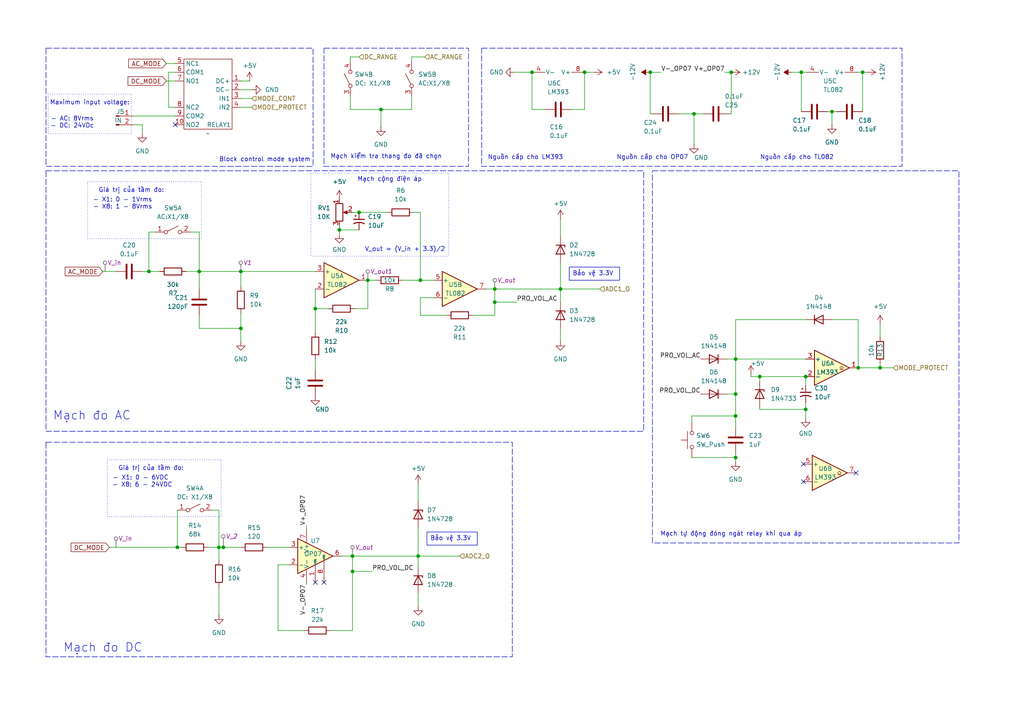
<source format=kicad_sch>
(kicad_sch
	(version 20231120)
	(generator "eeschema")
	(generator_version "8.0")
	(uuid "5b6555d4-0fcb-4e4e-ad99-4ae61c07598f")
	(paper "A4")
	(lib_symbols
		(symbol "Amplifier_Operational:OP07"
			(pin_names
				(offset 0.127)
			)
			(exclude_from_sim no)
			(in_bom yes)
			(on_board yes)
			(property "Reference" "U"
				(at 1.27 6.35 0)
				(effects
					(font
						(size 1.27 1.27)
					)
					(justify left)
				)
			)
			(property "Value" "OP07"
				(at 1.27 3.81 0)
				(effects
					(font
						(size 1.27 1.27)
					)
					(justify left)
				)
			)
			(property "Footprint" ""
				(at 1.27 1.27 0)
				(effects
					(font
						(size 1.27 1.27)
					)
					(hide yes)
				)
			)
			(property "Datasheet" "https://www.analog.com/media/en/technical-documentation/data-sheets/OP07.pdf"
				(at 1.27 3.81 0)
				(effects
					(font
						(size 1.27 1.27)
					)
					(hide yes)
				)
			)
			(property "Description" "Single Ultra-Low Offset Voltage Operational Amplifier, DIP-8/SOIC-8"
				(at 0 0 0)
				(effects
					(font
						(size 1.27 1.27)
					)
					(hide yes)
				)
			)
			(property "ki_keywords" "single opamp"
				(at 0 0 0)
				(effects
					(font
						(size 1.27 1.27)
					)
					(hide yes)
				)
			)
			(property "ki_fp_filters" "DIP*W7.62mm* SOIC*3.9x4.9mm*P1.27mm* TO*99*"
				(at 0 0 0)
				(effects
					(font
						(size 1.27 1.27)
					)
					(hide yes)
				)
			)
			(symbol "OP07_0_1"
				(polyline
					(pts
						(xy -5.08 5.08) (xy 5.08 0) (xy -5.08 -5.08) (xy -5.08 5.08)
					)
					(stroke
						(width 0.254)
						(type default)
					)
					(fill
						(type background)
					)
				)
			)
			(symbol "OP07_1_1"
				(pin input line
					(at 0 -7.62 90)
					(length 5.08)
					(name "VOS"
						(effects
							(font
								(size 0.508 0.508)
							)
						)
					)
					(number "1"
						(effects
							(font
								(size 1.27 1.27)
							)
						)
					)
				)
				(pin input line
					(at -7.62 -2.54 0)
					(length 2.54)
					(name "-"
						(effects
							(font
								(size 1.27 1.27)
							)
						)
					)
					(number "2"
						(effects
							(font
								(size 1.27 1.27)
							)
						)
					)
				)
				(pin input line
					(at -7.62 2.54 0)
					(length 2.54)
					(name "+"
						(effects
							(font
								(size 1.27 1.27)
							)
						)
					)
					(number "3"
						(effects
							(font
								(size 1.27 1.27)
							)
						)
					)
				)
				(pin power_in line
					(at -2.54 -7.62 90)
					(length 3.81)
					(name "V-"
						(effects
							(font
								(size 1.27 1.27)
							)
						)
					)
					(number "4"
						(effects
							(font
								(size 1.27 1.27)
							)
						)
					)
				)
				(pin no_connect line
					(at 0 2.54 270)
					(length 2.54) hide
					(name "NC"
						(effects
							(font
								(size 1.27 1.27)
							)
						)
					)
					(number "5"
						(effects
							(font
								(size 1.27 1.27)
							)
						)
					)
				)
				(pin output line
					(at 7.62 0 180)
					(length 2.54)
					(name "~"
						(effects
							(font
								(size 1.27 1.27)
							)
						)
					)
					(number "6"
						(effects
							(font
								(size 1.27 1.27)
							)
						)
					)
				)
				(pin power_in line
					(at -2.54 7.62 270)
					(length 3.81)
					(name "V+"
						(effects
							(font
								(size 1.27 1.27)
							)
						)
					)
					(number "7"
						(effects
							(font
								(size 1.27 1.27)
							)
						)
					)
				)
				(pin input line
					(at 2.54 -7.62 90)
					(length 6.35)
					(name "VOS"
						(effects
							(font
								(size 0.508 0.508)
							)
						)
					)
					(number "8"
						(effects
							(font
								(size 1.27 1.27)
							)
						)
					)
				)
			)
		)
		(symbol "Amplifier_Operational:TL082"
			(pin_names
				(offset 0.127)
			)
			(exclude_from_sim no)
			(in_bom yes)
			(on_board yes)
			(property "Reference" "U"
				(at 0 5.08 0)
				(effects
					(font
						(size 1.27 1.27)
					)
					(justify left)
				)
			)
			(property "Value" "TL082"
				(at 0 -5.08 0)
				(effects
					(font
						(size 1.27 1.27)
					)
					(justify left)
				)
			)
			(property "Footprint" ""
				(at 0 0 0)
				(effects
					(font
						(size 1.27 1.27)
					)
					(hide yes)
				)
			)
			(property "Datasheet" "http://www.ti.com/lit/ds/symlink/tl081.pdf"
				(at 0 0 0)
				(effects
					(font
						(size 1.27 1.27)
					)
					(hide yes)
				)
			)
			(property "Description" "Dual JFET-Input Operational Amplifiers, DIP-8/SOIC-8/SSOP-8"
				(at 0 0 0)
				(effects
					(font
						(size 1.27 1.27)
					)
					(hide yes)
				)
			)
			(property "ki_locked" ""
				(at 0 0 0)
				(effects
					(font
						(size 1.27 1.27)
					)
				)
			)
			(property "ki_keywords" "dual opamp"
				(at 0 0 0)
				(effects
					(font
						(size 1.27 1.27)
					)
					(hide yes)
				)
			)
			(property "ki_fp_filters" "SOIC*3.9x4.9mm*P1.27mm* DIP*W7.62mm* TO*99* OnSemi*Micro8* TSSOP*3x3mm*P0.65mm* TSSOP*4.4x3mm*P0.65mm* MSOP*3x3mm*P0.65mm* SSOP*3.9x4.9mm*P0.635mm* LFCSP*2x2mm*P0.5mm* *SIP* SOIC*5.3x6.2mm*P1.27mm*"
				(at 0 0 0)
				(effects
					(font
						(size 1.27 1.27)
					)
					(hide yes)
				)
			)
			(symbol "TL082_1_1"
				(polyline
					(pts
						(xy -5.08 5.08) (xy 5.08 0) (xy -5.08 -5.08) (xy -5.08 5.08)
					)
					(stroke
						(width 0.254)
						(type default)
					)
					(fill
						(type background)
					)
				)
				(pin output line
					(at 7.62 0 180)
					(length 2.54)
					(name "~"
						(effects
							(font
								(size 1.27 1.27)
							)
						)
					)
					(number "1"
						(effects
							(font
								(size 1.27 1.27)
							)
						)
					)
				)
				(pin input line
					(at -7.62 -2.54 0)
					(length 2.54)
					(name "-"
						(effects
							(font
								(size 1.27 1.27)
							)
						)
					)
					(number "2"
						(effects
							(font
								(size 1.27 1.27)
							)
						)
					)
				)
				(pin input line
					(at -7.62 2.54 0)
					(length 2.54)
					(name "+"
						(effects
							(font
								(size 1.27 1.27)
							)
						)
					)
					(number "3"
						(effects
							(font
								(size 1.27 1.27)
							)
						)
					)
				)
			)
			(symbol "TL082_2_1"
				(polyline
					(pts
						(xy -5.08 5.08) (xy 5.08 0) (xy -5.08 -5.08) (xy -5.08 5.08)
					)
					(stroke
						(width 0.254)
						(type default)
					)
					(fill
						(type background)
					)
				)
				(pin input line
					(at -7.62 2.54 0)
					(length 2.54)
					(name "+"
						(effects
							(font
								(size 1.27 1.27)
							)
						)
					)
					(number "5"
						(effects
							(font
								(size 1.27 1.27)
							)
						)
					)
				)
				(pin input line
					(at -7.62 -2.54 0)
					(length 2.54)
					(name "-"
						(effects
							(font
								(size 1.27 1.27)
							)
						)
					)
					(number "6"
						(effects
							(font
								(size 1.27 1.27)
							)
						)
					)
				)
				(pin output line
					(at 7.62 0 180)
					(length 2.54)
					(name "~"
						(effects
							(font
								(size 1.27 1.27)
							)
						)
					)
					(number "7"
						(effects
							(font
								(size 1.27 1.27)
							)
						)
					)
				)
			)
			(symbol "TL082_3_1"
				(pin power_in line
					(at -2.54 -7.62 90)
					(length 3.81)
					(name "V-"
						(effects
							(font
								(size 1.27 1.27)
							)
						)
					)
					(number "4"
						(effects
							(font
								(size 1.27 1.27)
							)
						)
					)
				)
				(pin power_in line
					(at -2.54 7.62 270)
					(length 3.81)
					(name "V+"
						(effects
							(font
								(size 1.27 1.27)
							)
						)
					)
					(number "8"
						(effects
							(font
								(size 1.27 1.27)
							)
						)
					)
				)
			)
		)
		(symbol "Comparator:LM393"
			(pin_names
				(offset 0.127)
			)
			(exclude_from_sim no)
			(in_bom yes)
			(on_board yes)
			(property "Reference" "U"
				(at 3.81 3.81 0)
				(effects
					(font
						(size 1.27 1.27)
					)
				)
			)
			(property "Value" "LM393"
				(at 6.35 -3.81 0)
				(effects
					(font
						(size 1.27 1.27)
					)
				)
			)
			(property "Footprint" ""
				(at 0 0 0)
				(effects
					(font
						(size 1.27 1.27)
					)
					(hide yes)
				)
			)
			(property "Datasheet" "http://www.ti.com/lit/ds/symlink/lm393.pdf"
				(at 0 0 0)
				(effects
					(font
						(size 1.27 1.27)
					)
					(hide yes)
				)
			)
			(property "Description" "Low-Power, Low-Offset Voltage, Dual Comparators, DIP-8/SOIC-8/TO-99-8"
				(at 0 0 0)
				(effects
					(font
						(size 1.27 1.27)
					)
					(hide yes)
				)
			)
			(property "ki_locked" ""
				(at 0 0 0)
				(effects
					(font
						(size 1.27 1.27)
					)
				)
			)
			(property "ki_keywords" "cmp open collector"
				(at 0 0 0)
				(effects
					(font
						(size 1.27 1.27)
					)
					(hide yes)
				)
			)
			(property "ki_fp_filters" "SOIC*3.9x4.9mm*P1.27mm* DIP*W7.62mm* SOP*5.28x5.23mm*P1.27mm* VSSOP*3x3mm*P0.65mm* TSSOP*4.4x3mm*P0.65mm*"
				(at 0 0 0)
				(effects
					(font
						(size 1.27 1.27)
					)
					(hide yes)
				)
			)
			(symbol "LM393_1_1"
				(polyline
					(pts
						(xy -5.08 5.08) (xy 5.08 0) (xy -5.08 -5.08) (xy -5.08 5.08)
					)
					(stroke
						(width 0.254)
						(type default)
					)
					(fill
						(type background)
					)
				)
				(polyline
					(pts
						(xy 3.302 -0.508) (xy 2.794 -0.508) (xy 3.302 0) (xy 2.794 0.508) (xy 2.286 0) (xy 2.794 -0.508)
						(xy 2.286 -0.508)
					)
					(stroke
						(width 0.127)
						(type default)
					)
					(fill
						(type none)
					)
				)
				(pin open_collector line
					(at 7.62 0 180)
					(length 2.54)
					(name "~"
						(effects
							(font
								(size 1.27 1.27)
							)
						)
					)
					(number "1"
						(effects
							(font
								(size 1.27 1.27)
							)
						)
					)
				)
				(pin input line
					(at -7.62 -2.54 0)
					(length 2.54)
					(name "-"
						(effects
							(font
								(size 1.27 1.27)
							)
						)
					)
					(number "2"
						(effects
							(font
								(size 1.27 1.27)
							)
						)
					)
				)
				(pin input line
					(at -7.62 2.54 0)
					(length 2.54)
					(name "+"
						(effects
							(font
								(size 1.27 1.27)
							)
						)
					)
					(number "3"
						(effects
							(font
								(size 1.27 1.27)
							)
						)
					)
				)
			)
			(symbol "LM393_2_1"
				(polyline
					(pts
						(xy -5.08 5.08) (xy 5.08 0) (xy -5.08 -5.08) (xy -5.08 5.08)
					)
					(stroke
						(width 0.254)
						(type default)
					)
					(fill
						(type background)
					)
				)
				(polyline
					(pts
						(xy 3.302 -0.508) (xy 2.794 -0.508) (xy 3.302 0) (xy 2.794 0.508) (xy 2.286 0) (xy 2.794 -0.508)
						(xy 2.286 -0.508)
					)
					(stroke
						(width 0.127)
						(type default)
					)
					(fill
						(type none)
					)
				)
				(pin input line
					(at -7.62 2.54 0)
					(length 2.54)
					(name "+"
						(effects
							(font
								(size 1.27 1.27)
							)
						)
					)
					(number "5"
						(effects
							(font
								(size 1.27 1.27)
							)
						)
					)
				)
				(pin input line
					(at -7.62 -2.54 0)
					(length 2.54)
					(name "-"
						(effects
							(font
								(size 1.27 1.27)
							)
						)
					)
					(number "6"
						(effects
							(font
								(size 1.27 1.27)
							)
						)
					)
				)
				(pin open_collector line
					(at 7.62 0 180)
					(length 2.54)
					(name "~"
						(effects
							(font
								(size 1.27 1.27)
							)
						)
					)
					(number "7"
						(effects
							(font
								(size 1.27 1.27)
							)
						)
					)
				)
			)
			(symbol "LM393_3_1"
				(pin power_in line
					(at -2.54 -7.62 90)
					(length 3.81)
					(name "V-"
						(effects
							(font
								(size 1.27 1.27)
							)
						)
					)
					(number "4"
						(effects
							(font
								(size 1.27 1.27)
							)
						)
					)
				)
				(pin power_in line
					(at -2.54 7.62 270)
					(length 3.81)
					(name "V+"
						(effects
							(font
								(size 1.27 1.27)
							)
						)
					)
					(number "8"
						(effects
							(font
								(size 1.27 1.27)
							)
						)
					)
				)
			)
		)
		(symbol "Connector:Conn_01x02_Pin"
			(pin_names
				(offset 1.016) hide)
			(exclude_from_sim no)
			(in_bom yes)
			(on_board yes)
			(property "Reference" "J"
				(at 0 2.54 0)
				(effects
					(font
						(size 1.27 1.27)
					)
				)
			)
			(property "Value" "Conn_01x02_Pin"
				(at 0 -5.08 0)
				(effects
					(font
						(size 1.27 1.27)
					)
				)
			)
			(property "Footprint" ""
				(at 0 0 0)
				(effects
					(font
						(size 1.27 1.27)
					)
					(hide yes)
				)
			)
			(property "Datasheet" "~"
				(at 0 0 0)
				(effects
					(font
						(size 1.27 1.27)
					)
					(hide yes)
				)
			)
			(property "Description" "Generic connector, single row, 01x02, script generated"
				(at 0 0 0)
				(effects
					(font
						(size 1.27 1.27)
					)
					(hide yes)
				)
			)
			(property "ki_locked" ""
				(at 0 0 0)
				(effects
					(font
						(size 1.27 1.27)
					)
				)
			)
			(property "ki_keywords" "connector"
				(at 0 0 0)
				(effects
					(font
						(size 1.27 1.27)
					)
					(hide yes)
				)
			)
			(property "ki_fp_filters" "Connector*:*_1x??_*"
				(at 0 0 0)
				(effects
					(font
						(size 1.27 1.27)
					)
					(hide yes)
				)
			)
			(symbol "Conn_01x02_Pin_1_1"
				(polyline
					(pts
						(xy 1.27 -2.54) (xy 0.8636 -2.54)
					)
					(stroke
						(width 0.1524)
						(type default)
					)
					(fill
						(type none)
					)
				)
				(polyline
					(pts
						(xy 1.27 0) (xy 0.8636 0)
					)
					(stroke
						(width 0.1524)
						(type default)
					)
					(fill
						(type none)
					)
				)
				(rectangle
					(start 0.8636 -2.413)
					(end 0 -2.667)
					(stroke
						(width 0.1524)
						(type default)
					)
					(fill
						(type outline)
					)
				)
				(rectangle
					(start 0.8636 0.127)
					(end 0 -0.127)
					(stroke
						(width 0.1524)
						(type default)
					)
					(fill
						(type outline)
					)
				)
				(pin passive line
					(at 5.08 0 180)
					(length 3.81)
					(name "Pin_1"
						(effects
							(font
								(size 1.27 1.27)
							)
						)
					)
					(number "1"
						(effects
							(font
								(size 1.27 1.27)
							)
						)
					)
				)
				(pin passive line
					(at 5.08 -2.54 180)
					(length 3.81)
					(name "Pin_2"
						(effects
							(font
								(size 1.27 1.27)
							)
						)
					)
					(number "2"
						(effects
							(font
								(size 1.27 1.27)
							)
						)
					)
				)
			)
		)
		(symbol "Device:C"
			(pin_numbers hide)
			(pin_names
				(offset 0.254)
			)
			(exclude_from_sim no)
			(in_bom yes)
			(on_board yes)
			(property "Reference" "C"
				(at 0.635 2.54 0)
				(effects
					(font
						(size 1.27 1.27)
					)
					(justify left)
				)
			)
			(property "Value" "C"
				(at 0.635 -2.54 0)
				(effects
					(font
						(size 1.27 1.27)
					)
					(justify left)
				)
			)
			(property "Footprint" ""
				(at 0.9652 -3.81 0)
				(effects
					(font
						(size 1.27 1.27)
					)
					(hide yes)
				)
			)
			(property "Datasheet" "~"
				(at 0 0 0)
				(effects
					(font
						(size 1.27 1.27)
					)
					(hide yes)
				)
			)
			(property "Description" "Unpolarized capacitor"
				(at 0 0 0)
				(effects
					(font
						(size 1.27 1.27)
					)
					(hide yes)
				)
			)
			(property "ki_keywords" "cap capacitor"
				(at 0 0 0)
				(effects
					(font
						(size 1.27 1.27)
					)
					(hide yes)
				)
			)
			(property "ki_fp_filters" "C_*"
				(at 0 0 0)
				(effects
					(font
						(size 1.27 1.27)
					)
					(hide yes)
				)
			)
			(symbol "C_0_1"
				(polyline
					(pts
						(xy -2.032 -0.762) (xy 2.032 -0.762)
					)
					(stroke
						(width 0.508)
						(type default)
					)
					(fill
						(type none)
					)
				)
				(polyline
					(pts
						(xy -2.032 0.762) (xy 2.032 0.762)
					)
					(stroke
						(width 0.508)
						(type default)
					)
					(fill
						(type none)
					)
				)
			)
			(symbol "C_1_1"
				(pin passive line
					(at 0 3.81 270)
					(length 2.794)
					(name "~"
						(effects
							(font
								(size 1.27 1.27)
							)
						)
					)
					(number "1"
						(effects
							(font
								(size 1.27 1.27)
							)
						)
					)
				)
				(pin passive line
					(at 0 -3.81 90)
					(length 2.794)
					(name "~"
						(effects
							(font
								(size 1.27 1.27)
							)
						)
					)
					(number "2"
						(effects
							(font
								(size 1.27 1.27)
							)
						)
					)
				)
			)
		)
		(symbol "Device:C_Polarized_Small_US"
			(pin_numbers hide)
			(pin_names
				(offset 0.254) hide)
			(exclude_from_sim no)
			(in_bom yes)
			(on_board yes)
			(property "Reference" "C"
				(at 0.254 1.778 0)
				(effects
					(font
						(size 1.27 1.27)
					)
					(justify left)
				)
			)
			(property "Value" "C_Polarized_Small_US"
				(at 0.254 -2.032 0)
				(effects
					(font
						(size 1.27 1.27)
					)
					(justify left)
				)
			)
			(property "Footprint" ""
				(at 0 0 0)
				(effects
					(font
						(size 1.27 1.27)
					)
					(hide yes)
				)
			)
			(property "Datasheet" "~"
				(at 0 0 0)
				(effects
					(font
						(size 1.27 1.27)
					)
					(hide yes)
				)
			)
			(property "Description" "Polarized capacitor, small US symbol"
				(at 0 0 0)
				(effects
					(font
						(size 1.27 1.27)
					)
					(hide yes)
				)
			)
			(property "ki_keywords" "cap capacitor"
				(at 0 0 0)
				(effects
					(font
						(size 1.27 1.27)
					)
					(hide yes)
				)
			)
			(property "ki_fp_filters" "CP_*"
				(at 0 0 0)
				(effects
					(font
						(size 1.27 1.27)
					)
					(hide yes)
				)
			)
			(symbol "C_Polarized_Small_US_0_1"
				(polyline
					(pts
						(xy -1.524 0.508) (xy 1.524 0.508)
					)
					(stroke
						(width 0.3048)
						(type default)
					)
					(fill
						(type none)
					)
				)
				(polyline
					(pts
						(xy -1.27 1.524) (xy -0.762 1.524)
					)
					(stroke
						(width 0)
						(type default)
					)
					(fill
						(type none)
					)
				)
				(polyline
					(pts
						(xy -1.016 1.27) (xy -1.016 1.778)
					)
					(stroke
						(width 0)
						(type default)
					)
					(fill
						(type none)
					)
				)
				(arc
					(start 1.524 -0.762)
					(mid 0 -0.3734)
					(end -1.524 -0.762)
					(stroke
						(width 0.3048)
						(type default)
					)
					(fill
						(type none)
					)
				)
			)
			(symbol "C_Polarized_Small_US_1_1"
				(pin passive line
					(at 0 2.54 270)
					(length 2.032)
					(name "~"
						(effects
							(font
								(size 1.27 1.27)
							)
						)
					)
					(number "1"
						(effects
							(font
								(size 1.27 1.27)
							)
						)
					)
				)
				(pin passive line
					(at 0 -2.54 90)
					(length 2.032)
					(name "~"
						(effects
							(font
								(size 1.27 1.27)
							)
						)
					)
					(number "2"
						(effects
							(font
								(size 1.27 1.27)
							)
						)
					)
				)
			)
		)
		(symbol "Device:D_Zener"
			(pin_numbers hide)
			(pin_names
				(offset 1.016) hide)
			(exclude_from_sim no)
			(in_bom yes)
			(on_board yes)
			(property "Reference" "D"
				(at 0 2.54 0)
				(effects
					(font
						(size 1.27 1.27)
					)
				)
			)
			(property "Value" "D_Zener"
				(at 0 -2.54 0)
				(effects
					(font
						(size 1.27 1.27)
					)
				)
			)
			(property "Footprint" ""
				(at 0 0 0)
				(effects
					(font
						(size 1.27 1.27)
					)
					(hide yes)
				)
			)
			(property "Datasheet" "~"
				(at 0 0 0)
				(effects
					(font
						(size 1.27 1.27)
					)
					(hide yes)
				)
			)
			(property "Description" "Zener diode"
				(at 0 0 0)
				(effects
					(font
						(size 1.27 1.27)
					)
					(hide yes)
				)
			)
			(property "ki_keywords" "diode"
				(at 0 0 0)
				(effects
					(font
						(size 1.27 1.27)
					)
					(hide yes)
				)
			)
			(property "ki_fp_filters" "TO-???* *_Diode_* *SingleDiode* D_*"
				(at 0 0 0)
				(effects
					(font
						(size 1.27 1.27)
					)
					(hide yes)
				)
			)
			(symbol "D_Zener_0_1"
				(polyline
					(pts
						(xy 1.27 0) (xy -1.27 0)
					)
					(stroke
						(width 0)
						(type default)
					)
					(fill
						(type none)
					)
				)
				(polyline
					(pts
						(xy -1.27 -1.27) (xy -1.27 1.27) (xy -0.762 1.27)
					)
					(stroke
						(width 0.254)
						(type default)
					)
					(fill
						(type none)
					)
				)
				(polyline
					(pts
						(xy 1.27 -1.27) (xy 1.27 1.27) (xy -1.27 0) (xy 1.27 -1.27)
					)
					(stroke
						(width 0.254)
						(type default)
					)
					(fill
						(type none)
					)
				)
			)
			(symbol "D_Zener_1_1"
				(pin passive line
					(at -3.81 0 0)
					(length 2.54)
					(name "K"
						(effects
							(font
								(size 1.27 1.27)
							)
						)
					)
					(number "1"
						(effects
							(font
								(size 1.27 1.27)
							)
						)
					)
				)
				(pin passive line
					(at 3.81 0 180)
					(length 2.54)
					(name "A"
						(effects
							(font
								(size 1.27 1.27)
							)
						)
					)
					(number "2"
						(effects
							(font
								(size 1.27 1.27)
							)
						)
					)
				)
			)
		)
		(symbol "Device:R"
			(pin_numbers hide)
			(pin_names
				(offset 0)
			)
			(exclude_from_sim no)
			(in_bom yes)
			(on_board yes)
			(property "Reference" "R"
				(at 2.032 0 90)
				(effects
					(font
						(size 1.27 1.27)
					)
				)
			)
			(property "Value" "R"
				(at 0 0 90)
				(effects
					(font
						(size 1.27 1.27)
					)
				)
			)
			(property "Footprint" ""
				(at -1.778 0 90)
				(effects
					(font
						(size 1.27 1.27)
					)
					(hide yes)
				)
			)
			(property "Datasheet" "~"
				(at 0 0 0)
				(effects
					(font
						(size 1.27 1.27)
					)
					(hide yes)
				)
			)
			(property "Description" "Resistor"
				(at 0 0 0)
				(effects
					(font
						(size 1.27 1.27)
					)
					(hide yes)
				)
			)
			(property "ki_keywords" "R res resistor"
				(at 0 0 0)
				(effects
					(font
						(size 1.27 1.27)
					)
					(hide yes)
				)
			)
			(property "ki_fp_filters" "R_*"
				(at 0 0 0)
				(effects
					(font
						(size 1.27 1.27)
					)
					(hide yes)
				)
			)
			(symbol "R_0_1"
				(rectangle
					(start -1.016 -2.54)
					(end 1.016 2.54)
					(stroke
						(width 0.254)
						(type default)
					)
					(fill
						(type none)
					)
				)
			)
			(symbol "R_1_1"
				(pin passive line
					(at 0 3.81 270)
					(length 1.27)
					(name "~"
						(effects
							(font
								(size 1.27 1.27)
							)
						)
					)
					(number "1"
						(effects
							(font
								(size 1.27 1.27)
							)
						)
					)
				)
				(pin passive line
					(at 0 -3.81 90)
					(length 1.27)
					(name "~"
						(effects
							(font
								(size 1.27 1.27)
							)
						)
					)
					(number "2"
						(effects
							(font
								(size 1.27 1.27)
							)
						)
					)
				)
			)
		)
		(symbol "Device:R_Potentiometer"
			(pin_names
				(offset 1.016) hide)
			(exclude_from_sim no)
			(in_bom yes)
			(on_board yes)
			(property "Reference" "RV"
				(at -4.445 0 90)
				(effects
					(font
						(size 1.27 1.27)
					)
				)
			)
			(property "Value" "R_Potentiometer"
				(at -2.54 0 90)
				(effects
					(font
						(size 1.27 1.27)
					)
				)
			)
			(property "Footprint" ""
				(at 0 0 0)
				(effects
					(font
						(size 1.27 1.27)
					)
					(hide yes)
				)
			)
			(property "Datasheet" "~"
				(at 0 0 0)
				(effects
					(font
						(size 1.27 1.27)
					)
					(hide yes)
				)
			)
			(property "Description" "Potentiometer"
				(at 0 0 0)
				(effects
					(font
						(size 1.27 1.27)
					)
					(hide yes)
				)
			)
			(property "ki_keywords" "resistor variable"
				(at 0 0 0)
				(effects
					(font
						(size 1.27 1.27)
					)
					(hide yes)
				)
			)
			(property "ki_fp_filters" "Potentiometer*"
				(at 0 0 0)
				(effects
					(font
						(size 1.27 1.27)
					)
					(hide yes)
				)
			)
			(symbol "R_Potentiometer_0_1"
				(polyline
					(pts
						(xy 2.54 0) (xy 1.524 0)
					)
					(stroke
						(width 0)
						(type default)
					)
					(fill
						(type none)
					)
				)
				(polyline
					(pts
						(xy 1.143 0) (xy 2.286 0.508) (xy 2.286 -0.508) (xy 1.143 0)
					)
					(stroke
						(width 0)
						(type default)
					)
					(fill
						(type outline)
					)
				)
				(rectangle
					(start 1.016 2.54)
					(end -1.016 -2.54)
					(stroke
						(width 0.254)
						(type default)
					)
					(fill
						(type none)
					)
				)
			)
			(symbol "R_Potentiometer_1_1"
				(pin passive line
					(at 0 3.81 270)
					(length 1.27)
					(name "1"
						(effects
							(font
								(size 1.27 1.27)
							)
						)
					)
					(number "1"
						(effects
							(font
								(size 1.27 1.27)
							)
						)
					)
				)
				(pin passive line
					(at 3.81 0 180)
					(length 1.27)
					(name "2"
						(effects
							(font
								(size 1.27 1.27)
							)
						)
					)
					(number "2"
						(effects
							(font
								(size 1.27 1.27)
							)
						)
					)
				)
				(pin passive line
					(at 0 -3.81 90)
					(length 1.27)
					(name "3"
						(effects
							(font
								(size 1.27 1.27)
							)
						)
					)
					(number "3"
						(effects
							(font
								(size 1.27 1.27)
							)
						)
					)
				)
			)
		)
		(symbol "Diode:1N4148"
			(pin_numbers hide)
			(pin_names hide)
			(exclude_from_sim no)
			(in_bom yes)
			(on_board yes)
			(property "Reference" "D"
				(at 0 2.54 0)
				(effects
					(font
						(size 1.27 1.27)
					)
				)
			)
			(property "Value" "1N4148"
				(at 0 -2.54 0)
				(effects
					(font
						(size 1.27 1.27)
					)
				)
			)
			(property "Footprint" "Diode_THT:D_DO-35_SOD27_P7.62mm_Horizontal"
				(at 0 0 0)
				(effects
					(font
						(size 1.27 1.27)
					)
					(hide yes)
				)
			)
			(property "Datasheet" "https://assets.nexperia.com/documents/data-sheet/1N4148_1N4448.pdf"
				(at 0 0 0)
				(effects
					(font
						(size 1.27 1.27)
					)
					(hide yes)
				)
			)
			(property "Description" "100V 0.15A standard switching diode, DO-35"
				(at 0 0 0)
				(effects
					(font
						(size 1.27 1.27)
					)
					(hide yes)
				)
			)
			(property "Sim.Device" "D"
				(at 0 0 0)
				(effects
					(font
						(size 1.27 1.27)
					)
					(hide yes)
				)
			)
			(property "Sim.Pins" "1=K 2=A"
				(at 0 0 0)
				(effects
					(font
						(size 1.27 1.27)
					)
					(hide yes)
				)
			)
			(property "ki_keywords" "diode"
				(at 0 0 0)
				(effects
					(font
						(size 1.27 1.27)
					)
					(hide yes)
				)
			)
			(property "ki_fp_filters" "D*DO?35*"
				(at 0 0 0)
				(effects
					(font
						(size 1.27 1.27)
					)
					(hide yes)
				)
			)
			(symbol "1N4148_0_1"
				(polyline
					(pts
						(xy -1.27 1.27) (xy -1.27 -1.27)
					)
					(stroke
						(width 0.254)
						(type default)
					)
					(fill
						(type none)
					)
				)
				(polyline
					(pts
						(xy 1.27 0) (xy -1.27 0)
					)
					(stroke
						(width 0)
						(type default)
					)
					(fill
						(type none)
					)
				)
				(polyline
					(pts
						(xy 1.27 1.27) (xy 1.27 -1.27) (xy -1.27 0) (xy 1.27 1.27)
					)
					(stroke
						(width 0.254)
						(type default)
					)
					(fill
						(type none)
					)
				)
			)
			(symbol "1N4148_1_1"
				(pin passive line
					(at -3.81 0 0)
					(length 2.54)
					(name "K"
						(effects
							(font
								(size 1.27 1.27)
							)
						)
					)
					(number "1"
						(effects
							(font
								(size 1.27 1.27)
							)
						)
					)
				)
				(pin passive line
					(at 3.81 0 180)
					(length 2.54)
					(name "A"
						(effects
							(font
								(size 1.27 1.27)
							)
						)
					)
					(number "2"
						(effects
							(font
								(size 1.27 1.27)
							)
						)
					)
				)
			)
		)
		(symbol "Oscillospcope_lib:Module_Relay_5VDC"
			(exclude_from_sim no)
			(in_bom yes)
			(on_board yes)
			(property "Reference" "RELAY1"
				(at -0.635 -13.97 0)
				(effects
					(font
						(size 1.27 1.27)
					)
				)
			)
			(property "Value" "~"
				(at -0.635 -11.43 0)
				(effects
					(font
						(size 1.27 1.27)
					)
				)
			)
			(property "Footprint" ""
				(at 2.54 7.62 0)
				(effects
					(font
						(size 1.27 1.27)
					)
					(hide yes)
				)
			)
			(property "Datasheet" "https://www.thegioiic.com/module-2-relay-5v-kich-muc-cao-thap"
				(at 10.16 1.27 0)
				(effects
					(font
						(size 1.27 1.27)
					)
					(hide yes)
				)
			)
			(property "Description" "https://www.thegioiic.com/module-2-relay-5v-kich-muc-cao-thap"
				(at 10.16 1.27 0)
				(effects
					(font
						(size 1.27 1.27)
					)
					(hide yes)
				)
			)
			(symbol "Module_Relay_5VDC_0_1"
				(rectangle
					(start -7.62 10.16)
					(end 6.35 -10.16)
					(stroke
						(width 0)
						(type default)
					)
					(fill
						(type none)
					)
				)
			)
			(symbol "Module_Relay_5VDC_1_1"
				(pin input line
					(at -10.16 3.81 0)
					(length 2.54)
					(name "DC+"
						(effects
							(font
								(size 1.27 1.27)
							)
						)
					)
					(number "1"
						(effects
							(font
								(size 1.27 1.27)
							)
						)
					)
				)
				(pin output line
					(at 8.89 -8.89 180)
					(length 2.54)
					(name "NO2"
						(effects
							(font
								(size 1.27 1.27)
							)
						)
					)
					(number "10"
						(effects
							(font
								(size 1.27 1.27)
							)
						)
					)
				)
				(pin input line
					(at -10.16 1.27 0)
					(length 2.54)
					(name "DC-"
						(effects
							(font
								(size 1.27 1.27)
							)
						)
					)
					(number "2"
						(effects
							(font
								(size 1.27 1.27)
							)
						)
					)
				)
				(pin input line
					(at -10.16 -1.27 0)
					(length 2.54)
					(name "IN1"
						(effects
							(font
								(size 1.27 1.27)
							)
						)
					)
					(number "3"
						(effects
							(font
								(size 1.27 1.27)
							)
						)
					)
				)
				(pin input line
					(at -10.16 -3.81 0)
					(length 2.54)
					(name "IN2"
						(effects
							(font
								(size 1.27 1.27)
							)
						)
					)
					(number "4"
						(effects
							(font
								(size 1.27 1.27)
							)
						)
					)
				)
				(pin output line
					(at 8.89 8.89 180)
					(length 2.54)
					(name "NC1"
						(effects
							(font
								(size 1.27 1.27)
							)
						)
					)
					(number "5"
						(effects
							(font
								(size 1.27 1.27)
							)
						)
					)
				)
				(pin output line
					(at 8.89 6.35 180)
					(length 2.54)
					(name "COM1"
						(effects
							(font
								(size 1.27 1.27)
							)
						)
					)
					(number "6"
						(effects
							(font
								(size 1.27 1.27)
							)
						)
					)
				)
				(pin output line
					(at 8.89 3.81 180)
					(length 2.54)
					(name "NO1"
						(effects
							(font
								(size 1.27 1.27)
							)
						)
					)
					(number "7"
						(effects
							(font
								(size 1.27 1.27)
							)
						)
					)
				)
				(pin output line
					(at 8.89 -3.81 180)
					(length 2.54)
					(name "NC2"
						(effects
							(font
								(size 1.27 1.27)
							)
						)
					)
					(number "8"
						(effects
							(font
								(size 1.27 1.27)
							)
						)
					)
				)
				(pin output line
					(at 8.89 -6.35 180)
					(length 2.54)
					(name "COM2"
						(effects
							(font
								(size 1.27 1.27)
							)
						)
					)
					(number "9"
						(effects
							(font
								(size 1.27 1.27)
							)
						)
					)
				)
			)
		)
		(symbol "Switch:SW_DPST_x2"
			(pin_names
				(offset 0) hide)
			(exclude_from_sim no)
			(in_bom yes)
			(on_board yes)
			(property "Reference" "SW"
				(at 0 3.175 0)
				(effects
					(font
						(size 1.27 1.27)
					)
				)
			)
			(property "Value" "SW_DPST_x2"
				(at 0 -2.54 0)
				(effects
					(font
						(size 1.27 1.27)
					)
				)
			)
			(property "Footprint" ""
				(at 0 0 0)
				(effects
					(font
						(size 1.27 1.27)
					)
					(hide yes)
				)
			)
			(property "Datasheet" "~"
				(at 0 0 0)
				(effects
					(font
						(size 1.27 1.27)
					)
					(hide yes)
				)
			)
			(property "Description" "Single Pole Single Throw (SPST) switch, separate symbol"
				(at 0 0 0)
				(effects
					(font
						(size 1.27 1.27)
					)
					(hide yes)
				)
			)
			(property "ki_keywords" "switch lever"
				(at 0 0 0)
				(effects
					(font
						(size 1.27 1.27)
					)
					(hide yes)
				)
			)
			(symbol "SW_DPST_x2_0_0"
				(circle
					(center -2.032 0)
					(radius 0.508)
					(stroke
						(width 0)
						(type default)
					)
					(fill
						(type none)
					)
				)
				(polyline
					(pts
						(xy -1.524 0.254) (xy 1.524 1.778)
					)
					(stroke
						(width 0)
						(type default)
					)
					(fill
						(type none)
					)
				)
				(circle
					(center 2.032 0)
					(radius 0.508)
					(stroke
						(width 0)
						(type default)
					)
					(fill
						(type none)
					)
				)
			)
			(symbol "SW_DPST_x2_1_1"
				(pin passive line
					(at -5.08 0 0)
					(length 2.54)
					(name "A"
						(effects
							(font
								(size 1.27 1.27)
							)
						)
					)
					(number "1"
						(effects
							(font
								(size 1.27 1.27)
							)
						)
					)
				)
				(pin passive line
					(at 5.08 0 180)
					(length 2.54)
					(name "B"
						(effects
							(font
								(size 1.27 1.27)
							)
						)
					)
					(number "2"
						(effects
							(font
								(size 1.27 1.27)
							)
						)
					)
				)
			)
			(symbol "SW_DPST_x2_2_1"
				(pin passive line
					(at -5.08 0 0)
					(length 2.54)
					(name "A"
						(effects
							(font
								(size 1.27 1.27)
							)
						)
					)
					(number "3"
						(effects
							(font
								(size 1.27 1.27)
							)
						)
					)
				)
				(pin passive line
					(at 5.08 0 180)
					(length 2.54)
					(name "B"
						(effects
							(font
								(size 1.27 1.27)
							)
						)
					)
					(number "4"
						(effects
							(font
								(size 1.27 1.27)
							)
						)
					)
				)
			)
		)
		(symbol "Switch:SW_Push"
			(pin_numbers hide)
			(pin_names
				(offset 1.016) hide)
			(exclude_from_sim no)
			(in_bom yes)
			(on_board yes)
			(property "Reference" "SW"
				(at 1.27 2.54 0)
				(effects
					(font
						(size 1.27 1.27)
					)
					(justify left)
				)
			)
			(property "Value" "SW_Push"
				(at 0 -1.524 0)
				(effects
					(font
						(size 1.27 1.27)
					)
				)
			)
			(property "Footprint" ""
				(at 0 5.08 0)
				(effects
					(font
						(size 1.27 1.27)
					)
					(hide yes)
				)
			)
			(property "Datasheet" "~"
				(at 0 5.08 0)
				(effects
					(font
						(size 1.27 1.27)
					)
					(hide yes)
				)
			)
			(property "Description" "Push button switch, generic, two pins"
				(at 0 0 0)
				(effects
					(font
						(size 1.27 1.27)
					)
					(hide yes)
				)
			)
			(property "ki_keywords" "switch normally-open pushbutton push-button"
				(at 0 0 0)
				(effects
					(font
						(size 1.27 1.27)
					)
					(hide yes)
				)
			)
			(symbol "SW_Push_0_1"
				(circle
					(center -2.032 0)
					(radius 0.508)
					(stroke
						(width 0)
						(type default)
					)
					(fill
						(type none)
					)
				)
				(polyline
					(pts
						(xy 0 1.27) (xy 0 3.048)
					)
					(stroke
						(width 0)
						(type default)
					)
					(fill
						(type none)
					)
				)
				(polyline
					(pts
						(xy 2.54 1.27) (xy -2.54 1.27)
					)
					(stroke
						(width 0)
						(type default)
					)
					(fill
						(type none)
					)
				)
				(circle
					(center 2.032 0)
					(radius 0.508)
					(stroke
						(width 0)
						(type default)
					)
					(fill
						(type none)
					)
				)
				(pin passive line
					(at -5.08 0 0)
					(length 2.54)
					(name "1"
						(effects
							(font
								(size 1.27 1.27)
							)
						)
					)
					(number "1"
						(effects
							(font
								(size 1.27 1.27)
							)
						)
					)
				)
				(pin passive line
					(at 5.08 0 180)
					(length 2.54)
					(name "2"
						(effects
							(font
								(size 1.27 1.27)
							)
						)
					)
					(number "2"
						(effects
							(font
								(size 1.27 1.27)
							)
						)
					)
				)
			)
		)
		(symbol "power:+12V"
			(power)
			(pin_numbers hide)
			(pin_names
				(offset 0) hide)
			(exclude_from_sim no)
			(in_bom yes)
			(on_board yes)
			(property "Reference" "#PWR"
				(at 0 -3.81 0)
				(effects
					(font
						(size 1.27 1.27)
					)
					(hide yes)
				)
			)
			(property "Value" "+12V"
				(at 0 3.556 0)
				(effects
					(font
						(size 1.27 1.27)
					)
				)
			)
			(property "Footprint" ""
				(at 0 0 0)
				(effects
					(font
						(size 1.27 1.27)
					)
					(hide yes)
				)
			)
			(property "Datasheet" ""
				(at 0 0 0)
				(effects
					(font
						(size 1.27 1.27)
					)
					(hide yes)
				)
			)
			(property "Description" "Power symbol creates a global label with name \"+12V\""
				(at 0 0 0)
				(effects
					(font
						(size 1.27 1.27)
					)
					(hide yes)
				)
			)
			(property "ki_keywords" "global power"
				(at 0 0 0)
				(effects
					(font
						(size 1.27 1.27)
					)
					(hide yes)
				)
			)
			(symbol "+12V_0_1"
				(polyline
					(pts
						(xy -0.762 1.27) (xy 0 2.54)
					)
					(stroke
						(width 0)
						(type default)
					)
					(fill
						(type none)
					)
				)
				(polyline
					(pts
						(xy 0 0) (xy 0 2.54)
					)
					(stroke
						(width 0)
						(type default)
					)
					(fill
						(type none)
					)
				)
				(polyline
					(pts
						(xy 0 2.54) (xy 0.762 1.27)
					)
					(stroke
						(width 0)
						(type default)
					)
					(fill
						(type none)
					)
				)
			)
			(symbol "+12V_1_1"
				(pin power_in line
					(at 0 0 90)
					(length 0)
					(name "~"
						(effects
							(font
								(size 1.27 1.27)
							)
						)
					)
					(number "1"
						(effects
							(font
								(size 1.27 1.27)
							)
						)
					)
				)
			)
		)
		(symbol "power:+5V"
			(power)
			(pin_numbers hide)
			(pin_names
				(offset 0) hide)
			(exclude_from_sim no)
			(in_bom yes)
			(on_board yes)
			(property "Reference" "#PWR"
				(at 0 -3.81 0)
				(effects
					(font
						(size 1.27 1.27)
					)
					(hide yes)
				)
			)
			(property "Value" "+5V"
				(at 0 3.556 0)
				(effects
					(font
						(size 1.27 1.27)
					)
				)
			)
			(property "Footprint" ""
				(at 0 0 0)
				(effects
					(font
						(size 1.27 1.27)
					)
					(hide yes)
				)
			)
			(property "Datasheet" ""
				(at 0 0 0)
				(effects
					(font
						(size 1.27 1.27)
					)
					(hide yes)
				)
			)
			(property "Description" "Power symbol creates a global label with name \"+5V\""
				(at 0 0 0)
				(effects
					(font
						(size 1.27 1.27)
					)
					(hide yes)
				)
			)
			(property "ki_keywords" "global power"
				(at 0 0 0)
				(effects
					(font
						(size 1.27 1.27)
					)
					(hide yes)
				)
			)
			(symbol "+5V_0_1"
				(polyline
					(pts
						(xy -0.762 1.27) (xy 0 2.54)
					)
					(stroke
						(width 0)
						(type default)
					)
					(fill
						(type none)
					)
				)
				(polyline
					(pts
						(xy 0 0) (xy 0 2.54)
					)
					(stroke
						(width 0)
						(type default)
					)
					(fill
						(type none)
					)
				)
				(polyline
					(pts
						(xy 0 2.54) (xy 0.762 1.27)
					)
					(stroke
						(width 0)
						(type default)
					)
					(fill
						(type none)
					)
				)
			)
			(symbol "+5V_1_1"
				(pin power_in line
					(at 0 0 90)
					(length 0)
					(name "~"
						(effects
							(font
								(size 1.27 1.27)
							)
						)
					)
					(number "1"
						(effects
							(font
								(size 1.27 1.27)
							)
						)
					)
				)
			)
		)
		(symbol "power:-12V"
			(power)
			(pin_numbers hide)
			(pin_names
				(offset 0) hide)
			(exclude_from_sim no)
			(in_bom yes)
			(on_board yes)
			(property "Reference" "#PWR"
				(at 0 -3.81 0)
				(effects
					(font
						(size 1.27 1.27)
					)
					(hide yes)
				)
			)
			(property "Value" "-12V"
				(at 0 3.556 0)
				(effects
					(font
						(size 1.27 1.27)
					)
				)
			)
			(property "Footprint" ""
				(at 0 0 0)
				(effects
					(font
						(size 1.27 1.27)
					)
					(hide yes)
				)
			)
			(property "Datasheet" ""
				(at 0 0 0)
				(effects
					(font
						(size 1.27 1.27)
					)
					(hide yes)
				)
			)
			(property "Description" "Power symbol creates a global label with name \"-12V\""
				(at 0 0 0)
				(effects
					(font
						(size 1.27 1.27)
					)
					(hide yes)
				)
			)
			(property "ki_keywords" "global power"
				(at 0 0 0)
				(effects
					(font
						(size 1.27 1.27)
					)
					(hide yes)
				)
			)
			(symbol "-12V_0_0"
				(pin power_in line
					(at 0 0 90)
					(length 0)
					(name "~"
						(effects
							(font
								(size 1.27 1.27)
							)
						)
					)
					(number "1"
						(effects
							(font
								(size 1.27 1.27)
							)
						)
					)
				)
			)
			(symbol "-12V_0_1"
				(polyline
					(pts
						(xy 0 0) (xy 0 1.27) (xy 0.762 1.27) (xy 0 2.54) (xy -0.762 1.27) (xy 0 1.27)
					)
					(stroke
						(width 0)
						(type default)
					)
					(fill
						(type outline)
					)
				)
			)
		)
		(symbol "power:GND"
			(power)
			(pin_numbers hide)
			(pin_names
				(offset 0) hide)
			(exclude_from_sim no)
			(in_bom yes)
			(on_board yes)
			(property "Reference" "#PWR"
				(at 0 -6.35 0)
				(effects
					(font
						(size 1.27 1.27)
					)
					(hide yes)
				)
			)
			(property "Value" "GND"
				(at 0 -3.81 0)
				(effects
					(font
						(size 1.27 1.27)
					)
				)
			)
			(property "Footprint" ""
				(at 0 0 0)
				(effects
					(font
						(size 1.27 1.27)
					)
					(hide yes)
				)
			)
			(property "Datasheet" ""
				(at 0 0 0)
				(effects
					(font
						(size 1.27 1.27)
					)
					(hide yes)
				)
			)
			(property "Description" "Power symbol creates a global label with name \"GND\" , ground"
				(at 0 0 0)
				(effects
					(font
						(size 1.27 1.27)
					)
					(hide yes)
				)
			)
			(property "ki_keywords" "global power"
				(at 0 0 0)
				(effects
					(font
						(size 1.27 1.27)
					)
					(hide yes)
				)
			)
			(symbol "GND_0_1"
				(polyline
					(pts
						(xy 0 0) (xy 0 -1.27) (xy 1.27 -1.27) (xy 0 -2.54) (xy -1.27 -1.27) (xy 0 -1.27)
					)
					(stroke
						(width 0)
						(type default)
					)
					(fill
						(type none)
					)
				)
			)
			(symbol "GND_1_1"
				(pin power_in line
					(at 0 0 270)
					(length 0)
					(name "~"
						(effects
							(font
								(size 1.27 1.27)
							)
						)
					)
					(number "1"
						(effects
							(font
								(size 1.27 1.27)
							)
						)
					)
				)
			)
		)
	)
	(junction
		(at 213.36 114.3)
		(diameter 0)
		(color 0 0 0 0)
		(uuid "011a0225-a7e7-4c31-b99d-3c3f5ab3d91a")
	)
	(junction
		(at 51.435 158.75)
		(diameter 0)
		(color 0 0 0 0)
		(uuid "01930b86-34e6-4f51-8715-aaac4893e42c")
	)
	(junction
		(at 255.27 106.68)
		(diameter 0)
		(color 0 0 0 0)
		(uuid "0484ec08-8b76-4ac7-8253-23643e81e370")
	)
	(junction
		(at 154.305 20.955)
		(diameter 0)
		(color 0 0 0 0)
		(uuid "0626c4c2-8ae6-48c6-a2ff-2a5e644fe24b")
	)
	(junction
		(at 121.285 161.29)
		(diameter 0)
		(color 0 0 0 0)
		(uuid "0748e1ed-d92d-40a2-b502-5221d6769174")
	)
	(junction
		(at 143.51 83.82)
		(diameter 0)
		(color 0 0 0 0)
		(uuid "0c4f0144-b7b4-4be8-8c44-4dc21ea84efa")
	)
	(junction
		(at 233.68 118.745)
		(diameter 0)
		(color 0 0 0 0)
		(uuid "11878ae7-0464-40fb-a139-1392173e9676")
	)
	(junction
		(at 220.345 109.22)
		(diameter 0)
		(color 0 0 0 0)
		(uuid "12335f84-fbe7-46d8-88b6-61f640043871")
	)
	(junction
		(at 241.3 32.385)
		(diameter 0)
		(color 0 0 0 0)
		(uuid "1b110887-3be1-4b20-9103-0c938e9ad04b")
	)
	(junction
		(at 102.235 165.735)
		(diameter 0)
		(color 0 0 0 0)
		(uuid "210bf910-bb81-428b-bc2c-831c536220b1")
	)
	(junction
		(at 213.36 104.14)
		(diameter 0)
		(color 0 0 0 0)
		(uuid "24b1147e-42d1-4fa0-b679-f2467ec662cb")
	)
	(junction
		(at 63.5 158.75)
		(diameter 0)
		(color 0 0 0 0)
		(uuid "2c62e014-937c-425f-80ec-6f8bc6ce5992")
	)
	(junction
		(at 69.85 78.74)
		(diameter 0)
		(color 0 0 0 0)
		(uuid "2cfab1a4-1edd-419e-8816-03e5e030043a")
	)
	(junction
		(at 169.545 20.955)
		(diameter 0)
		(color 0 0 0 0)
		(uuid "3c857b69-b462-4c60-be65-085dc728f6b4")
	)
	(junction
		(at 57.785 78.74)
		(diameter 0)
		(color 0 0 0 0)
		(uuid "3d469157-e618-4c36-9d6e-8abc19c5c10b")
	)
	(junction
		(at 104.14 61.595)
		(diameter 0)
		(color 0 0 0 0)
		(uuid "438fde2f-70af-46fd-b5c2-de45c1eae0be")
	)
	(junction
		(at 162.56 83.82)
		(diameter 0)
		(color 0 0 0 0)
		(uuid "4f65231f-5edc-4e6b-b612-4fd5ed930478")
	)
	(junction
		(at 43.18 78.74)
		(diameter 0)
		(color 0 0 0 0)
		(uuid "616dfb66-3555-480d-a3c5-fe78af55313d")
	)
	(junction
		(at 201.295 33.02)
		(diameter 0)
		(color 0 0 0 0)
		(uuid "64c96b19-e9e1-48f7-bd71-5b33ebecb68e")
	)
	(junction
		(at 213.36 120.65)
		(diameter 0)
		(color 0 0 0 0)
		(uuid "73f4ef34-568c-4610-9ba0-65579a4caf1e")
	)
	(junction
		(at 188.595 20.955)
		(diameter 0)
		(color 0 0 0 0)
		(uuid "7868feea-3512-4eb2-a2af-e2aa7eb799c5")
	)
	(junction
		(at 233.68 109.22)
		(diameter 0)
		(color 0 0 0 0)
		(uuid "896f1b07-3764-428d-91ed-60f67b00badd")
	)
	(junction
		(at 106.68 81.28)
		(diameter 0)
		(color 0 0 0 0)
		(uuid "8aab5549-71ba-44b8-8034-1361bf43a99b")
	)
	(junction
		(at 250.19 20.955)
		(diameter 0)
		(color 0 0 0 0)
		(uuid "8cd171f9-5176-43d9-aae4-fe789cb81888")
	)
	(junction
		(at 213.36 132.715)
		(diameter 0)
		(color 0 0 0 0)
		(uuid "9a3d4d8e-fb3c-4720-9e25-23fc59f25def")
	)
	(junction
		(at 64.77 158.75)
		(diameter 0)
		(color 0 0 0 0)
		(uuid "9fbf372d-ef95-41bc-8663-6538d5b2a51d")
	)
	(junction
		(at 102.235 161.29)
		(diameter 0)
		(color 0 0 0 0)
		(uuid "a928ed73-2890-4e2a-a7eb-0c574a9a12d7")
	)
	(junction
		(at 91.44 89.535)
		(diameter 0)
		(color 0 0 0 0)
		(uuid "aa1c6411-ba79-4977-9518-4639277ba9d8")
	)
	(junction
		(at 121.92 81.28)
		(diameter 0)
		(color 0 0 0 0)
		(uuid "ac311e89-e132-4f73-b0a1-cd6b8ee4b21d")
	)
	(junction
		(at 69.85 95.25)
		(diameter 0)
		(color 0 0 0 0)
		(uuid "ace470d8-98f7-44da-8f33-c5ab47119122")
	)
	(junction
		(at 110.49 31.75)
		(diameter 0)
		(color 0 0 0 0)
		(uuid "bed29555-c5e7-4fd0-86f2-d7730b76f634")
	)
	(junction
		(at 212.09 20.955)
		(diameter 0)
		(color 0 0 0 0)
		(uuid "c63e4005-6a7e-423e-814d-dc951bea02af")
	)
	(junction
		(at 98.425 66.675)
		(diameter 0)
		(color 0 0 0 0)
		(uuid "c84e91f4-41f2-42e9-83bf-453aaf54cc94")
	)
	(junction
		(at 143.51 87.63)
		(diameter 0)
		(color 0 0 0 0)
		(uuid "f1c57728-96f7-4f00-9b1a-47dc0df43a9a")
	)
	(junction
		(at 232.41 20.955)
		(diameter 0)
		(color 0 0 0 0)
		(uuid "f295223b-9e2b-4e60-bc0b-2c3cf3e5a30d")
	)
	(junction
		(at 248.92 106.68)
		(diameter 0)
		(color 0 0 0 0)
		(uuid "f71bd70c-cd61-45dd-be84-71c49611233d")
	)
	(no_connect
		(at 233.045 139.7)
		(uuid "2c79e77e-14b7-4916-bb07-bfe03809367b")
	)
	(no_connect
		(at 248.285 137.16)
		(uuid "3686de1e-91a5-4d1d-955b-04fe80f32f65")
	)
	(no_connect
		(at 233.045 134.62)
		(uuid "6982d9cd-78d6-484e-b5ee-37944be4c147")
	)
	(no_connect
		(at 93.98 168.91)
		(uuid "85262154-7524-41b3-b6ff-f3663b9d5211")
	)
	(no_connect
		(at 91.44 168.91)
		(uuid "c152775c-1907-42c9-9cfa-535dd1c89b0d")
	)
	(no_connect
		(at 50.8 36.195)
		(uuid "d417210e-3206-47d7-98fc-155a2972ae3a")
	)
	(wire
		(pts
			(xy 248.92 92.71) (xy 248.92 106.68)
		)
		(stroke
			(width 0)
			(type default)
		)
		(uuid "05d21fd4-f6a6-4eba-ae2c-09c501411bfa")
	)
	(wire
		(pts
			(xy 98.425 66.675) (xy 104.14 66.675)
		)
		(stroke
			(width 0)
			(type default)
		)
		(uuid "07dabd4c-eedb-449e-8e98-afa144d02ba6")
	)
	(wire
		(pts
			(xy 102.235 61.595) (xy 104.14 61.595)
		)
		(stroke
			(width 0)
			(type default)
		)
		(uuid "09a4107c-a373-431a-a645-b8d70b9046b2")
	)
	(wire
		(pts
			(xy 104.14 61.595) (xy 112.395 61.595)
		)
		(stroke
			(width 0)
			(type default)
		)
		(uuid "09c197ab-2944-4355-8c41-a4679530e28e")
	)
	(wire
		(pts
			(xy 69.85 95.25) (xy 57.785 95.25)
		)
		(stroke
			(width 0)
			(type default)
		)
		(uuid "0a398390-bc5b-4b12-b0d7-7822aa47b768")
	)
	(wire
		(pts
			(xy 64.77 158.75) (xy 69.85 158.75)
		)
		(stroke
			(width 0)
			(type default)
		)
		(uuid "0adbc71f-14f4-4329-b262-c6110edc39e6")
	)
	(wire
		(pts
			(xy 57.785 78.74) (xy 57.785 83.82)
		)
		(stroke
			(width 0)
			(type default)
		)
		(uuid "0b1f81d5-96d8-4752-adbc-1fa69f1c97ad")
	)
	(wire
		(pts
			(xy 241.3 32.385) (xy 240.03 32.385)
		)
		(stroke
			(width 0)
			(type default)
		)
		(uuid "0c7a17b5-f118-4ad5-b68b-7a549fba81b0")
	)
	(wire
		(pts
			(xy 233.68 116.84) (xy 233.68 118.745)
		)
		(stroke
			(width 0)
			(type default)
		)
		(uuid "0f49f8fe-0277-440e-ac6e-ec215f9629b2")
	)
	(wire
		(pts
			(xy 143.51 87.63) (xy 143.51 83.82)
		)
		(stroke
			(width 0)
			(type default)
		)
		(uuid "1200d452-65ea-4245-b802-38bd0ba65a32")
	)
	(wire
		(pts
			(xy 213.36 114.3) (xy 213.36 104.14)
		)
		(stroke
			(width 0)
			(type default)
		)
		(uuid "1af44612-9851-4262-9e7d-0a3db577480d")
	)
	(wire
		(pts
			(xy 106.68 89.535) (xy 106.68 81.28)
		)
		(stroke
			(width 0)
			(type default)
		)
		(uuid "1caacefc-cae0-47d8-8a5e-38a5f014123c")
	)
	(wire
		(pts
			(xy 213.36 120.65) (xy 213.36 123.825)
		)
		(stroke
			(width 0)
			(type default)
		)
		(uuid "1d5609b7-ba92-4758-8010-97dcce7ee882")
	)
	(wire
		(pts
			(xy 53.975 78.74) (xy 57.785 78.74)
		)
		(stroke
			(width 0)
			(type default)
		)
		(uuid "1fabedf5-90a5-4f9f-851d-65ab9c127ca1")
	)
	(wire
		(pts
			(xy 69.85 90.805) (xy 69.85 95.25)
		)
		(stroke
			(width 0)
			(type default)
		)
		(uuid "2391261a-aa96-43e3-b891-47307b34d20d")
	)
	(wire
		(pts
			(xy 137.16 91.44) (xy 143.51 91.44)
		)
		(stroke
			(width 0)
			(type default)
		)
		(uuid "25c04bdf-73ce-42f1-8e80-eab7ea2874d4")
	)
	(wire
		(pts
			(xy 229.87 20.955) (xy 232.41 20.955)
		)
		(stroke
			(width 0)
			(type default)
		)
		(uuid "25f8e05a-2918-4a6a-bdc9-a9973e8c501a")
	)
	(wire
		(pts
			(xy 213.36 132.715) (xy 213.36 133.985)
		)
		(stroke
			(width 0)
			(type default)
		)
		(uuid "26c1daa4-3ee8-45a9-8604-a065d44a390a")
	)
	(wire
		(pts
			(xy 107.95 165.735) (xy 102.235 165.735)
		)
		(stroke
			(width 0)
			(type default)
		)
		(uuid "2b89e765-26b8-48ed-b1a8-eb1e60f7f183")
	)
	(wire
		(pts
			(xy 125.73 86.36) (xy 121.92 86.36)
		)
		(stroke
			(width 0)
			(type default)
		)
		(uuid "2c259b4c-20a9-44c2-8f7c-66343d387f88")
	)
	(wire
		(pts
			(xy 188.595 33.02) (xy 189.23 33.02)
		)
		(stroke
			(width 0)
			(type default)
		)
		(uuid "2ecd2a45-e660-4074-888f-024b672f51c3")
	)
	(wire
		(pts
			(xy 213.36 92.71) (xy 213.36 104.14)
		)
		(stroke
			(width 0)
			(type default)
		)
		(uuid "33645c1c-1d38-4e1b-bed6-56fb987a3c10")
	)
	(wire
		(pts
			(xy 200.66 132.715) (xy 213.36 132.715)
		)
		(stroke
			(width 0)
			(type default)
		)
		(uuid "38a732f2-6ba3-434f-88d7-a74adee27035")
	)
	(wire
		(pts
			(xy 217.805 109.22) (xy 217.805 108.585)
		)
		(stroke
			(width 0)
			(type default)
		)
		(uuid "39c620c9-9675-4b26-9d22-92f712da2b37")
	)
	(wire
		(pts
			(xy 33.655 78.74) (xy 29.845 78.74)
		)
		(stroke
			(width 0)
			(type default)
		)
		(uuid "39eb76c1-0b7a-4d30-9aef-e959cf55cbbc")
	)
	(wire
		(pts
			(xy 210.82 104.14) (xy 213.36 104.14)
		)
		(stroke
			(width 0)
			(type default)
		)
		(uuid "3b4b09a3-562b-4d7e-9e4e-e6014a6589b8")
	)
	(wire
		(pts
			(xy 60.325 158.75) (xy 63.5 158.75)
		)
		(stroke
			(width 0)
			(type default)
		)
		(uuid "3b5dd1df-3c56-4556-b6e7-77cc0e19561d")
	)
	(wire
		(pts
			(xy 158.115 31.75) (xy 154.305 31.75)
		)
		(stroke
			(width 0)
			(type default)
		)
		(uuid "3d131efe-457e-452c-99ae-2e4785525bc5")
	)
	(wire
		(pts
			(xy 119.38 16.51) (xy 119.38 17.78)
		)
		(stroke
			(width 0)
			(type default)
		)
		(uuid "3e9c998a-ea86-405f-a018-810343198dd7")
	)
	(wire
		(pts
			(xy 162.56 83.82) (xy 173.99 83.82)
		)
		(stroke
			(width 0)
			(type default)
		)
		(uuid "40422891-bc59-4a72-83ee-927a4fb58dd0")
	)
	(wire
		(pts
			(xy 110.49 36.83) (xy 110.49 31.75)
		)
		(stroke
			(width 0)
			(type default)
		)
		(uuid "4248e1fd-f7c0-450c-8161-86b4344208c8")
	)
	(wire
		(pts
			(xy 69.85 28.575) (xy 73.025 28.575)
		)
		(stroke
			(width 0)
			(type default)
		)
		(uuid "4282cb83-60df-4dac-b329-03e34ba9907e")
	)
	(wire
		(pts
			(xy 57.785 78.74) (xy 69.85 78.74)
		)
		(stroke
			(width 0)
			(type default)
		)
		(uuid "428c5d73-e730-458b-8223-b2c4eb8b1859")
	)
	(wire
		(pts
			(xy 77.47 158.75) (xy 83.82 158.75)
		)
		(stroke
			(width 0)
			(type default)
		)
		(uuid "42d09eda-fed5-4265-ab4c-d8f5e3acb72c")
	)
	(wire
		(pts
			(xy 55.245 67.31) (xy 57.785 67.31)
		)
		(stroke
			(width 0)
			(type default)
		)
		(uuid "43e06ddd-19f7-438d-b82e-ec0897408f98")
	)
	(wire
		(pts
			(xy 98.425 66.675) (xy 98.425 67.945)
		)
		(stroke
			(width 0)
			(type default)
		)
		(uuid "44474817-34c1-4b01-8b11-cd9ead71ee59")
	)
	(wire
		(pts
			(xy 69.85 26.035) (xy 73.025 26.035)
		)
		(stroke
			(width 0)
			(type default)
		)
		(uuid "44535a6b-6644-49fc-b21a-5767e6aea313")
	)
	(wire
		(pts
			(xy 248.92 106.68) (xy 255.27 106.68)
		)
		(stroke
			(width 0)
			(type default)
		)
		(uuid "44b358d2-0be7-43c3-9790-6aeac9f681a9")
	)
	(wire
		(pts
			(xy 45.085 67.31) (xy 43.18 67.31)
		)
		(stroke
			(width 0)
			(type default)
		)
		(uuid "45e69fa7-adc4-4183-8fbf-1f0597edcc3d")
	)
	(wire
		(pts
			(xy 220.345 109.22) (xy 217.805 109.22)
		)
		(stroke
			(width 0)
			(type default)
		)
		(uuid "47037e08-b057-42bd-984e-b62b2b8dc3d2")
	)
	(wire
		(pts
			(xy 95.885 182.88) (xy 102.235 182.88)
		)
		(stroke
			(width 0)
			(type default)
		)
		(uuid "47a2e013-b629-4786-9b8c-64de4dd024e4")
	)
	(wire
		(pts
			(xy 211.455 33.02) (xy 212.09 33.02)
		)
		(stroke
			(width 0)
			(type default)
		)
		(uuid "47ce120f-ca3a-4e1a-a26a-7a7a045bbf85")
	)
	(wire
		(pts
			(xy 102.87 89.535) (xy 106.68 89.535)
		)
		(stroke
			(width 0)
			(type default)
		)
		(uuid "4a0d57f7-345c-401f-ac69-a97a029568d9")
	)
	(wire
		(pts
			(xy 121.92 86.36) (xy 121.92 91.44)
		)
		(stroke
			(width 0)
			(type default)
		)
		(uuid "4bca4802-9eff-4105-be18-3013b5889ff6")
	)
	(wire
		(pts
			(xy 232.41 20.955) (xy 233.68 20.955)
		)
		(stroke
			(width 0)
			(type default)
		)
		(uuid "4c3ac5ed-9a4d-47ea-a3f5-fc867e1e38da")
	)
	(wire
		(pts
			(xy 120.015 61.595) (xy 121.92 61.595)
		)
		(stroke
			(width 0)
			(type default)
		)
		(uuid "4e6fb910-bacf-4772-a92d-9f649a8780af")
	)
	(wire
		(pts
			(xy 121.285 140.335) (xy 121.285 145.415)
		)
		(stroke
			(width 0)
			(type default)
		)
		(uuid "4f28afc0-700a-4eae-8d30-d46231a5436c")
	)
	(wire
		(pts
			(xy 88.9 152.4) (xy 88.9 153.67)
		)
		(stroke
			(width 0)
			(type default)
		)
		(uuid "50e46be3-9aaf-4ead-95d5-c52b689b1dc0")
	)
	(wire
		(pts
			(xy 80.645 163.83) (xy 83.82 163.83)
		)
		(stroke
			(width 0)
			(type default)
		)
		(uuid "51e2c352-fc06-4761-874b-84e62d6f9fc1")
	)
	(wire
		(pts
			(xy 162.56 63.5) (xy 162.56 68.58)
		)
		(stroke
			(width 0)
			(type default)
		)
		(uuid "55521ba9-2aea-45aa-8a56-11e0e7c4d28a")
	)
	(wire
		(pts
			(xy 57.785 95.25) (xy 57.785 91.44)
		)
		(stroke
			(width 0)
			(type default)
		)
		(uuid "5642c285-73f9-4156-b797-0264753662f6")
	)
	(wire
		(pts
			(xy 162.56 95.25) (xy 162.56 99.06)
		)
		(stroke
			(width 0)
			(type default)
		)
		(uuid "5784f9ad-92ea-41d8-b652-3021071e92f5")
	)
	(wire
		(pts
			(xy 188.595 20.955) (xy 188.595 33.02)
		)
		(stroke
			(width 0)
			(type default)
		)
		(uuid "5b9843b2-498a-4140-9b71-2d6c36835c01")
	)
	(wire
		(pts
			(xy 169.545 31.75) (xy 169.545 20.955)
		)
		(stroke
			(width 0)
			(type default)
		)
		(uuid "5b9c8c7f-804a-4e1e-b81c-c74f949a87b0")
	)
	(wire
		(pts
			(xy 213.36 131.445) (xy 213.36 132.715)
		)
		(stroke
			(width 0)
			(type default)
		)
		(uuid "5cbd4d34-b980-4efd-9acf-98bfe0b5a3ec")
	)
	(wire
		(pts
			(xy 63.5 158.75) (xy 63.5 162.56)
		)
		(stroke
			(width 0)
			(type default)
		)
		(uuid "5e82846f-5600-495c-87d7-0f3a84082f7c")
	)
	(wire
		(pts
			(xy 50.8 18.415) (xy 48.26 18.415)
		)
		(stroke
			(width 0)
			(type default)
		)
		(uuid "6632d60e-70fb-4eb8-9856-f858a95b9a9a")
	)
	(wire
		(pts
			(xy 51.435 158.75) (xy 52.705 158.75)
		)
		(stroke
			(width 0)
			(type default)
		)
		(uuid "66f0ab0c-c3a0-4478-b8c0-94d29a87277c")
	)
	(wire
		(pts
			(xy 43.18 67.31) (xy 43.18 78.74)
		)
		(stroke
			(width 0)
			(type default)
		)
		(uuid "6787a71a-5f2e-45ca-8ead-079c91cd15ad")
	)
	(wire
		(pts
			(xy 250.19 20.955) (xy 248.92 20.955)
		)
		(stroke
			(width 0)
			(type default)
		)
		(uuid "67bd22ea-5d4c-456e-b4f7-20ae1328df1a")
	)
	(wire
		(pts
			(xy 41.275 78.74) (xy 43.18 78.74)
		)
		(stroke
			(width 0)
			(type default)
		)
		(uuid "6a564412-a6ea-477e-9927-66ab62ac6c30")
	)
	(wire
		(pts
			(xy 255.27 106.68) (xy 259.08 106.68)
		)
		(stroke
			(width 0)
			(type default)
		)
		(uuid "6aec5f5c-55bc-4736-9088-cf640fde45a4")
	)
	(wire
		(pts
			(xy 121.285 161.29) (xy 121.285 164.465)
		)
		(stroke
			(width 0)
			(type default)
		)
		(uuid "6d13dc99-e6e1-4a43-82f8-b3525af3b286")
	)
	(wire
		(pts
			(xy 232.41 32.385) (xy 232.41 20.955)
		)
		(stroke
			(width 0)
			(type default)
		)
		(uuid "6d492c1e-47e2-476c-8d3c-e2e37cf19a81")
	)
	(wire
		(pts
			(xy 38.735 36.195) (xy 41.275 36.195)
		)
		(stroke
			(width 0)
			(type default)
		)
		(uuid "6e8ab146-74cb-4fbb-ad3f-64d8cf517e28")
	)
	(wire
		(pts
			(xy 106.68 81.28) (xy 109.22 81.28)
		)
		(stroke
			(width 0)
			(type default)
		)
		(uuid "6ee375b3-9fc2-4b6c-918a-ee8f4f32a75e")
	)
	(wire
		(pts
			(xy 143.51 91.44) (xy 143.51 87.63)
		)
		(stroke
			(width 0)
			(type default)
		)
		(uuid "6f2dd5b2-9a74-4556-a591-d4de5ede3baa")
	)
	(wire
		(pts
			(xy 213.36 114.3) (xy 213.36 120.65)
		)
		(stroke
			(width 0)
			(type default)
		)
		(uuid "6f51a3e3-0e44-483e-99c1-fc4646ea2047")
	)
	(wire
		(pts
			(xy 31.75 158.75) (xy 51.435 158.75)
		)
		(stroke
			(width 0)
			(type default)
		)
		(uuid "7005843d-07aa-4604-aaa1-0d9a6b58d8ad")
	)
	(wire
		(pts
			(xy 212.09 33.02) (xy 212.09 20.955)
		)
		(stroke
			(width 0)
			(type default)
		)
		(uuid "72f3fcae-10e7-4d67-8912-c7c98182eb16")
	)
	(wire
		(pts
			(xy 64.77 158.75) (xy 63.5 158.75)
		)
		(stroke
			(width 0)
			(type default)
		)
		(uuid "730ad470-941b-428e-b5b8-78f56f0d4af8")
	)
	(wire
		(pts
			(xy 91.44 83.82) (xy 91.44 89.535)
		)
		(stroke
			(width 0)
			(type default)
		)
		(uuid "74cad9ab-8c15-41b4-b3d4-45bbf8ae3b84")
	)
	(wire
		(pts
			(xy 50.8 23.495) (xy 48.26 23.495)
		)
		(stroke
			(width 0)
			(type default)
		)
		(uuid "756d9006-0a74-46f5-9063-4536a25c67d3")
	)
	(wire
		(pts
			(xy 63.5 147.955) (xy 63.5 158.75)
		)
		(stroke
			(width 0)
			(type default)
		)
		(uuid "76cfe447-8d88-4cfb-b5f5-5650deee1691")
	)
	(wire
		(pts
			(xy 162.56 83.82) (xy 162.56 87.63)
		)
		(stroke
			(width 0)
			(type default)
		)
		(uuid "77a28bb1-33a8-4df4-baaa-5f4c16be50bf")
	)
	(wire
		(pts
			(xy 98.425 65.405) (xy 98.425 66.675)
		)
		(stroke
			(width 0)
			(type default)
		)
		(uuid "7a5a6819-6ecc-4803-b4dc-a5c13b5d0c1f")
	)
	(wire
		(pts
			(xy 220.345 118.745) (xy 220.345 118.11)
		)
		(stroke
			(width 0)
			(type default)
		)
		(uuid "7cb692d5-92ab-44c0-b303-db5bbe57d482")
	)
	(wire
		(pts
			(xy 220.345 109.22) (xy 220.345 110.49)
		)
		(stroke
			(width 0)
			(type default)
		)
		(uuid "813fd9fe-be3d-4048-b890-51324f9f9e5f")
	)
	(wire
		(pts
			(xy 233.68 111.76) (xy 233.68 109.22)
		)
		(stroke
			(width 0)
			(type default)
		)
		(uuid "8a4cee2e-65ad-4685-bb4d-f9478fac940e")
	)
	(wire
		(pts
			(xy 61.595 147.955) (xy 63.5 147.955)
		)
		(stroke
			(width 0)
			(type default)
		)
		(uuid "8a620b4d-0802-40d9-a86a-56aa0ef9fa89")
	)
	(wire
		(pts
			(xy 50.8 33.655) (xy 38.735 33.655)
		)
		(stroke
			(width 0)
			(type default)
		)
		(uuid "8a7c0e78-53c9-41a4-b2f7-81f3382e707d")
	)
	(wire
		(pts
			(xy 119.38 31.75) (xy 119.38 27.94)
		)
		(stroke
			(width 0)
			(type default)
		)
		(uuid "8aa19208-d17e-4e41-9769-468e5b63eb35")
	)
	(wire
		(pts
			(xy 48.895 31.115) (xy 50.8 31.115)
		)
		(stroke
			(width 0)
			(type default)
		)
		(uuid "8b28e30a-d0af-404b-91ab-db9b8a2780c3")
	)
	(wire
		(pts
			(xy 196.85 33.02) (xy 201.295 33.02)
		)
		(stroke
			(width 0)
			(type default)
		)
		(uuid "8d93bb23-4dae-4acd-8836-288c9503524a")
	)
	(wire
		(pts
			(xy 110.49 31.75) (xy 119.38 31.75)
		)
		(stroke
			(width 0)
			(type default)
		)
		(uuid "91198545-695a-43d0-9a3d-4ac503274b3a")
	)
	(wire
		(pts
			(xy 102.235 161.29) (xy 121.285 161.29)
		)
		(stroke
			(width 0)
			(type default)
		)
		(uuid "935f68b7-4f45-423b-a928-dd5f6f1e82d2")
	)
	(wire
		(pts
			(xy 154.305 31.75) (xy 154.305 20.955)
		)
		(stroke
			(width 0)
			(type default)
		)
		(uuid "93628026-7947-49f3-a0a4-eedc4af477e3")
	)
	(wire
		(pts
			(xy 80.645 182.88) (xy 88.265 182.88)
		)
		(stroke
			(width 0)
			(type default)
		)
		(uuid "94846cac-f0e7-4f18-970e-d4413f552029")
	)
	(wire
		(pts
			(xy 101.6 27.94) (xy 101.6 31.75)
		)
		(stroke
			(width 0)
			(type default)
		)
		(uuid "98734e24-0edf-4698-b091-c377949c4b2e")
	)
	(wire
		(pts
			(xy 149.225 20.955) (xy 154.305 20.955)
		)
		(stroke
			(width 0)
			(type default)
		)
		(uuid "99164be8-b7c6-418e-8c3b-ceb97296b991")
	)
	(wire
		(pts
			(xy 88.9 169.545) (xy 88.9 168.91)
		)
		(stroke
			(width 0)
			(type default)
		)
		(uuid "9ac4baa9-9428-4fea-8437-0e6d4b3f2428")
	)
	(wire
		(pts
			(xy 102.235 165.735) (xy 102.235 161.29)
		)
		(stroke
			(width 0)
			(type default)
		)
		(uuid "9b10f749-775d-47bb-b56e-a5337b26c8fa")
	)
	(wire
		(pts
			(xy 200.66 122.555) (xy 200.66 120.65)
		)
		(stroke
			(width 0)
			(type default)
		)
		(uuid "9bc32a22-1df4-4f7b-9f87-f8db92df3f10")
	)
	(wire
		(pts
			(xy 213.36 104.14) (xy 233.68 104.14)
		)
		(stroke
			(width 0)
			(type default)
		)
		(uuid "9bfcade3-c8da-4406-a4c3-5f009e351a00")
	)
	(wire
		(pts
			(xy 210.185 20.955) (xy 212.09 20.955)
		)
		(stroke
			(width 0)
			(type default)
		)
		(uuid "a15138d2-b626-435d-875c-0866905645dc")
	)
	(wire
		(pts
			(xy 121.285 161.29) (xy 133.35 161.29)
		)
		(stroke
			(width 0)
			(type default)
		)
		(uuid "a3f0fb91-577f-4d2f-873d-d0322395bb58")
	)
	(wire
		(pts
			(xy 51.435 147.955) (xy 51.435 158.75)
		)
		(stroke
			(width 0)
			(type default)
		)
		(uuid "a4c5864e-0b56-4493-95d9-81773930ab68")
	)
	(wire
		(pts
			(xy 69.85 95.25) (xy 69.85 99.06)
		)
		(stroke
			(width 0)
			(type default)
		)
		(uuid "a4daaf06-1bc4-4304-86c3-0d27b7e8c7a3")
	)
	(wire
		(pts
			(xy 43.18 78.74) (xy 46.355 78.74)
		)
		(stroke
			(width 0)
			(type default)
		)
		(uuid "a5bfcf2c-898c-47a6-b4a1-85c384b21640")
	)
	(wire
		(pts
			(xy 201.295 41.91) (xy 201.295 33.02)
		)
		(stroke
			(width 0)
			(type default)
		)
		(uuid "a764b565-219b-4ed1-9e22-3743e1ebaa64")
	)
	(wire
		(pts
			(xy 101.6 16.51) (xy 101.6 17.78)
		)
		(stroke
			(width 0)
			(type default)
		)
		(uuid "a99a1db3-5d8e-44a6-b301-d460fc8295ee")
	)
	(wire
		(pts
			(xy 57.785 67.31) (xy 57.785 78.74)
		)
		(stroke
			(width 0)
			(type default)
		)
		(uuid "ab04296b-a57e-42f5-ac05-3f28adfa0519")
	)
	(wire
		(pts
			(xy 143.51 83.82) (xy 162.56 83.82)
		)
		(stroke
			(width 0)
			(type default)
		)
		(uuid "ab289d1d-38da-4cde-9484-dd4142ab7ba0")
	)
	(wire
		(pts
			(xy 41.275 36.195) (xy 41.275 38.735)
		)
		(stroke
			(width 0)
			(type default)
		)
		(uuid "ab7f2fe8-733b-4860-817d-77aa6a34f49c")
	)
	(wire
		(pts
			(xy 201.295 33.02) (xy 203.835 33.02)
		)
		(stroke
			(width 0)
			(type default)
		)
		(uuid "ad3d6c8f-2e0a-441d-b27e-139aeb486f8e")
	)
	(wire
		(pts
			(xy 220.345 109.22) (xy 233.68 109.22)
		)
		(stroke
			(width 0)
			(type default)
		)
		(uuid "ad44964b-11e5-4fd3-9d7c-33b4709b0711")
	)
	(wire
		(pts
			(xy 200.66 120.65) (xy 213.36 120.65)
		)
		(stroke
			(width 0)
			(type default)
		)
		(uuid "aef41b5d-11af-496e-a05c-1cc983e7a6a4")
	)
	(wire
		(pts
			(xy 48.895 20.955) (xy 48.895 31.115)
		)
		(stroke
			(width 0)
			(type default)
		)
		(uuid "b0df29df-815f-4130-bdb5-3d9f02b83ce1")
	)
	(wire
		(pts
			(xy 121.92 81.28) (xy 125.73 81.28)
		)
		(stroke
			(width 0)
			(type default)
		)
		(uuid "b42dfb54-b0de-47a3-9ca1-8141700145c1")
	)
	(wire
		(pts
			(xy 104.14 16.51) (xy 101.6 16.51)
		)
		(stroke
			(width 0)
			(type default)
		)
		(uuid "b89cc180-e7d8-418c-907e-c5b2facc0987")
	)
	(wire
		(pts
			(xy 91.44 89.535) (xy 91.44 96.52)
		)
		(stroke
			(width 0)
			(type default)
		)
		(uuid "ba24188b-becd-45ca-9ca3-53b5eb3f959e")
	)
	(wire
		(pts
			(xy 121.92 61.595) (xy 121.92 81.28)
		)
		(stroke
			(width 0)
			(type default)
		)
		(uuid "ba5236b2-562e-447c-ac3d-f0813354591e")
	)
	(wire
		(pts
			(xy 123.19 16.51) (xy 119.38 16.51)
		)
		(stroke
			(width 0)
			(type default)
		)
		(uuid "bbd9c83d-7324-4936-9a50-485933db56ed")
	)
	(wire
		(pts
			(xy 102.235 161.29) (xy 99.06 161.29)
		)
		(stroke
			(width 0)
			(type default)
		)
		(uuid "bd606106-6821-41d0-8af1-a37bb8803246")
	)
	(wire
		(pts
			(xy 251.46 20.955) (xy 250.19 20.955)
		)
		(stroke
			(width 0)
			(type default)
		)
		(uuid "bdf8a365-b97b-4e87-b51a-2d8ec62efdfe")
	)
	(wire
		(pts
			(xy 63.5 170.18) (xy 63.5 178.435)
		)
		(stroke
			(width 0)
			(type default)
		)
		(uuid "c146262c-0184-4dd9-9dac-aae29e0178a6")
	)
	(wire
		(pts
			(xy 241.3 36.195) (xy 241.3 32.385)
		)
		(stroke
			(width 0)
			(type default)
		)
		(uuid "c5222cff-8ad4-4000-b3e9-f21fb97a5455")
	)
	(wire
		(pts
			(xy 242.57 32.385) (xy 241.3 32.385)
		)
		(stroke
			(width 0)
			(type default)
		)
		(uuid "c7a231ad-a216-48fe-bf6c-1a09b75a15cc")
	)
	(wire
		(pts
			(xy 162.56 76.2) (xy 162.56 83.82)
		)
		(stroke
			(width 0)
			(type default)
		)
		(uuid "c8c8f79d-96bc-42ea-9e7c-52814b9a5ffe")
	)
	(wire
		(pts
			(xy 91.44 89.535) (xy 95.25 89.535)
		)
		(stroke
			(width 0)
			(type default)
		)
		(uuid "c9a04698-de52-4564-93e8-94aa6b16f332")
	)
	(wire
		(pts
			(xy 121.285 153.035) (xy 121.285 161.29)
		)
		(stroke
			(width 0)
			(type default)
		)
		(uuid "cad9958d-1b1f-4a47-91f8-6d10ff1ebe27")
	)
	(wire
		(pts
			(xy 116.84 81.28) (xy 121.92 81.28)
		)
		(stroke
			(width 0)
			(type default)
		)
		(uuid "cd6ce923-6e3c-4d76-9464-db4bea1066ee")
	)
	(wire
		(pts
			(xy 143.51 87.63) (xy 149.86 87.63)
		)
		(stroke
			(width 0)
			(type default)
		)
		(uuid "cee73326-401a-40b2-b5ea-51f0594a6c60")
	)
	(wire
		(pts
			(xy 241.3 92.71) (xy 248.92 92.71)
		)
		(stroke
			(width 0)
			(type default)
		)
		(uuid "d2172eb7-b617-4287-a840-810395bfc397")
	)
	(wire
		(pts
			(xy 255.27 93.98) (xy 255.27 97.79)
		)
		(stroke
			(width 0)
			(type default)
		)
		(uuid "d2c9d460-85dc-452b-a465-676c62029860")
	)
	(wire
		(pts
			(xy 121.92 91.44) (xy 129.54 91.44)
		)
		(stroke
			(width 0)
			(type default)
		)
		(uuid "d497074c-48be-412f-9de0-4f97b40fc938")
	)
	(wire
		(pts
			(xy 250.19 32.385) (xy 250.19 20.955)
		)
		(stroke
			(width 0)
			(type default)
		)
		(uuid "d9be37df-4f30-4c8a-8670-f4f7e0a9993e")
	)
	(wire
		(pts
			(xy 69.85 78.74) (xy 69.85 83.185)
		)
		(stroke
			(width 0)
			(type default)
		)
		(uuid "dc12a16d-17e9-4a83-b8bb-5dc262bde8c6")
	)
	(wire
		(pts
			(xy 80.645 163.83) (xy 80.645 182.88)
		)
		(stroke
			(width 0)
			(type default)
		)
		(uuid "dce4856c-c1b5-4c61-a85d-cf05c9b7346a")
	)
	(wire
		(pts
			(xy 255.27 105.41) (xy 255.27 106.68)
		)
		(stroke
			(width 0)
			(type default)
		)
		(uuid "dd2ef30d-8215-4a01-aa1c-c4d704799868")
	)
	(wire
		(pts
			(xy 233.68 92.71) (xy 213.36 92.71)
		)
		(stroke
			(width 0)
			(type default)
		)
		(uuid "dde19859-a453-473d-8f07-604a313f52db")
	)
	(wire
		(pts
			(xy 69.85 23.495) (xy 72.39 23.495)
		)
		(stroke
			(width 0)
			(type default)
		)
		(uuid "e4a58937-411c-4c50-b30c-277a11386b4c")
	)
	(wire
		(pts
			(xy 101.6 31.75) (xy 110.49 31.75)
		)
		(stroke
			(width 0)
			(type default)
		)
		(uuid "e6b6e20a-45d6-4793-b147-dcfd15d0387d")
	)
	(wire
		(pts
			(xy 64.77 158.115) (xy 64.77 158.75)
		)
		(stroke
			(width 0)
			(type default)
		)
		(uuid "e8523028-3ce0-47a1-8aee-84a6a92e34fa")
	)
	(wire
		(pts
			(xy 188.595 20.955) (xy 191.77 20.955)
		)
		(stroke
			(width 0)
			(type default)
		)
		(uuid "e9945d62-d82b-4e28-b94c-032a73b7a4b2")
	)
	(wire
		(pts
			(xy 210.82 114.3) (xy 213.36 114.3)
		)
		(stroke
			(width 0)
			(type default)
		)
		(uuid "eaa3fb74-34db-4a38-b852-075d1ae4a120")
	)
	(wire
		(pts
			(xy 233.68 121.285) (xy 233.68 118.745)
		)
		(stroke
			(width 0)
			(type default)
		)
		(uuid "ef66ed22-bcaa-4a0f-aca7-0bb6f5c2c303")
	)
	(wire
		(pts
			(xy 69.85 31.115) (xy 73.025 31.115)
		)
		(stroke
			(width 0)
			(type default)
		)
		(uuid "efc66425-bcd8-4b6f-a43b-71297449b19b")
	)
	(wire
		(pts
			(xy 143.51 83.82) (xy 140.97 83.82)
		)
		(stroke
			(width 0)
			(type default)
		)
		(uuid "effaa331-a4e3-4a1a-8dfb-0f96aca1fcd0")
	)
	(wire
		(pts
			(xy 169.545 20.955) (xy 172.085 20.955)
		)
		(stroke
			(width 0)
			(type default)
		)
		(uuid "f1ae55eb-5de6-4535-b782-de4c1ad26131")
	)
	(wire
		(pts
			(xy 102.235 182.88) (xy 102.235 165.735)
		)
		(stroke
			(width 0)
			(type default)
		)
		(uuid "f77923c0-f828-415b-bb2f-884773916cff")
	)
	(wire
		(pts
			(xy 69.85 78.74) (xy 91.44 78.74)
		)
		(stroke
			(width 0)
			(type default)
		)
		(uuid "f77c5371-2b1a-4e87-8bd7-e3972f1ea121")
	)
	(wire
		(pts
			(xy 165.735 31.75) (xy 169.545 31.75)
		)
		(stroke
			(width 0)
			(type default)
		)
		(uuid "f9b15950-417f-45ca-8bc1-6ae22f476684")
	)
	(wire
		(pts
			(xy 233.68 118.745) (xy 220.345 118.745)
		)
		(stroke
			(width 0)
			(type default)
		)
		(uuid "faa84446-c544-4124-bd5f-73565e3734c7")
	)
	(wire
		(pts
			(xy 91.44 104.14) (xy 91.44 107.315)
		)
		(stroke
			(width 0)
			(type default)
		)
		(uuid "fad9842f-4a55-4dd3-bc11-93a6d9c4633f")
	)
	(wire
		(pts
			(xy 121.285 172.085) (xy 121.285 175.895)
		)
		(stroke
			(width 0)
			(type default)
		)
		(uuid "fec3e87b-58ea-4bb2-8ad6-d36c416a78f7")
	)
	(wire
		(pts
			(xy 50.8 20.955) (xy 48.895 20.955)
		)
		(stroke
			(width 0)
			(type default)
		)
		(uuid "ff517feb-c438-4549-8bc4-e92b77f49c56")
	)
	(rectangle
		(start 25.4 52.705)
		(end 58.42 69.215)
		(stroke
			(width 0)
			(type dot)
		)
		(fill
			(type none)
		)
		(uuid 176794b7-a6e0-4463-91fd-87d7e38926ac)
	)
	(rectangle
		(start 139.7 13.97)
		(end 261.62 48.26)
		(stroke
			(width 0)
			(type dash)
		)
		(fill
			(type none)
		)
		(uuid 2d353ddb-3fad-4a9c-b305-96d9c3fea540)
	)
	(rectangle
		(start 189.23 49.53)
		(end 278.13 157.48)
		(stroke
			(width 0)
			(type dash)
		)
		(fill
			(type none)
		)
		(uuid 5162cc71-2d06-4859-b416-377202223b0f)
	)
	(rectangle
		(start 90.17 50.165)
		(end 130.175 74.295)
		(stroke
			(width 0)
			(type dot)
		)
		(fill
			(type none)
		)
		(uuid 5ce8ed1c-d07d-457c-ac88-24a469c23559)
	)
	(rectangle
		(start 13.97 27.305)
		(end 38.1 38.735)
		(stroke
			(width 0)
			(type dot)
		)
		(fill
			(type none)
		)
		(uuid 77c72a26-c58b-4b74-863c-54d1b175f1b9)
	)
	(rectangle
		(start 93.98 13.97)
		(end 135.89 48.26)
		(stroke
			(width 0)
			(type dash)
		)
		(fill
			(type none)
		)
		(uuid a0f20f30-b5a4-4ed2-aa1f-1938eee9b6fb)
	)
	(rectangle
		(start 31.115 133.35)
		(end 64.135 149.86)
		(stroke
			(width 0)
			(type dot)
		)
		(fill
			(type none)
		)
		(uuid b67e10b9-d910-45b2-b6ef-f3fd379ab50e)
	)
	(rectangle
		(start 13.335 13.97)
		(end 90.805 48.26)
		(stroke
			(width 0)
			(type dash)
		)
		(fill
			(type none)
		)
		(uuid d5a0456b-1d9b-4e5b-a57e-020b4cc50cdb)
	)
	(rectangle
		(start 13.335 128.27)
		(end 148.59 190.5)
		(stroke
			(width 0)
			(type dash)
		)
		(fill
			(type none)
		)
		(uuid dccd7322-4b00-486f-9583-d89323844a2a)
	)
	(rectangle
		(start 13.335 49.53)
		(end 186.69 125.095)
		(stroke
			(width 0)
			(type dash)
		)
		(fill
			(type none)
		)
		(uuid f850443f-f626-42f1-8041-21de9f8e4fb8)
	)
	(text_box "Bảo vệ 3.3V"
		(exclude_from_sim no)
		(at 165.1 77.47 0)
		(size 14.605 3.81)
		(stroke
			(width 0)
			(type default)
		)
		(fill
			(type none)
		)
		(effects
			(font
				(size 1.27 1.27)
			)
			(justify left top)
		)
		(uuid "7d9ca7e5-6bc4-4cae-9043-4984f56d2d99")
	)
	(text_box "Bảo vệ 3.3V"
		(exclude_from_sim no)
		(at 123.825 154.305 0)
		(size 14.605 3.81)
		(stroke
			(width 0)
			(type default)
		)
		(fill
			(type none)
		)
		(effects
			(font
				(size 1.27 1.27)
			)
			(justify left top)
		)
		(uuid "f79c8203-17f4-4306-9e4c-b9a318da57a7")
	)
	(text "Mạch cộng điện áp"
		(exclude_from_sim no)
		(at 113.03 52.07 0)
		(effects
			(font
				(size 1.27 1.27)
			)
		)
		(uuid "05a90197-cab7-442b-ba7a-a30466ed5700")
	)
	(text "Maximum input voltage:"
		(exclude_from_sim no)
		(at 26.035 29.845 0)
		(effects
			(font
				(size 1.27 1.27)
			)
		)
		(uuid "071bc50b-1148-4720-837c-71177ca48908")
	)
	(text "- X1: 0 - 1Vrms\n- X8: 1 - 8Vrms"
		(exclude_from_sim no)
		(at 35.56 59.055 0)
		(effects
			(font
				(size 1.27 1.27)
			)
		)
		(uuid "097443e7-557d-49f2-8db0-5d93c6fa5e2b")
	)
	(text "- AC: 8Vrms\n- DC: 24VDc"
		(exclude_from_sim no)
		(at 20.955 35.56 0)
		(effects
			(font
				(size 1.27 1.27)
			)
		)
		(uuid "10ed04c4-75a9-4d26-911d-9e08cac91206")
	)
	(text "Mạch đo DC"
		(exclude_from_sim no)
		(at 29.845 187.96 0)
		(effects
			(font
				(size 2.5 2.5)
			)
		)
		(uuid "3b0cf459-73ac-41e0-9cbb-b0f1af44fcb9")
	)
	(text "V_out = (V_in + 3.3)/2"
		(exclude_from_sim no)
		(at 117.475 72.39 0)
		(effects
			(font
				(size 1.27 1.27)
			)
		)
		(uuid "549796d3-d67a-43fd-ac56-abe59edde5a7")
	)
	(text "Mạch kiểm tra thang đo đã chọn"
		(exclude_from_sim no)
		(at 112.014 45.466 0)
		(effects
			(font
				(size 1.27 1.27)
			)
		)
		(uuid "7a660640-1389-4ad7-85be-c8f30ef600a0")
	)
	(text "Nguồn cấp cho OP07"
		(exclude_from_sim no)
		(at 189.23 45.72 0)
		(effects
			(font
				(size 1.27 1.27)
			)
		)
		(uuid "91364b9a-9f6e-4134-9f6b-c4d3b049e60b")
	)
	(text "Mạch tự động đóng ngát relay khi qua áp"
		(exclude_from_sim no)
		(at 212.09 154.94 0)
		(effects
			(font
				(size 1.27 1.27)
			)
		)
		(uuid "9b22f5d2-9736-4fd2-8687-8d2444453e73")
	)
	(text "Nguồn cấp cho TL082"
		(exclude_from_sim no)
		(at 231.14 45.72 0)
		(effects
			(font
				(size 1.27 1.27)
			)
		)
		(uuid "af47323a-1816-4676-8a9b-c4647379d0bb")
	)
	(text "Block control mode system"
		(exclude_from_sim no)
		(at 76.835 46.355 0)
		(effects
			(font
				(size 1.27 1.27)
			)
		)
		(uuid "bca613bd-8fe7-41a7-b43a-ef40838e8c56")
	)
	(text "Nguồn cấp cho LM393"
		(exclude_from_sim no)
		(at 152.4 45.72 0)
		(effects
			(font
				(size 1.27 1.27)
			)
		)
		(uuid "c28d69dd-8a10-432f-a6ab-729c2e3988b5")
	)
	(text "Giá trị của tầm đo:"
		(exclude_from_sim no)
		(at 38.1 55.245 0)
		(effects
			(font
				(size 1.27 1.27)
			)
		)
		(uuid "c82bbb3e-263b-4240-99e7-f5de22f4e257")
	)
	(text "Giá trị của tầm đo:"
		(exclude_from_sim no)
		(at 43.815 135.89 0)
		(effects
			(font
				(size 1.27 1.27)
			)
		)
		(uuid "c8975d5e-c207-483a-ad5d-32fcef7c5a4b")
	)
	(text "Mạch đo AC"
		(exclude_from_sim no)
		(at 26.67 120.65 0)
		(effects
			(font
				(size 2.5 2.5)
			)
		)
		(uuid "f3e6feaa-a94a-4cbf-a8e1-14ecfb54bd4a")
	)
	(text "- X1: 0 - 6VDC \n- X8: 6 - 24VDC"
		(exclude_from_sim no)
		(at 41.275 139.7 0)
		(effects
			(font
				(size 1.27 1.27)
			)
		)
		(uuid "fc5b7b32-2a0b-4832-92da-788bd7f8a637")
	)
	(label "PRO_VOL_DC"
		(at 203.2 114.3 180)
		(fields_autoplaced yes)
		(effects
			(font
				(size 1.27 1.27)
			)
			(justify right bottom)
		)
		(uuid "18bf7af8-3aac-4f7b-8678-b3d3e9f83c38")
	)
	(label "V+_OP07"
		(at 88.9 152.4 90)
		(fields_autoplaced yes)
		(effects
			(font
				(size 1.27 1.27)
			)
			(justify left bottom)
		)
		(uuid "2e40d733-4dbf-4741-9df6-804dc5972f2e")
	)
	(label "PRO_VOL_AC"
		(at 149.86 87.63 0)
		(fields_autoplaced yes)
		(effects
			(font
				(size 1.27 1.27)
			)
			(justify left bottom)
		)
		(uuid "471a8264-bfa8-4bdc-9714-cf7fcdd04ae4")
	)
	(label "PRO_VOL_AC"
		(at 203.2 104.14 180)
		(fields_autoplaced yes)
		(effects
			(font
				(size 1.27 1.27)
			)
			(justify right bottom)
		)
		(uuid "6ed41d66-9574-4988-af82-3111e61c7b46")
	)
	(label "V-_OP07"
		(at 88.9 169.545 270)
		(fields_autoplaced yes)
		(effects
			(font
				(size 1.27 1.27)
			)
			(justify right bottom)
		)
		(uuid "72facb47-fde5-4f68-bcda-5d27d43c6761")
	)
	(label "PRO_VOL_DC"
		(at 107.95 165.735 0)
		(fields_autoplaced yes)
		(effects
			(font
				(size 1.27 1.27)
			)
			(justify left bottom)
		)
		(uuid "904ba617-dabd-49c4-ac48-feb347e1c6d3")
	)
	(label "V+_OP07"
		(at 210.185 20.955 180)
		(fields_autoplaced yes)
		(effects
			(font
				(size 1.27 1.27)
			)
			(justify right bottom)
		)
		(uuid "b2b27490-bc44-4f2e-baa4-0d7520cd28b7")
	)
	(label "V-_OP07"
		(at 191.77 20.955 0)
		(fields_autoplaced yes)
		(effects
			(font
				(size 1.27 1.27)
			)
			(justify left bottom)
		)
		(uuid "d39bbf58-15ce-4f07-8382-f6ad28a31609")
	)
	(global_label "AC_MODE"
		(shape input)
		(at 29.845 78.74 180)
		(fields_autoplaced yes)
		(effects
			(font
				(size 1.27 1.27)
			)
			(justify right)
		)
		(uuid "04a535b2-985c-4226-8c0a-f83b8053f575")
		(property "Intersheetrefs" "${INTERSHEET_REFS}"
			(at 18.3327 78.74 0)
			(effects
				(font
					(size 1.27 1.27)
				)
				(justify right)
				(hide yes)
			)
		)
	)
	(global_label "DC_MODE"
		(shape input)
		(at 31.75 158.75 180)
		(fields_autoplaced yes)
		(effects
			(font
				(size 1.27 1.27)
			)
			(justify right)
		)
		(uuid "0f40b4c0-1f49-4d80-bad0-3776d23ab0b7")
		(property "Intersheetrefs" "${INTERSHEET_REFS}"
			(at 20.0563 158.75 0)
			(effects
				(font
					(size 1.27 1.27)
				)
				(justify right)
				(hide yes)
			)
		)
	)
	(global_label "DC_MODE"
		(shape input)
		(at 48.26 23.495 180)
		(fields_autoplaced yes)
		(effects
			(font
				(size 1.27 1.27)
			)
			(justify right)
		)
		(uuid "5c5c32ea-08c4-455f-ba2c-2a7506b6d6a6")
		(property "Intersheetrefs" "${INTERSHEET_REFS}"
			(at 36.5663 23.495 0)
			(effects
				(font
					(size 1.27 1.27)
				)
				(justify right)
				(hide yes)
			)
		)
	)
	(global_label "AC_MODE"
		(shape input)
		(at 48.26 18.415 180)
		(fields_autoplaced yes)
		(effects
			(font
				(size 1.27 1.27)
			)
			(justify right)
		)
		(uuid "ca3daac7-59d5-4430-be5b-be9a0abe2e23")
		(property "Intersheetrefs" "${INTERSHEET_REFS}"
			(at 36.7477 18.415 0)
			(effects
				(font
					(size 1.27 1.27)
				)
				(justify right)
				(hide yes)
			)
		)
	)
	(hierarchical_label "MODE_CONT"
		(shape input)
		(at 73.025 28.575 0)
		(fields_autoplaced yes)
		(effects
			(font
				(size 1.27 1.27)
			)
			(justify left)
		)
		(uuid "2e1f5246-a28c-4a92-815a-8d4afcf57145")
	)
	(hierarchical_label "ADC1_O"
		(shape input)
		(at 173.99 83.82 0)
		(fields_autoplaced yes)
		(effects
			(font
				(size 1.27 1.27)
			)
			(justify left)
		)
		(uuid "4acab7fd-a48e-48d8-a7cc-5198a5b4833e")
	)
	(hierarchical_label "DC_RANGE"
		(shape input)
		(at 104.14 16.51 0)
		(fields_autoplaced yes)
		(effects
			(font
				(size 1.27 1.27)
			)
			(justify left)
		)
		(uuid "5ddc7db7-5bcf-4de2-b29a-37313fa4fe24")
	)
	(hierarchical_label "ADC2_O"
		(shape input)
		(at 133.35 161.29 0)
		(fields_autoplaced yes)
		(effects
			(font
				(size 1.27 1.27)
			)
			(justify left)
		)
		(uuid "64f259f4-c298-4b4f-b541-d296e1d341ea")
	)
	(hierarchical_label "MODE_PROTECT"
		(shape input)
		(at 259.08 106.68 0)
		(fields_autoplaced yes)
		(effects
			(font
				(size 1.27 1.27)
			)
			(justify left)
		)
		(uuid "84104aab-d392-44ab-9dcc-ab43bd7fc1b0")
	)
	(hierarchical_label "AC_RANGE"
		(shape input)
		(at 123.19 16.51 0)
		(fields_autoplaced yes)
		(effects
			(font
				(size 1.27 1.27)
			)
			(justify left)
		)
		(uuid "aa6d86eb-ae94-4a95-8364-922ef879573b")
	)
	(hierarchical_label "MODE_PROTECT"
		(shape input)
		(at 73.025 31.115 0)
		(fields_autoplaced yes)
		(effects
			(font
				(size 1.27 1.27)
			)
			(justify left)
		)
		(uuid "c0caf041-5608-4c3b-a786-c8a5b151dd12")
	)
	(netclass_flag ""
		(length 2.54)
		(shape round)
		(at 33.655 158.75 0)
		(fields_autoplaced yes)
		(effects
			(font
				(size 1.27 1.27)
			)
			(justify left bottom)
		)
		(uuid "2b488a66-a9d9-4f95-98c2-bd8248491102")
		(property "Netclass" "V_in"
			(at 34.3535 156.21 0)
			(effects
				(font
					(size 1.27 1.27)
				)
				(justify left)
			)
		)
	)
	(netclass_flag ""
		(length 2.54)
		(shape round)
		(at 30.48 78.74 0)
		(fields_autoplaced yes)
		(effects
			(font
				(size 1.27 1.27)
			)
			(justify left bottom)
		)
		(uuid "5b688177-3e47-4be3-9350-ca6f9a656f34")
		(property "Netclass" "V_in"
			(at 31.1785 76.2 0)
			(effects
				(font
					(size 1.27 1.27)
				)
				(justify left)
			)
		)
	)
	(netclass_flag ""
		(length 2.54)
		(shape round)
		(at 106.68 81.28 0)
		(effects
			(font
				(size 1.27 1.27)
			)
			(justify left bottom)
		)
		(uuid "8af81aa0-8165-4a0f-ac4a-69525aa7f820")
		(property "Netclass" "V_out1"
			(at 107.315 78.74 0)
			(effects
				(font
					(size 1.27 1.27)
					(italic yes)
				)
				(justify left)
			)
		)
		(property "Netclass" ""
			(at 107.3785 80.2005 0)
			(effects
				(font
					(size 1.27 1.27)
					(italic yes)
				)
				(justify left)
			)
		)
	)
	(netclass_flag ""
		(length 2.54)
		(shape round)
		(at 69.85 78.74 0)
		(fields_autoplaced yes)
		(effects
			(font
				(size 1.27 1.27)
			)
			(justify left bottom)
		)
		(uuid "8cffab18-57d3-4894-aed4-7fb6c9e64513")
		(property "Netclass" "V1"
			(at 70.5485 76.2 0)
			(effects
				(font
					(size 1.27 1.27)
					(italic yes)
				)
				(justify left)
			)
		)
	)
	(netclass_flag ""
		(length 2.54)
		(shape round)
		(at 102.235 161.29 0)
		(fields_autoplaced yes)
		(effects
			(font
				(size 1.27 1.27)
			)
			(justify left bottom)
		)
		(uuid "a438129a-aa6f-4abb-9f46-59c3d73f7bfe")
		(property "Netclass" "V_out"
			(at 102.9335 158.75 0)
			(effects
				(font
					(size 1.27 1.27)
					(italic yes)
				)
				(justify left)
			)
		)
	)
	(netclass_flag ""
		(length 2.54)
		(shape round)
		(at 64.77 158.115 0)
		(fields_autoplaced yes)
		(effects
			(font
				(size 1.27 1.27)
			)
			(justify left bottom)
		)
		(uuid "a43f3d79-6381-4164-8f40-b3434a9dfa0d")
		(property "Netclass" "V_2"
			(at 65.4685 155.575 0)
			(effects
				(font
					(size 1.27 1.27)
					(italic yes)
				)
				(justify left)
			)
		)
	)
	(netclass_flag ""
		(length 2.54)
		(shape round)
		(at 143.51 83.82 0)
		(fields_autoplaced yes)
		(effects
			(font
				(size 1.27 1.27)
			)
			(justify left bottom)
		)
		(uuid "d05c1741-3e06-4540-b359-ec6b4bed91b7")
		(property "Netclass" "V_out"
			(at 144.2085 81.28 0)
			(effects
				(font
					(size 1.27 1.27)
					(italic yes)
				)
				(justify left)
			)
		)
	)
	(symbol
		(lib_id "Diode:1N4148")
		(at 237.49 92.71 0)
		(unit 1)
		(exclude_from_sim no)
		(in_bom yes)
		(on_board yes)
		(dnp no)
		(fields_autoplaced yes)
		(uuid "02c05579-370f-454a-a8d7-efc81ead86bb")
		(property "Reference" "D4"
			(at 237.49 86.36 0)
			(effects
				(font
					(size 1.27 1.27)
				)
			)
		)
		(property "Value" "1N4148"
			(at 237.49 88.9 0)
			(effects
				(font
					(size 1.27 1.27)
				)
			)
		)
		(property "Footprint" "Diode_THT:D_DO-34_SOD68_P7.62mm_Horizontal"
			(at 237.49 92.71 0)
			(effects
				(font
					(size 1.27 1.27)
				)
				(hide yes)
			)
		)
		(property "Datasheet" "https://assets.nexperia.com/documents/data-sheet/1N4148_1N4448.pdf"
			(at 237.49 92.71 0)
			(effects
				(font
					(size 1.27 1.27)
				)
				(hide yes)
			)
		)
		(property "Description" "100V 0.15A standard switching diode, DO-35"
			(at 237.49 92.71 0)
			(effects
				(font
					(size 1.27 1.27)
				)
				(hide yes)
			)
		)
		(property "Sim.Device" "D"
			(at 237.49 92.71 0)
			(effects
				(font
					(size 1.27 1.27)
				)
				(hide yes)
			)
		)
		(property "Sim.Pins" "1=K 2=A"
			(at 237.49 92.71 0)
			(effects
				(font
					(size 1.27 1.27)
				)
				(hide yes)
			)
		)
		(pin "2"
			(uuid "21956c0d-f026-451c-a2d9-1bdbe70ca145")
		)
		(pin "1"
			(uuid "f1349e75-1d56-4249-8ac9-4b8232e88727")
		)
		(instances
			(project "oscilloscope"
				(path "/497e99e1-623f-489c-9fc0-a032200bb1bb/ecc1f75c-1d93-4db0-9ca3-9c893f424ca3"
					(reference "D4")
					(unit 1)
				)
			)
		)
	)
	(symbol
		(lib_id "Switch:SW_DPST_x2")
		(at 56.515 147.955 0)
		(unit 1)
		(exclude_from_sim no)
		(in_bom yes)
		(on_board yes)
		(dnp no)
		(fields_autoplaced yes)
		(uuid "0c392482-f9b4-4518-ab71-4391b7a9bbc0")
		(property "Reference" "SW4"
			(at 56.515 141.605 0)
			(effects
				(font
					(size 1.27 1.27)
				)
			)
		)
		(property "Value" "DC: X1/X8"
			(at 56.515 144.145 0)
			(effects
				(font
					(size 1.27 1.27)
				)
			)
		)
		(property "Footprint" "Oscillospcope_lib:switch_02_3x2.5mm"
			(at 56.515 147.955 0)
			(effects
				(font
					(size 1.27 1.27)
				)
				(hide yes)
			)
		)
		(property "Datasheet" "~"
			(at 56.515 147.955 0)
			(effects
				(font
					(size 1.27 1.27)
				)
				(hide yes)
			)
		)
		(property "Description" "Single Pole Single Throw (SPST) switch, separate symbol"
			(at 56.515 147.955 0)
			(effects
				(font
					(size 1.27 1.27)
				)
				(hide yes)
			)
		)
		(pin "4"
			(uuid "02f9ef8b-b1f8-4108-b9e1-cd2e38cbcc60")
		)
		(pin "1"
			(uuid "fdcd5112-da33-428a-a048-ac537b35324b")
		)
		(pin "3"
			(uuid "5f205951-9580-41c9-8239-efce14c484a8")
		)
		(pin "2"
			(uuid "8155c288-a76d-4521-a125-c560ec956ac1")
		)
		(instances
			(project "oscilloscope"
				(path "/497e99e1-623f-489c-9fc0-a032200bb1bb/ecc1f75c-1d93-4db0-9ca3-9c893f424ca3"
					(reference "SW4")
					(unit 1)
				)
			)
		)
	)
	(symbol
		(lib_id "Device:C")
		(at 57.785 87.63 0)
		(mirror x)
		(unit 1)
		(exclude_from_sim no)
		(in_bom yes)
		(on_board yes)
		(dnp no)
		(uuid "0c4e39b4-6571-455b-9e93-5676d6f53cb9")
		(property "Reference" "C21"
			(at 54.61 86.3599 0)
			(effects
				(font
					(size 1.27 1.27)
				)
				(justify right)
			)
		)
		(property "Value" "120pF"
			(at 54.61 88.8999 0)
			(effects
				(font
					(size 1.27 1.27)
				)
				(justify right)
			)
		)
		(property "Footprint" "Capacitor_THT:C_Disc_D4.3mm_W1.9mm_P5.00mm"
			(at 58.7502 83.82 0)
			(effects
				(font
					(size 1.27 1.27)
				)
				(hide yes)
			)
		)
		(property "Datasheet" "~"
			(at 57.785 87.63 0)
			(effects
				(font
					(size 1.27 1.27)
				)
				(hide yes)
			)
		)
		(property "Description" "Unpolarized capacitor"
			(at 57.785 87.63 0)
			(effects
				(font
					(size 1.27 1.27)
				)
				(hide yes)
			)
		)
		(pin "1"
			(uuid "6e0c8cf2-e379-4ac2-89d6-d1ec2056e897")
		)
		(pin "2"
			(uuid "cd23ccef-810c-4a8b-986a-b7eb26aebb41")
		)
		(instances
			(project "oscilloscope"
				(path "/497e99e1-623f-489c-9fc0-a032200bb1bb/ecc1f75c-1d93-4db0-9ca3-9c893f424ca3"
					(reference "C21")
					(unit 1)
				)
			)
		)
	)
	(symbol
		(lib_id "power:GND")
		(at 149.225 20.955 270)
		(mirror x)
		(unit 1)
		(exclude_from_sim no)
		(in_bom yes)
		(on_board yes)
		(dnp no)
		(fields_autoplaced yes)
		(uuid "0cc857a3-085b-47fc-8b37-d10c981b6354")
		(property "Reference" "#PWR032"
			(at 142.875 20.955 0)
			(effects
				(font
					(size 1.27 1.27)
				)
				(hide yes)
			)
		)
		(property "Value" "GND"
			(at 146.05 20.9549 90)
			(effects
				(font
					(size 1.27 1.27)
				)
				(justify right)
			)
		)
		(property "Footprint" ""
			(at 149.225 20.955 0)
			(effects
				(font
					(size 1.27 1.27)
				)
				(hide yes)
			)
		)
		(property "Datasheet" ""
			(at 149.225 20.955 0)
			(effects
				(font
					(size 1.27 1.27)
				)
				(hide yes)
			)
		)
		(property "Description" "Power symbol creates a global label with name \"GND\" , ground"
			(at 149.225 20.955 0)
			(effects
				(font
					(size 1.27 1.27)
				)
				(hide yes)
			)
		)
		(pin "1"
			(uuid "69d1f914-1a7d-40db-ab4f-09635ac3c716")
		)
		(instances
			(project "oscilloscope"
				(path "/497e99e1-623f-489c-9fc0-a032200bb1bb/ecc1f75c-1d93-4db0-9ca3-9c893f424ca3"
					(reference "#PWR032")
					(unit 1)
				)
			)
		)
	)
	(symbol
		(lib_id "Device:R")
		(at 113.03 81.28 270)
		(unit 1)
		(exclude_from_sim no)
		(in_bom yes)
		(on_board yes)
		(dnp no)
		(uuid "1b3c6b48-4af6-4ad2-b1fd-f70e792bdb33")
		(property "Reference" "R8"
			(at 113.03 83.82 90)
			(effects
				(font
					(size 1.27 1.27)
				)
			)
		)
		(property "Value" "10k"
			(at 113.03 81.28 90)
			(effects
				(font
					(size 1.27 1.27)
				)
			)
		)
		(property "Footprint" "Resistor_THT:R_Axial_DIN0207_L6.3mm_D2.5mm_P10.16mm_Horizontal"
			(at 113.03 79.502 90)
			(effects
				(font
					(size 1.27 1.27)
				)
				(hide yes)
			)
		)
		(property "Datasheet" "~"
			(at 113.03 81.28 0)
			(effects
				(font
					(size 1.27 1.27)
				)
				(hide yes)
			)
		)
		(property "Description" "Resistor"
			(at 113.03 81.28 0)
			(effects
				(font
					(size 1.27 1.27)
				)
				(hide yes)
			)
		)
		(pin "1"
			(uuid "57ed4b68-bf7e-4f7c-86a6-61851bf6d2c1")
		)
		(pin "2"
			(uuid "63358e57-0373-47a7-ac16-88d7cbec60d3")
		)
		(instances
			(project ""
				(path "/497e99e1-623f-489c-9fc0-a032200bb1bb/ecc1f75c-1d93-4db0-9ca3-9c893f424ca3"
					(reference "R8")
					(unit 1)
				)
			)
		)
	)
	(symbol
		(lib_id "Device:D_Zener")
		(at 220.345 114.3 270)
		(unit 1)
		(exclude_from_sim no)
		(in_bom yes)
		(on_board yes)
		(dnp no)
		(fields_autoplaced yes)
		(uuid "1faa2b67-b01c-4191-9efd-27b87a050a74")
		(property "Reference" "D9"
			(at 223.52 113.0299 90)
			(effects
				(font
					(size 1.27 1.27)
				)
				(justify left)
			)
		)
		(property "Value" "1N4733"
			(at 223.52 115.5699 90)
			(effects
				(font
					(size 1.27 1.27)
				)
				(justify left)
			)
		)
		(property "Footprint" "Diode_THT:D_DO-34_SOD68_P7.62mm_Horizontal"
			(at 220.345 114.3 0)
			(effects
				(font
					(size 1.27 1.27)
				)
				(hide yes)
			)
		)
		(property "Datasheet" "~"
			(at 220.345 114.3 0)
			(effects
				(font
					(size 1.27 1.27)
				)
				(hide yes)
			)
		)
		(property "Description" "Zener diode"
			(at 220.345 114.3 0)
			(effects
				(font
					(size 1.27 1.27)
				)
				(hide yes)
			)
		)
		(pin "1"
			(uuid "d86d1180-b0db-4016-b07e-df75fda06bb6")
		)
		(pin "2"
			(uuid "fa9360ce-aa05-4ac2-abad-9b03019c971d")
		)
		(instances
			(project ""
				(path "/497e99e1-623f-489c-9fc0-a032200bb1bb/ecc1f75c-1d93-4db0-9ca3-9c893f424ca3"
					(reference "D9")
					(unit 1)
				)
			)
		)
	)
	(symbol
		(lib_id "Device:R")
		(at 255.27 101.6 0)
		(mirror y)
		(unit 1)
		(exclude_from_sim no)
		(in_bom yes)
		(on_board yes)
		(dnp no)
		(uuid "21362c86-86f4-4c7e-b902-3c4dca0c9403")
		(property "Reference" "R13"
			(at 255.27 101.6 90)
			(effects
				(font
					(size 1.27 1.27)
				)
			)
		)
		(property "Value" "10k"
			(at 252.73 101.6 90)
			(effects
				(font
					(size 1.27 1.27)
				)
			)
		)
		(property "Footprint" "Resistor_THT:R_Axial_DIN0207_L6.3mm_D2.5mm_P15.24mm_Horizontal"
			(at 257.048 101.6 90)
			(effects
				(font
					(size 1.27 1.27)
				)
				(hide yes)
			)
		)
		(property "Datasheet" "~"
			(at 255.27 101.6 0)
			(effects
				(font
					(size 1.27 1.27)
				)
				(hide yes)
			)
		)
		(property "Description" "Resistor"
			(at 255.27 101.6 0)
			(effects
				(font
					(size 1.27 1.27)
				)
				(hide yes)
			)
		)
		(pin "1"
			(uuid "50afef2e-9e9a-4747-8dd6-49f057788a6f")
		)
		(pin "2"
			(uuid "4d295eae-3b12-4318-9751-f4fd7921b90a")
		)
		(instances
			(project "oscilloscope"
				(path "/497e99e1-623f-489c-9fc0-a032200bb1bb/ecc1f75c-1d93-4db0-9ca3-9c893f424ca3"
					(reference "R13")
					(unit 1)
				)
			)
		)
	)
	(symbol
		(lib_id "Amplifier_Operational:TL082")
		(at 99.06 81.28 0)
		(unit 1)
		(exclude_from_sim no)
		(in_bom yes)
		(on_board yes)
		(dnp no)
		(uuid "22ba735d-f5b6-409c-b4d3-6775ccfeb248")
		(property "Reference" "U5"
			(at 97.79 80.01 0)
			(effects
				(font
					(size 1.27 1.27)
				)
			)
		)
		(property "Value" "TL082"
			(at 97.79 82.55 0)
			(effects
				(font
					(size 1.27 1.27)
				)
			)
		)
		(property "Footprint" "Package_DIP:DIP-8_W7.62mm_Socket"
			(at 99.06 81.28 0)
			(effects
				(font
					(size 1.27 1.27)
				)
				(hide yes)
			)
		)
		(property "Datasheet" "http://www.ti.com/lit/ds/symlink/tl081.pdf"
			(at 99.06 81.28 0)
			(effects
				(font
					(size 1.27 1.27)
				)
				(hide yes)
			)
		)
		(property "Description" "Dual JFET-Input Operational Amplifiers, DIP-8/SOIC-8/SSOP-8"
			(at 99.06 81.28 0)
			(effects
				(font
					(size 1.27 1.27)
				)
				(hide yes)
			)
		)
		(pin "7"
			(uuid "5ecef3e2-0d4d-4122-b684-0f82a96f4293")
		)
		(pin "1"
			(uuid "d5862cb9-a407-4f26-aac1-d561be4a8da0")
		)
		(pin "6"
			(uuid "486cc705-ba16-47cc-be8e-b200ed857946")
		)
		(pin "2"
			(uuid "6de48451-9620-4d59-9690-d712c0397686")
		)
		(pin "5"
			(uuid "ef4aa940-c19e-456e-930d-480dde066681")
		)
		(pin "3"
			(uuid "522ad3c2-9cbf-4773-94f4-ce74b3a0ec30")
		)
		(pin "4"
			(uuid "11646de1-ce87-4fbd-a1a1-3f8aa2c38a03")
		)
		(pin "8"
			(uuid "9f8dfd15-b4e2-4cef-807f-7839fc44da21")
		)
		(instances
			(project ""
				(path "/497e99e1-623f-489c-9fc0-a032200bb1bb/ecc1f75c-1d93-4db0-9ca3-9c893f424ca3"
					(reference "U5")
					(unit 1)
				)
			)
		)
	)
	(symbol
		(lib_id "power:GND")
		(at 241.3 36.195 0)
		(mirror y)
		(unit 1)
		(exclude_from_sim no)
		(in_bom yes)
		(on_board yes)
		(dnp no)
		(fields_autoplaced yes)
		(uuid "304dc0fb-d503-484d-89d3-2b94e79b9d38")
		(property "Reference" "#PWR038"
			(at 241.3 42.545 0)
			(effects
				(font
					(size 1.27 1.27)
				)
				(hide yes)
			)
		)
		(property "Value" "GND"
			(at 241.3 41.275 0)
			(effects
				(font
					(size 1.27 1.27)
				)
			)
		)
		(property "Footprint" ""
			(at 241.3 36.195 0)
			(effects
				(font
					(size 1.27 1.27)
				)
				(hide yes)
			)
		)
		(property "Datasheet" ""
			(at 241.3 36.195 0)
			(effects
				(font
					(size 1.27 1.27)
				)
				(hide yes)
			)
		)
		(property "Description" "Power symbol creates a global label with name \"GND\" , ground"
			(at 241.3 36.195 0)
			(effects
				(font
					(size 1.27 1.27)
				)
				(hide yes)
			)
		)
		(pin "1"
			(uuid "7f056a67-93ef-4bb9-b632-3291980f22d5")
		)
		(instances
			(project "oscilloscope"
				(path "/497e99e1-623f-489c-9fc0-a032200bb1bb/ecc1f75c-1d93-4db0-9ca3-9c893f424ca3"
					(reference "#PWR038")
					(unit 1)
				)
			)
		)
	)
	(symbol
		(lib_id "Device:C")
		(at 213.36 127.635 0)
		(unit 1)
		(exclude_from_sim no)
		(in_bom yes)
		(on_board yes)
		(dnp no)
		(fields_autoplaced yes)
		(uuid "3074da38-b0f1-4d4a-b527-fb63133c5128")
		(property "Reference" "C23"
			(at 217.17 126.3649 0)
			(effects
				(font
					(size 1.27 1.27)
				)
				(justify left)
			)
		)
		(property "Value" "1uF"
			(at 217.17 128.9049 0)
			(effects
				(font
					(size 1.27 1.27)
				)
				(justify left)
			)
		)
		(property "Footprint" "Capacitor_THT:C_Disc_D4.3mm_W1.9mm_P5.00mm"
			(at 214.3252 131.445 0)
			(effects
				(font
					(size 1.27 1.27)
				)
				(hide yes)
			)
		)
		(property "Datasheet" "~"
			(at 213.36 127.635 0)
			(effects
				(font
					(size 1.27 1.27)
				)
				(hide yes)
			)
		)
		(property "Description" "Unpolarized capacitor"
			(at 213.36 127.635 0)
			(effects
				(font
					(size 1.27 1.27)
				)
				(hide yes)
			)
		)
		(pin "1"
			(uuid "912e5f35-e6d6-4167-a3e3-79d8dd12dad5")
		)
		(pin "2"
			(uuid "8b9e8bff-ef9a-4ef1-803f-dfc6147d0abf")
		)
		(instances
			(project ""
				(path "/497e99e1-623f-489c-9fc0-a032200bb1bb/ecc1f75c-1d93-4db0-9ca3-9c893f424ca3"
					(reference "C23")
					(unit 1)
				)
			)
		)
	)
	(symbol
		(lib_id "Device:R")
		(at 99.06 89.535 270)
		(mirror x)
		(unit 1)
		(exclude_from_sim no)
		(in_bom yes)
		(on_board yes)
		(dnp no)
		(uuid "33030873-c406-4ac2-811e-edf537348d69")
		(property "Reference" "R10"
			(at 99.06 95.885 90)
			(effects
				(font
					(size 1.27 1.27)
				)
			)
		)
		(property "Value" "22k"
			(at 99.06 93.345 90)
			(effects
				(font
					(size 1.27 1.27)
				)
			)
		)
		(property "Footprint" "Resistor_THT:R_Axial_DIN0207_L6.3mm_D2.5mm_P10.16mm_Horizontal"
			(at 99.06 91.313 90)
			(effects
				(font
					(size 1.27 1.27)
				)
				(hide yes)
			)
		)
		(property "Datasheet" "~"
			(at 99.06 89.535 0)
			(effects
				(font
					(size 1.27 1.27)
				)
				(hide yes)
			)
		)
		(property "Description" "Resistor"
			(at 99.06 89.535 0)
			(effects
				(font
					(size 1.27 1.27)
				)
				(hide yes)
			)
		)
		(pin "1"
			(uuid "09ef00de-85f7-4f7d-9cbb-1ec88a7134a4")
		)
		(pin "2"
			(uuid "f42131d7-3170-42b8-8150-8f08050f0c01")
		)
		(instances
			(project "oscilloscope"
				(path "/497e99e1-623f-489c-9fc0-a032200bb1bb/ecc1f75c-1d93-4db0-9ca3-9c893f424ca3"
					(reference "R10")
					(unit 1)
				)
			)
		)
	)
	(symbol
		(lib_id "power:+5V")
		(at 255.27 93.98 0)
		(unit 1)
		(exclude_from_sim no)
		(in_bom yes)
		(on_board yes)
		(dnp no)
		(fields_autoplaced yes)
		(uuid "34077041-9f2c-4753-b8c4-483410204fb0")
		(property "Reference" "#PWR044"
			(at 255.27 97.79 0)
			(effects
				(font
					(size 1.27 1.27)
				)
				(hide yes)
			)
		)
		(property "Value" "+5V"
			(at 255.27 88.9 0)
			(effects
				(font
					(size 1.27 1.27)
				)
			)
		)
		(property "Footprint" ""
			(at 255.27 93.98 0)
			(effects
				(font
					(size 1.27 1.27)
				)
				(hide yes)
			)
		)
		(property "Datasheet" ""
			(at 255.27 93.98 0)
			(effects
				(font
					(size 1.27 1.27)
				)
				(hide yes)
			)
		)
		(property "Description" "Power symbol creates a global label with name \"+5V\""
			(at 255.27 93.98 0)
			(effects
				(font
					(size 1.27 1.27)
				)
				(hide yes)
			)
		)
		(pin "1"
			(uuid "8586a6eb-d299-4f58-af86-5f8df9965351")
		)
		(instances
			(project "oscilloscope"
				(path "/497e99e1-623f-489c-9fc0-a032200bb1bb/ecc1f75c-1d93-4db0-9ca3-9c893f424ca3"
					(reference "#PWR044")
					(unit 1)
				)
			)
		)
	)
	(symbol
		(lib_id "power:+12V")
		(at 212.09 20.955 270)
		(unit 1)
		(exclude_from_sim no)
		(in_bom yes)
		(on_board yes)
		(dnp no)
		(fields_autoplaced yes)
		(uuid "3596c5c0-1893-467a-97b0-243d0216e6a1")
		(property "Reference" "#PWR051"
			(at 208.28 20.955 0)
			(effects
				(font
					(size 1.27 1.27)
				)
				(hide yes)
			)
		)
		(property "Value" "+12V"
			(at 215.265 20.9549 90)
			(effects
				(font
					(size 1.27 1.27)
				)
				(justify left)
			)
		)
		(property "Footprint" ""
			(at 212.09 20.955 0)
			(effects
				(font
					(size 1.27 1.27)
				)
				(hide yes)
			)
		)
		(property "Datasheet" ""
			(at 212.09 20.955 0)
			(effects
				(font
					(size 1.27 1.27)
				)
				(hide yes)
			)
		)
		(property "Description" "Power symbol creates a global label with name \"+12V\""
			(at 212.09 20.955 0)
			(effects
				(font
					(size 1.27 1.27)
				)
				(hide yes)
			)
		)
		(pin "1"
			(uuid "d7bfd8ca-0f6b-4d8c-b74b-33f7dafb27e0")
		)
		(instances
			(project ""
				(path "/497e99e1-623f-489c-9fc0-a032200bb1bb/ecc1f75c-1d93-4db0-9ca3-9c893f424ca3"
					(reference "#PWR051")
					(unit 1)
				)
			)
		)
	)
	(symbol
		(lib_id "power:GND")
		(at 233.68 121.285 0)
		(unit 1)
		(exclude_from_sim no)
		(in_bom yes)
		(on_board yes)
		(dnp no)
		(uuid "368b8cef-64cc-4efa-9f94-45a6eb53a006")
		(property "Reference" "#PWR058"
			(at 233.68 127.635 0)
			(effects
				(font
					(size 1.27 1.27)
				)
				(hide yes)
			)
		)
		(property "Value" "GND"
			(at 233.68 125.73 0)
			(effects
				(font
					(size 1.27 1.27)
				)
			)
		)
		(property "Footprint" ""
			(at 233.68 121.285 0)
			(effects
				(font
					(size 1.27 1.27)
				)
				(hide yes)
			)
		)
		(property "Datasheet" ""
			(at 233.68 121.285 0)
			(effects
				(font
					(size 1.27 1.27)
				)
				(hide yes)
			)
		)
		(property "Description" "Power symbol creates a global label with name \"GND\" , ground"
			(at 233.68 121.285 0)
			(effects
				(font
					(size 1.27 1.27)
				)
				(hide yes)
			)
		)
		(pin "1"
			(uuid "1d6099d7-ef41-454e-87a5-40c7c821c4c4")
		)
		(instances
			(project "oscilloscope"
				(path "/497e99e1-623f-489c-9fc0-a032200bb1bb/ecc1f75c-1d93-4db0-9ca3-9c893f424ca3"
					(reference "#PWR058")
					(unit 1)
				)
			)
		)
	)
	(symbol
		(lib_id "Device:C")
		(at 37.465 78.74 90)
		(unit 1)
		(exclude_from_sim no)
		(in_bom yes)
		(on_board yes)
		(dnp no)
		(fields_autoplaced yes)
		(uuid "37563861-5176-403a-8dba-0e0ae4a407be")
		(property "Reference" "C20"
			(at 37.465 71.12 90)
			(effects
				(font
					(size 1.27 1.27)
				)
			)
		)
		(property "Value" "0.1uF"
			(at 37.465 73.66 90)
			(effects
				(font
					(size 1.27 1.27)
				)
			)
		)
		(property "Footprint" "Capacitor_THT:C_Disc_D4.3mm_W1.9mm_P5.00mm"
			(at 41.275 77.7748 0)
			(effects
				(font
					(size 1.27 1.27)
				)
				(hide yes)
			)
		)
		(property "Datasheet" "~"
			(at 37.465 78.74 0)
			(effects
				(font
					(size 1.27 1.27)
				)
				(hide yes)
			)
		)
		(property "Description" "Unpolarized capacitor"
			(at 37.465 78.74 0)
			(effects
				(font
					(size 1.27 1.27)
				)
				(hide yes)
			)
		)
		(pin "1"
			(uuid "c5b88b63-d3a3-42ea-bbbc-e3a57b880090")
		)
		(pin "2"
			(uuid "441a685c-beec-4511-b6b2-b569d436a246")
		)
		(instances
			(project ""
				(path "/497e99e1-623f-489c-9fc0-a032200bb1bb/ecc1f75c-1d93-4db0-9ca3-9c893f424ca3"
					(reference "C20")
					(unit 1)
				)
			)
		)
	)
	(symbol
		(lib_id "Switch:SW_DPST_x2")
		(at 50.165 67.31 0)
		(unit 1)
		(exclude_from_sim no)
		(in_bom yes)
		(on_board yes)
		(dnp no)
		(fields_autoplaced yes)
		(uuid "383ad5e6-0486-44f6-b584-244eb648a3ee")
		(property "Reference" "SW5"
			(at 50.165 60.325 0)
			(effects
				(font
					(size 1.27 1.27)
				)
			)
		)
		(property "Value" "AC:X1/X8"
			(at 50.165 62.865 0)
			(effects
				(font
					(size 1.27 1.27)
				)
			)
		)
		(property "Footprint" "Oscillospcope_lib:switch_02_3x2.5mm"
			(at 50.165 67.31 0)
			(effects
				(font
					(size 1.27 1.27)
				)
				(hide yes)
			)
		)
		(property "Datasheet" "~"
			(at 50.165 67.31 0)
			(effects
				(font
					(size 1.27 1.27)
				)
				(hide yes)
			)
		)
		(property "Description" "Single Pole Single Throw (SPST) switch, separate symbol"
			(at 50.165 67.31 0)
			(effects
				(font
					(size 1.27 1.27)
				)
				(hide yes)
			)
		)
		(pin "4"
			(uuid "02f9ef8b-b1f8-4108-b9e1-cd2e38cbcc61")
		)
		(pin "1"
			(uuid "84b8a94f-3bd6-4f21-b007-d7b732f74a1b")
		)
		(pin "3"
			(uuid "5f205951-9580-41c9-8239-efce14c484a9")
		)
		(pin "2"
			(uuid "cc600a0b-69e6-4fe7-8013-2367bc9be473")
		)
		(instances
			(project ""
				(path "/497e99e1-623f-489c-9fc0-a032200bb1bb/ecc1f75c-1d93-4db0-9ca3-9c893f424ca3"
					(reference "SW5")
					(unit 1)
				)
			)
		)
	)
	(symbol
		(lib_id "power:GND")
		(at 91.44 114.935 0)
		(mirror y)
		(unit 1)
		(exclude_from_sim no)
		(in_bom yes)
		(on_board yes)
		(dnp no)
		(uuid "3b7618ad-8be7-4cd2-b4b0-9e45473170f7")
		(property "Reference" "#PWR048"
			(at 91.44 121.285 0)
			(effects
				(font
					(size 1.27 1.27)
				)
				(hide yes)
			)
		)
		(property "Value" "GND"
			(at 91.4401 118.745 0)
			(effects
				(font
					(size 1.27 1.27)
				)
				(justify right)
			)
		)
		(property "Footprint" ""
			(at 91.44 114.935 0)
			(effects
				(font
					(size 1.27 1.27)
				)
				(hide yes)
			)
		)
		(property "Datasheet" ""
			(at 91.44 114.935 0)
			(effects
				(font
					(size 1.27 1.27)
				)
				(hide yes)
			)
		)
		(property "Description" "Power symbol creates a global label with name \"GND\" , ground"
			(at 91.44 114.935 0)
			(effects
				(font
					(size 1.27 1.27)
				)
				(hide yes)
			)
		)
		(pin "1"
			(uuid "e18b21b9-77e8-465b-a2dd-c87dfdde51df")
		)
		(instances
			(project "oscilloscope"
				(path "/497e99e1-623f-489c-9fc0-a032200bb1bb/ecc1f75c-1d93-4db0-9ca3-9c893f424ca3"
					(reference "#PWR048")
					(unit 1)
				)
			)
		)
	)
	(symbol
		(lib_id "power:+5V")
		(at 172.085 20.955 270)
		(unit 1)
		(exclude_from_sim no)
		(in_bom yes)
		(on_board yes)
		(dnp no)
		(fields_autoplaced yes)
		(uuid "3c85d733-9234-4737-9ddb-8b13c44f5d19")
		(property "Reference" "#PWR033"
			(at 168.275 20.955 0)
			(effects
				(font
					(size 1.27 1.27)
				)
				(hide yes)
			)
		)
		(property "Value" "+5V"
			(at 175.895 20.9549 90)
			(effects
				(font
					(size 1.27 1.27)
				)
				(justify left)
			)
		)
		(property "Footprint" ""
			(at 172.085 20.955 0)
			(effects
				(font
					(size 1.27 1.27)
				)
				(hide yes)
			)
		)
		(property "Datasheet" ""
			(at 172.085 20.955 0)
			(effects
				(font
					(size 1.27 1.27)
				)
				(hide yes)
			)
		)
		(property "Description" "Power symbol creates a global label with name \"+5V\""
			(at 172.085 20.955 0)
			(effects
				(font
					(size 1.27 1.27)
				)
				(hide yes)
			)
		)
		(pin "1"
			(uuid "7f1ce28e-20de-4cc3-b94c-7803b97e085d")
		)
		(instances
			(project ""
				(path "/497e99e1-623f-489c-9fc0-a032200bb1bb/ecc1f75c-1d93-4db0-9ca3-9c893f424ca3"
					(reference "#PWR033")
					(unit 1)
				)
			)
		)
	)
	(symbol
		(lib_id "Amplifier_Operational:TL082")
		(at 241.3 18.415 270)
		(mirror x)
		(unit 3)
		(exclude_from_sim no)
		(in_bom yes)
		(on_board yes)
		(dnp no)
		(uuid "428ff17c-248c-41cf-8f03-b09be6962048")
		(property "Reference" "U5"
			(at 238.76 23.495 90)
			(effects
				(font
					(size 1.27 1.27)
				)
				(justify left)
			)
		)
		(property "Value" "TL082"
			(at 238.76 26.035 90)
			(effects
				(font
					(size 1.27 1.27)
				)
				(justify left)
			)
		)
		(property "Footprint" "Package_DIP:DIP-8_W7.62mm_Socket"
			(at 241.3 18.415 0)
			(effects
				(font
					(size 1.27 1.27)
				)
				(hide yes)
			)
		)
		(property "Datasheet" "http://www.ti.com/lit/ds/symlink/tl081.pdf"
			(at 241.3 18.415 0)
			(effects
				(font
					(size 1.27 1.27)
				)
				(hide yes)
			)
		)
		(property "Description" "Dual JFET-Input Operational Amplifiers, DIP-8/SOIC-8/SSOP-8"
			(at 241.3 18.415 0)
			(effects
				(font
					(size 1.27 1.27)
				)
				(hide yes)
			)
		)
		(pin "7"
			(uuid "5ecef3e2-0d4d-4122-b684-0f82a96f4294")
		)
		(pin "1"
			(uuid "d5862cb9-a407-4f26-aac1-d561be4a8da1")
		)
		(pin "6"
			(uuid "486cc705-ba16-47cc-be8e-b200ed857947")
		)
		(pin "2"
			(uuid "6de48451-9620-4d59-9690-d712c0397687")
		)
		(pin "5"
			(uuid "ef4aa940-c19e-456e-930d-480dde066682")
		)
		(pin "3"
			(uuid "522ad3c2-9cbf-4773-94f4-ce74b3a0ec31")
		)
		(pin "4"
			(uuid "11646de1-ce87-4fbd-a1a1-3f8aa2c38a04")
		)
		(pin "8"
			(uuid "9f8dfd15-b4e2-4cef-807f-7839fc44da22")
		)
		(instances
			(project ""
				(path "/497e99e1-623f-489c-9fc0-a032200bb1bb/ecc1f75c-1d93-4db0-9ca3-9c893f424ca3"
					(reference "U5")
					(unit 3)
				)
			)
		)
	)
	(symbol
		(lib_id "power:-12V")
		(at 188.595 20.955 90)
		(unit 1)
		(exclude_from_sim no)
		(in_bom yes)
		(on_board yes)
		(dnp no)
		(uuid "43b9bce7-fd0e-4e98-8136-f7586dea212e")
		(property "Reference" "#PWR052"
			(at 192.405 20.955 0)
			(effects
				(font
					(size 1.27 1.27)
				)
				(hide yes)
			)
		)
		(property "Value" "-12V"
			(at 183.515 20.955 0)
			(effects
				(font
					(size 1.27 1.27)
				)
			)
		)
		(property "Footprint" ""
			(at 188.595 20.955 0)
			(effects
				(font
					(size 1.27 1.27)
				)
				(hide yes)
			)
		)
		(property "Datasheet" ""
			(at 188.595 20.955 0)
			(effects
				(font
					(size 1.27 1.27)
				)
				(hide yes)
			)
		)
		(property "Description" "Power symbol creates a global label with name \"-12V\""
			(at 188.595 20.955 0)
			(effects
				(font
					(size 1.27 1.27)
				)
				(hide yes)
			)
		)
		(pin "1"
			(uuid "3402f400-c9c3-426a-857b-1385dffaaf58")
		)
		(instances
			(project "oscilloscope"
				(path "/497e99e1-623f-489c-9fc0-a032200bb1bb/ecc1f75c-1d93-4db0-9ca3-9c893f424ca3"
					(reference "#PWR052")
					(unit 1)
				)
			)
		)
	)
	(symbol
		(lib_id "Comparator:LM393")
		(at 241.3 106.68 0)
		(unit 1)
		(exclude_from_sim no)
		(in_bom yes)
		(on_board yes)
		(dnp no)
		(uuid "44424508-3557-4877-9268-6ac62edb97ae")
		(property "Reference" "U6"
			(at 240.03 105.41 0)
			(effects
				(font
					(size 1.27 1.27)
				)
			)
		)
		(property "Value" "LM393"
			(at 240.03 107.95 0)
			(effects
				(font
					(size 1.27 1.27)
				)
			)
		)
		(property "Footprint" "Package_DIP:DIP-8_W7.62mm_Socket"
			(at 241.3 106.68 0)
			(effects
				(font
					(size 1.27 1.27)
				)
				(hide yes)
			)
		)
		(property "Datasheet" "http://www.ti.com/lit/ds/symlink/lm393.pdf"
			(at 241.3 106.68 0)
			(effects
				(font
					(size 1.27 1.27)
				)
				(hide yes)
			)
		)
		(property "Description" "Low-Power, Low-Offset Voltage, Dual Comparators, DIP-8/SOIC-8/TO-99-8"
			(at 241.3 106.68 0)
			(effects
				(font
					(size 1.27 1.27)
				)
				(hide yes)
			)
		)
		(pin "3"
			(uuid "16f80b3d-4afd-4689-8313-d4d1d3f484be")
		)
		(pin "2"
			(uuid "cfac43ea-583a-488f-8b73-ab3543f258eb")
		)
		(pin "4"
			(uuid "205c896e-8615-463e-b9d8-444acd48cb6f")
		)
		(pin "6"
			(uuid "03c4d24c-c579-4065-9597-191f1226661d")
		)
		(pin "1"
			(uuid "478279bd-9881-453e-ac83-7d02da94b298")
		)
		(pin "8"
			(uuid "c0b8451a-6e0f-49a7-9fb6-64d987574743")
		)
		(pin "5"
			(uuid "3807239a-d56e-4f8e-895e-3d5ae4a362c7")
		)
		(pin "7"
			(uuid "a16086be-fdc9-4472-816f-011086b3ff75")
		)
		(instances
			(project ""
				(path "/497e99e1-623f-489c-9fc0-a032200bb1bb/ecc1f75c-1d93-4db0-9ca3-9c893f424ca3"
					(reference "U6")
					(unit 1)
				)
			)
		)
	)
	(symbol
		(lib_id "Device:R")
		(at 63.5 166.37 180)
		(unit 1)
		(exclude_from_sim no)
		(in_bom yes)
		(on_board yes)
		(dnp no)
		(fields_autoplaced yes)
		(uuid "446e9729-324f-46db-a812-57be5093220d")
		(property "Reference" "R16"
			(at 66.04 165.0999 0)
			(effects
				(font
					(size 1.27 1.27)
				)
				(justify right)
			)
		)
		(property "Value" "10k"
			(at 66.04 167.6399 0)
			(effects
				(font
					(size 1.27 1.27)
				)
				(justify right)
			)
		)
		(property "Footprint" "Resistor_THT:R_Axial_DIN0207_L6.3mm_D2.5mm_P10.16mm_Horizontal"
			(at 65.278 166.37 90)
			(effects
				(font
					(size 1.27 1.27)
				)
				(hide yes)
			)
		)
		(property "Datasheet" "~"
			(at 63.5 166.37 0)
			(effects
				(font
					(size 1.27 1.27)
				)
				(hide yes)
			)
		)
		(property "Description" "Resistor"
			(at 63.5 166.37 0)
			(effects
				(font
					(size 1.27 1.27)
				)
				(hide yes)
			)
		)
		(pin "1"
			(uuid "66bc749c-3534-4d6b-bdaa-949e67b59ede")
		)
		(pin "2"
			(uuid "4b915b89-9997-44e7-8cfd-b1661c9113df")
		)
		(instances
			(project "oscilloscope"
				(path "/497e99e1-623f-489c-9fc0-a032200bb1bb/ecc1f75c-1d93-4db0-9ca3-9c893f424ca3"
					(reference "R16")
					(unit 1)
				)
			)
		)
	)
	(symbol
		(lib_id "Device:C")
		(at 207.645 33.02 90)
		(unit 1)
		(exclude_from_sim no)
		(in_bom yes)
		(on_board yes)
		(dnp no)
		(uuid "4678d062-898b-4263-b42d-6b73d1f0bb75")
		(property "Reference" "C25"
			(at 210.185 30.48 90)
			(effects
				(font
					(size 1.27 1.27)
				)
				(justify right)
			)
		)
		(property "Value" "0.1uF"
			(at 210.185 27.94 90)
			(effects
				(font
					(size 1.27 1.27)
				)
				(justify right)
			)
		)
		(property "Footprint" "Capacitor_THT:C_Disc_D4.3mm_W1.9mm_P5.00mm"
			(at 211.455 32.0548 0)
			(effects
				(font
					(size 1.27 1.27)
				)
				(hide yes)
			)
		)
		(property "Datasheet" "~"
			(at 207.645 33.02 0)
			(effects
				(font
					(size 1.27 1.27)
				)
				(hide yes)
			)
		)
		(property "Description" "Unpolarized capacitor"
			(at 207.645 33.02 0)
			(effects
				(font
					(size 1.27 1.27)
				)
				(hide yes)
			)
		)
		(pin "1"
			(uuid "1de7757e-8833-4511-9d97-67f0ab72f540")
		)
		(pin "2"
			(uuid "fcab8df5-7aa5-4902-b88e-72d79bae517a")
		)
		(instances
			(project "oscilloscope"
				(path "/497e99e1-623f-489c-9fc0-a032200bb1bb/ecc1f75c-1d93-4db0-9ca3-9c893f424ca3"
					(reference "C25")
					(unit 1)
				)
			)
		)
	)
	(symbol
		(lib_id "Device:C")
		(at 161.925 31.75 90)
		(unit 1)
		(exclude_from_sim no)
		(in_bom yes)
		(on_board yes)
		(dnp no)
		(uuid "4699a5e6-b3bd-40a3-af7c-47e190a29820")
		(property "Reference" "C16"
			(at 159.385 36.8299 90)
			(effects
				(font
					(size 1.27 1.27)
				)
				(justify right)
			)
		)
		(property "Value" "0.1uF"
			(at 159.385 39.3699 90)
			(effects
				(font
					(size 1.27 1.27)
				)
				(justify right)
			)
		)
		(property "Footprint" "Capacitor_THT:C_Disc_D4.3mm_W1.9mm_P5.00mm"
			(at 165.735 30.7848 0)
			(effects
				(font
					(size 1.27 1.27)
				)
				(hide yes)
			)
		)
		(property "Datasheet" "~"
			(at 161.925 31.75 0)
			(effects
				(font
					(size 1.27 1.27)
				)
				(hide yes)
			)
		)
		(property "Description" "Unpolarized capacitor"
			(at 161.925 31.75 0)
			(effects
				(font
					(size 1.27 1.27)
				)
				(hide yes)
			)
		)
		(pin "1"
			(uuid "6b67e851-78b4-489b-b9a8-706cd36eff34")
		)
		(pin "2"
			(uuid "06db3cdd-3814-42e3-962d-7e264a57ec1b")
		)
		(instances
			(project "oscilloscope"
				(path "/497e99e1-623f-489c-9fc0-a032200bb1bb/ecc1f75c-1d93-4db0-9ca3-9c893f424ca3"
					(reference "C16")
					(unit 1)
				)
			)
		)
	)
	(symbol
		(lib_id "power:GND")
		(at 98.425 67.945 0)
		(unit 1)
		(exclude_from_sim no)
		(in_bom yes)
		(on_board yes)
		(dnp no)
		(uuid "4a4315f6-abaf-48b9-84d5-a753da6a52cf")
		(property "Reference" "#PWR043"
			(at 98.425 74.295 0)
			(effects
				(font
					(size 1.27 1.27)
				)
				(hide yes)
			)
		)
		(property "Value" "GND"
			(at 98.425 72.39 0)
			(effects
				(font
					(size 1.27 1.27)
				)
			)
		)
		(property "Footprint" ""
			(at 98.425 67.945 0)
			(effects
				(font
					(size 1.27 1.27)
				)
				(hide yes)
			)
		)
		(property "Datasheet" ""
			(at 98.425 67.945 0)
			(effects
				(font
					(size 1.27 1.27)
				)
				(hide yes)
			)
		)
		(property "Description" "Power symbol creates a global label with name \"GND\" , ground"
			(at 98.425 67.945 0)
			(effects
				(font
					(size 1.27 1.27)
				)
				(hide yes)
			)
		)
		(pin "1"
			(uuid "16559a18-818a-4f0a-9e77-21e40c9ad742")
		)
		(instances
			(project "oscilloscope"
				(path "/497e99e1-623f-489c-9fc0-a032200bb1bb/ecc1f75c-1d93-4db0-9ca3-9c893f424ca3"
					(reference "#PWR043")
					(unit 1)
				)
			)
		)
	)
	(symbol
		(lib_id "Device:R")
		(at 56.515 158.75 90)
		(unit 1)
		(exclude_from_sim no)
		(in_bom yes)
		(on_board yes)
		(dnp no)
		(fields_autoplaced yes)
		(uuid "4bf43df7-6ceb-4617-90a3-5a8c5583e762")
		(property "Reference" "R14"
			(at 56.515 152.4 90)
			(effects
				(font
					(size 1.27 1.27)
				)
			)
		)
		(property "Value" "68k"
			(at 56.515 154.94 90)
			(effects
				(font
					(size 1.27 1.27)
				)
			)
		)
		(property "Footprint" "Resistor_THT:R_Axial_DIN0207_L6.3mm_D2.5mm_P10.16mm_Horizontal"
			(at 56.515 160.528 90)
			(effects
				(font
					(size 1.27 1.27)
				)
				(hide yes)
			)
		)
		(property "Datasheet" "~"
			(at 56.515 158.75 0)
			(effects
				(font
					(size 1.27 1.27)
				)
				(hide yes)
			)
		)
		(property "Description" "Resistor"
			(at 56.515 158.75 0)
			(effects
				(font
					(size 1.27 1.27)
				)
				(hide yes)
			)
		)
		(pin "1"
			(uuid "c3aeb445-392a-4eaa-954a-6798f1d1b77d")
		)
		(pin "2"
			(uuid "eebae6a9-d836-4599-a622-112c2b00a958")
		)
		(instances
			(project "oscilloscope"
				(path "/497e99e1-623f-489c-9fc0-a032200bb1bb/ecc1f75c-1d93-4db0-9ca3-9c893f424ca3"
					(reference "R14")
					(unit 1)
				)
			)
		)
	)
	(symbol
		(lib_id "Device:R")
		(at 92.075 182.88 90)
		(unit 1)
		(exclude_from_sim no)
		(in_bom yes)
		(on_board yes)
		(dnp no)
		(uuid "4c74b5e9-87bb-46a8-a8cd-46ef0dd264a3")
		(property "Reference" "R17"
			(at 92.075 177.165 90)
			(effects
				(font
					(size 1.27 1.27)
				)
			)
		)
		(property "Value" "22k"
			(at 92.075 179.705 90)
			(effects
				(font
					(size 1.27 1.27)
				)
			)
		)
		(property "Footprint" "Resistor_THT:R_Axial_DIN0207_L6.3mm_D2.5mm_P10.16mm_Horizontal"
			(at 92.075 184.658 90)
			(effects
				(font
					(size 1.27 1.27)
				)
				(hide yes)
			)
		)
		(property "Datasheet" "~"
			(at 92.075 182.88 0)
			(effects
				(font
					(size 1.27 1.27)
				)
				(hide yes)
			)
		)
		(property "Description" "Resistor"
			(at 92.075 182.88 0)
			(effects
				(font
					(size 1.27 1.27)
				)
				(hide yes)
			)
		)
		(pin "1"
			(uuid "d82c3c86-e2c2-4693-b51c-6c1f502e4200")
		)
		(pin "2"
			(uuid "ebdc353b-1b70-4fe4-b70c-4c479b191c8b")
		)
		(instances
			(project "oscilloscope"
				(path "/497e99e1-623f-489c-9fc0-a032200bb1bb/ecc1f75c-1d93-4db0-9ca3-9c893f424ca3"
					(reference "R17")
					(unit 1)
				)
			)
		)
	)
	(symbol
		(lib_id "power:+5V")
		(at 72.39 23.495 0)
		(unit 1)
		(exclude_from_sim no)
		(in_bom yes)
		(on_board yes)
		(dnp no)
		(fields_autoplaced yes)
		(uuid "51ba1b74-bae0-4333-8943-77e298b44fe7")
		(property "Reference" "#PWR036"
			(at 72.39 27.305 0)
			(effects
				(font
					(size 1.27 1.27)
				)
				(hide yes)
			)
		)
		(property "Value" "+5V"
			(at 72.39 19.05 0)
			(effects
				(font
					(size 1.27 1.27)
				)
			)
		)
		(property "Footprint" ""
			(at 72.39 23.495 0)
			(effects
				(font
					(size 1.27 1.27)
				)
				(hide yes)
			)
		)
		(property "Datasheet" ""
			(at 72.39 23.495 0)
			(effects
				(font
					(size 1.27 1.27)
				)
				(hide yes)
			)
		)
		(property "Description" "Power symbol creates a global label with name \"+5V\""
			(at 72.39 23.495 0)
			(effects
				(font
					(size 1.27 1.27)
				)
				(hide yes)
			)
		)
		(pin "1"
			(uuid "43914b3a-c2ca-4ace-ae6e-65f227258873")
		)
		(instances
			(project ""
				(path "/497e99e1-623f-489c-9fc0-a032200bb1bb/ecc1f75c-1d93-4db0-9ca3-9c893f424ca3"
					(reference "#PWR036")
					(unit 1)
				)
			)
		)
	)
	(symbol
		(lib_id "Device:R")
		(at 73.66 158.75 90)
		(unit 1)
		(exclude_from_sim no)
		(in_bom yes)
		(on_board yes)
		(dnp no)
		(fields_autoplaced yes)
		(uuid "524d4c15-603b-4ce5-8b70-e572880df62d")
		(property "Reference" "R15"
			(at 73.66 153.035 90)
			(effects
				(font
					(size 1.27 1.27)
				)
			)
		)
		(property "Value" "120"
			(at 73.66 155.575 90)
			(effects
				(font
					(size 1.27 1.27)
				)
			)
		)
		(property "Footprint" "Resistor_THT:R_Axial_DIN0207_L6.3mm_D2.5mm_P15.24mm_Horizontal"
			(at 73.66 160.528 90)
			(effects
				(font
					(size 1.27 1.27)
				)
				(hide yes)
			)
		)
		(property "Datasheet" "~"
			(at 73.66 158.75 0)
			(effects
				(font
					(size 1.27 1.27)
				)
				(hide yes)
			)
		)
		(property "Description" "Resistor"
			(at 73.66 158.75 0)
			(effects
				(font
					(size 1.27 1.27)
				)
				(hide yes)
			)
		)
		(pin "1"
			(uuid "3a0321f4-2940-4ed3-898e-c220d768a5f2")
		)
		(pin "2"
			(uuid "1028977d-8e10-4c91-be58-314e174e2041")
		)
		(instances
			(project "oscilloscope"
				(path "/497e99e1-623f-489c-9fc0-a032200bb1bb/ecc1f75c-1d93-4db0-9ca3-9c893f424ca3"
					(reference "R15")
					(unit 1)
				)
			)
		)
	)
	(symbol
		(lib_id "power:GND")
		(at 73.025 26.035 90)
		(unit 1)
		(exclude_from_sim no)
		(in_bom yes)
		(on_board yes)
		(dnp no)
		(fields_autoplaced yes)
		(uuid "53b42dfb-427d-4a05-808c-a4ce5b74e1ba")
		(property "Reference" "#PWR037"
			(at 79.375 26.035 0)
			(effects
				(font
					(size 1.27 1.27)
				)
				(hide yes)
			)
		)
		(property "Value" "GND"
			(at 76.835 26.0349 90)
			(effects
				(font
					(size 1.27 1.27)
				)
				(justify right)
			)
		)
		(property "Footprint" ""
			(at 73.025 26.035 0)
			(effects
				(font
					(size 1.27 1.27)
				)
				(hide yes)
			)
		)
		(property "Datasheet" ""
			(at 73.025 26.035 0)
			(effects
				(font
					(size 1.27 1.27)
				)
				(hide yes)
			)
		)
		(property "Description" "Power symbol creates a global label with name \"GND\" , ground"
			(at 73.025 26.035 0)
			(effects
				(font
					(size 1.27 1.27)
				)
				(hide yes)
			)
		)
		(pin "1"
			(uuid "8cb130e6-68fd-4bec-8a9b-fb9e8f27dfa9")
		)
		(instances
			(project "oscilloscope"
				(path "/497e99e1-623f-489c-9fc0-a032200bb1bb/ecc1f75c-1d93-4db0-9ca3-9c893f424ca3"
					(reference "#PWR037")
					(unit 1)
				)
			)
		)
	)
	(symbol
		(lib_id "Device:C")
		(at 246.38 32.385 90)
		(mirror x)
		(unit 1)
		(exclude_from_sim no)
		(in_bom yes)
		(on_board yes)
		(dnp no)
		(uuid "54aa5906-9990-465a-898c-6adb66549688")
		(property "Reference" "C18"
			(at 248.92 34.925 90)
			(effects
				(font
					(size 1.27 1.27)
				)
				(justify right)
			)
		)
		(property "Value" "0.1uF"
			(at 248.92 37.465 90)
			(effects
				(font
					(size 1.27 1.27)
				)
				(justify right)
			)
		)
		(property "Footprint" "Capacitor_THT:C_Disc_D4.3mm_W1.9mm_P5.00mm"
			(at 250.19 33.3502 0)
			(effects
				(font
					(size 1.27 1.27)
				)
				(hide yes)
			)
		)
		(property "Datasheet" "~"
			(at 246.38 32.385 0)
			(effects
				(font
					(size 1.27 1.27)
				)
				(hide yes)
			)
		)
		(property "Description" "Unpolarized capacitor"
			(at 246.38 32.385 0)
			(effects
				(font
					(size 1.27 1.27)
				)
				(hide yes)
			)
		)
		(pin "1"
			(uuid "b432d284-c1d8-4652-a5cc-70d76abe90f4")
		)
		(pin "2"
			(uuid "a4089d56-43e0-423d-b661-023e128aed43")
		)
		(instances
			(project "oscilloscope"
				(path "/497e99e1-623f-489c-9fc0-a032200bb1bb/ecc1f75c-1d93-4db0-9ca3-9c893f424ca3"
					(reference "C18")
					(unit 1)
				)
			)
		)
	)
	(symbol
		(lib_id "Amplifier_Operational:OP07")
		(at 91.44 161.29 0)
		(unit 1)
		(exclude_from_sim no)
		(in_bom yes)
		(on_board yes)
		(dnp no)
		(uuid "5944f689-62e4-4d1c-b36f-86ede7d73609")
		(property "Reference" "U7"
			(at 91.44 156.845 0)
			(effects
				(font
					(size 1.27 1.27)
				)
			)
		)
		(property "Value" "OP07"
			(at 90.805 160.655 0)
			(effects
				(font
					(size 1.27 1.27)
				)
			)
		)
		(property "Footprint" "Package_DIP:DIP-8_W7.62mm_Socket"
			(at 92.71 160.02 0)
			(effects
				(font
					(size 1.27 1.27)
				)
				(hide yes)
			)
		)
		(property "Datasheet" "https://www.analog.com/media/en/technical-documentation/data-sheets/OP07.pdf"
			(at 92.71 157.48 0)
			(effects
				(font
					(size 1.27 1.27)
				)
				(hide yes)
			)
		)
		(property "Description" "Single Ultra-Low Offset Voltage Operational Amplifier, DIP-8/SOIC-8"
			(at 91.44 161.29 0)
			(effects
				(font
					(size 1.27 1.27)
				)
				(hide yes)
			)
		)
		(pin "6"
			(uuid "ced64008-96cb-4777-a333-8b116d2d6529")
		)
		(pin "1"
			(uuid "2647d6ee-4d23-4531-a0ab-f3658b26b399")
		)
		(pin "8"
			(uuid "e1e7a4a8-387f-4a4c-a8f6-34e7606d07ef")
		)
		(pin "5"
			(uuid "9a3c24a3-8ce5-448a-89fc-99c5e4f6daf9")
		)
		(pin "7"
			(uuid "b3153406-a5b0-4b6c-b3d6-ffbb9e20f019")
		)
		(pin "3"
			(uuid "d91872e2-ca43-416d-904b-aea31c13ad6b")
		)
		(pin "4"
			(uuid "e59a5d6c-794c-42dc-bbd7-277300d22dba")
		)
		(pin "2"
			(uuid "7e9bf85f-c07e-480c-b2a5-9a2ec375a6fb")
		)
		(instances
			(project ""
				(path "/497e99e1-623f-489c-9fc0-a032200bb1bb/ecc1f75c-1d93-4db0-9ca3-9c893f424ca3"
					(reference "U7")
					(unit 1)
				)
			)
		)
	)
	(symbol
		(lib_id "Device:C")
		(at 193.04 33.02 90)
		(mirror x)
		(unit 1)
		(exclude_from_sim no)
		(in_bom yes)
		(on_board yes)
		(dnp no)
		(uuid "5ef676a1-c507-46ff-a9eb-c2e0017d62ef")
		(property "Reference" "C24"
			(at 186.69 35.56 90)
			(effects
				(font
					(size 1.27 1.27)
				)
				(justify right)
			)
		)
		(property "Value" "0.1uF"
			(at 186.69 38.1 90)
			(effects
				(font
					(size 1.27 1.27)
				)
				(justify right)
			)
		)
		(property "Footprint" "Capacitor_THT:C_Disc_D4.3mm_W1.9mm_P5.00mm"
			(at 196.85 33.9852 0)
			(effects
				(font
					(size 1.27 1.27)
				)
				(hide yes)
			)
		)
		(property "Datasheet" "~"
			(at 193.04 33.02 0)
			(effects
				(font
					(size 1.27 1.27)
				)
				(hide yes)
			)
		)
		(property "Description" "Unpolarized capacitor"
			(at 193.04 33.02 0)
			(effects
				(font
					(size 1.27 1.27)
				)
				(hide yes)
			)
		)
		(pin "1"
			(uuid "c96310ee-ad5b-4ee7-bd41-111162b7a5c7")
		)
		(pin "2"
			(uuid "659d1c9c-65b9-404f-b9fc-04c2fbadac15")
		)
		(instances
			(project "oscilloscope"
				(path "/497e99e1-623f-489c-9fc0-a032200bb1bb/ecc1f75c-1d93-4db0-9ca3-9c893f424ca3"
					(reference "C24")
					(unit 1)
				)
			)
		)
	)
	(symbol
		(lib_id "Device:C")
		(at 91.44 111.125 180)
		(unit 1)
		(exclude_from_sim no)
		(in_bom yes)
		(on_board yes)
		(dnp no)
		(uuid "657ab9e6-53fd-43bd-a624-10f47e27ab56")
		(property "Reference" "C22"
			(at 83.82 111.125 90)
			(effects
				(font
					(size 1.27 1.27)
				)
			)
		)
		(property "Value" "1uF"
			(at 86.36 111.125 90)
			(effects
				(font
					(size 1.27 1.27)
				)
			)
		)
		(property "Footprint" "Capacitor_THT:C_Disc_D4.3mm_W1.9mm_P5.00mm"
			(at 90.4748 107.315 0)
			(effects
				(font
					(size 1.27 1.27)
				)
				(hide yes)
			)
		)
		(property "Datasheet" "~"
			(at 91.44 111.125 0)
			(effects
				(font
					(size 1.27 1.27)
				)
				(hide yes)
			)
		)
		(property "Description" "Unpolarized capacitor"
			(at 91.44 111.125 0)
			(effects
				(font
					(size 1.27 1.27)
				)
				(hide yes)
			)
		)
		(pin "1"
			(uuid "420ee88e-3314-4ef1-a2fc-d7b28607e624")
		)
		(pin "2"
			(uuid "3922f8fb-715b-410d-a1ea-f7b0b3d9d1f1")
		)
		(instances
			(project "oscilloscope"
				(path "/497e99e1-623f-489c-9fc0-a032200bb1bb/ecc1f75c-1d93-4db0-9ca3-9c893f424ca3"
					(reference "C22")
					(unit 1)
				)
			)
		)
	)
	(symbol
		(lib_id "Switch:SW_Push")
		(at 200.66 127.635 90)
		(unit 1)
		(exclude_from_sim no)
		(in_bom yes)
		(on_board yes)
		(dnp no)
		(fields_autoplaced yes)
		(uuid "6801d9a6-6842-4bd6-804a-96de9c5b774f")
		(property "Reference" "SW6"
			(at 201.93 126.3649 90)
			(effects
				(font
					(size 1.27 1.27)
				)
				(justify right)
			)
		)
		(property "Value" "SW_Push"
			(at 201.93 128.9049 90)
			(effects
				(font
					(size 1.27 1.27)
				)
				(justify right)
			)
		)
		(property "Footprint" "Button_Switch_THT:SW_PUSH_1P1T_6x3.5mm_H4.3_APEM_MJTP1243"
			(at 195.58 127.635 0)
			(effects
				(font
					(size 1.27 1.27)
				)
				(hide yes)
			)
		)
		(property "Datasheet" "~"
			(at 195.58 127.635 0)
			(effects
				(font
					(size 1.27 1.27)
				)
				(hide yes)
			)
		)
		(property "Description" "Push button switch, generic, two pins"
			(at 200.66 127.635 0)
			(effects
				(font
					(size 1.27 1.27)
				)
				(hide yes)
			)
		)
		(pin "1"
			(uuid "d2b8376a-8d7e-4628-890b-23892fb065a0")
		)
		(pin "2"
			(uuid "7a42fda2-a427-464b-9d70-99cab6071d83")
		)
		(instances
			(project ""
				(path "/497e99e1-623f-489c-9fc0-a032200bb1bb/ecc1f75c-1d93-4db0-9ca3-9c893f424ca3"
					(reference "SW6")
					(unit 1)
				)
			)
		)
	)
	(symbol
		(lib_id "Switch:SW_DPST_x2")
		(at 101.6 22.86 90)
		(unit 2)
		(exclude_from_sim no)
		(in_bom yes)
		(on_board yes)
		(dnp no)
		(fields_autoplaced yes)
		(uuid "68a10afc-b8f8-4001-9120-a7bb52e285d6")
		(property "Reference" "SW4"
			(at 102.87 21.5899 90)
			(effects
				(font
					(size 1.27 1.27)
				)
				(justify right)
			)
		)
		(property "Value" "DC: X1/X8"
			(at 102.87 24.1299 90)
			(effects
				(font
					(size 1.27 1.27)
				)
				(justify right)
			)
		)
		(property "Footprint" "Oscillospcope_lib:switch_02_3x2.5mm"
			(at 101.6 22.86 0)
			(effects
				(font
					(size 1.27 1.27)
				)
				(hide yes)
			)
		)
		(property "Datasheet" "~"
			(at 101.6 22.86 0)
			(effects
				(font
					(size 1.27 1.27)
				)
				(hide yes)
			)
		)
		(property "Description" "Single Pole Single Throw (SPST) switch, separate symbol"
			(at 101.6 22.86 0)
			(effects
				(font
					(size 1.27 1.27)
				)
				(hide yes)
			)
		)
		(pin "4"
			(uuid "552ee5ce-1df3-40cc-b99b-f0db37285ed3")
		)
		(pin "1"
			(uuid "84b8a94f-3bd6-4f21-b007-d7b732f74a1c")
		)
		(pin "3"
			(uuid "600826ef-5471-4f69-8efc-c47f9d7d55bf")
		)
		(pin "2"
			(uuid "cc600a0b-69e6-4fe7-8013-2367bc9be474")
		)
		(instances
			(project "oscilloscope"
				(path "/497e99e1-623f-489c-9fc0-a032200bb1bb/ecc1f75c-1d93-4db0-9ca3-9c893f424ca3"
					(reference "SW4")
					(unit 2)
				)
			)
		)
	)
	(symbol
		(lib_id "Device:R")
		(at 116.205 61.595 270)
		(unit 1)
		(exclude_from_sim no)
		(in_bom yes)
		(on_board yes)
		(dnp no)
		(fields_autoplaced yes)
		(uuid "6a18724c-b051-4d63-8ba5-bd0d7ebe4065")
		(property "Reference" "R6"
			(at 116.205 55.245 90)
			(effects
				(font
					(size 1.27 1.27)
				)
			)
		)
		(property "Value" "10k"
			(at 116.205 57.785 90)
			(effects
				(font
					(size 1.27 1.27)
				)
			)
		)
		(property "Footprint" "Resistor_THT:R_Axial_DIN0207_L6.3mm_D2.5mm_P10.16mm_Horizontal"
			(at 116.205 59.817 90)
			(effects
				(font
					(size 1.27 1.27)
				)
				(hide yes)
			)
		)
		(property "Datasheet" "~"
			(at 116.205 61.595 0)
			(effects
				(font
					(size 1.27 1.27)
				)
				(hide yes)
			)
		)
		(property "Description" "Resistor"
			(at 116.205 61.595 0)
			(effects
				(font
					(size 1.27 1.27)
				)
				(hide yes)
			)
		)
		(pin "1"
			(uuid "57ed4b68-bf7e-4f7c-86a6-61851bf6d2c2")
		)
		(pin "2"
			(uuid "63358e57-0373-47a7-ac16-88d7cbec60d4")
		)
		(instances
			(project ""
				(path "/497e99e1-623f-489c-9fc0-a032200bb1bb/ecc1f75c-1d93-4db0-9ca3-9c893f424ca3"
					(reference "R6")
					(unit 1)
				)
			)
		)
	)
	(symbol
		(lib_id "Comparator:LM393")
		(at 240.665 137.16 0)
		(unit 2)
		(exclude_from_sim no)
		(in_bom yes)
		(on_board yes)
		(dnp no)
		(uuid "706ddbfa-93c3-4892-bbdd-78b38b870dd8")
		(property "Reference" "U6"
			(at 239.395 135.89 0)
			(effects
				(font
					(size 1.27 1.27)
				)
			)
		)
		(property "Value" "LM393"
			(at 239.395 138.43 0)
			(effects
				(font
					(size 1.27 1.27)
				)
			)
		)
		(property "Footprint" "Package_DIP:DIP-8_W7.62mm_Socket"
			(at 240.665 137.16 0)
			(effects
				(font
					(size 1.27 1.27)
				)
				(hide yes)
			)
		)
		(property "Datasheet" "http://www.ti.com/lit/ds/symlink/lm393.pdf"
			(at 240.665 137.16 0)
			(effects
				(font
					(size 1.27 1.27)
				)
				(hide yes)
			)
		)
		(property "Description" "Low-Power, Low-Offset Voltage, Dual Comparators, DIP-8/SOIC-8/TO-99-8"
			(at 240.665 137.16 0)
			(effects
				(font
					(size 1.27 1.27)
				)
				(hide yes)
			)
		)
		(pin "3"
			(uuid "16f80b3d-4afd-4689-8313-d4d1d3f484bf")
		)
		(pin "2"
			(uuid "cfac43ea-583a-488f-8b73-ab3543f258ec")
		)
		(pin "4"
			(uuid "205c896e-8615-463e-b9d8-444acd48cb70")
		)
		(pin "6"
			(uuid "03c4d24c-c579-4065-9597-191f1226661e")
		)
		(pin "1"
			(uuid "478279bd-9881-453e-ac83-7d02da94b299")
		)
		(pin "8"
			(uuid "c0b8451a-6e0f-49a7-9fb6-64d987574744")
		)
		(pin "5"
			(uuid "3807239a-d56e-4f8e-895e-3d5ae4a362c8")
		)
		(pin "7"
			(uuid "a16086be-fdc9-4472-816f-011086b3ff76")
		)
		(instances
			(project ""
				(path "/497e99e1-623f-489c-9fc0-a032200bb1bb/ecc1f75c-1d93-4db0-9ca3-9c893f424ca3"
					(reference "U6")
					(unit 2)
				)
			)
		)
	)
	(symbol
		(lib_id "power:GND")
		(at 213.36 133.985 0)
		(unit 1)
		(exclude_from_sim no)
		(in_bom yes)
		(on_board yes)
		(dnp no)
		(fields_autoplaced yes)
		(uuid "72a5af43-1e3e-42d2-b9f8-1578d4aa8891")
		(property "Reference" "#PWR049"
			(at 213.36 140.335 0)
			(effects
				(font
					(size 1.27 1.27)
				)
				(hide yes)
			)
		)
		(property "Value" "GND"
			(at 213.36 139.065 0)
			(effects
				(font
					(size 1.27 1.27)
				)
			)
		)
		(property "Footprint" ""
			(at 213.36 133.985 0)
			(effects
				(font
					(size 1.27 1.27)
				)
				(hide yes)
			)
		)
		(property "Datasheet" ""
			(at 213.36 133.985 0)
			(effects
				(font
					(size 1.27 1.27)
				)
				(hide yes)
			)
		)
		(property "Description" "Power symbol creates a global label with name \"GND\" , ground"
			(at 213.36 133.985 0)
			(effects
				(font
					(size 1.27 1.27)
				)
				(hide yes)
			)
		)
		(pin "1"
			(uuid "a4834fd2-1f84-46cf-85c8-be2227347efe")
		)
		(instances
			(project "oscilloscope"
				(path "/497e99e1-623f-489c-9fc0-a032200bb1bb/ecc1f75c-1d93-4db0-9ca3-9c893f424ca3"
					(reference "#PWR049")
					(unit 1)
				)
			)
		)
	)
	(symbol
		(lib_id "power:GND")
		(at 201.295 41.91 0)
		(mirror y)
		(unit 1)
		(exclude_from_sim no)
		(in_bom yes)
		(on_board yes)
		(dnp no)
		(uuid "77fd2c9f-75b1-4e6b-ba48-22c42705b927")
		(property "Reference" "#PWR047"
			(at 201.295 48.26 0)
			(effects
				(font
					(size 1.27 1.27)
				)
				(hide yes)
			)
		)
		(property "Value" "GND"
			(at 201.2951 45.72 0)
			(effects
				(font
					(size 1.27 1.27)
				)
				(justify right)
			)
		)
		(property "Footprint" ""
			(at 201.295 41.91 0)
			(effects
				(font
					(size 1.27 1.27)
				)
				(hide yes)
			)
		)
		(property "Datasheet" ""
			(at 201.295 41.91 0)
			(effects
				(font
					(size 1.27 1.27)
				)
				(hide yes)
			)
		)
		(property "Description" "Power symbol creates a global label with name \"GND\" , ground"
			(at 201.295 41.91 0)
			(effects
				(font
					(size 1.27 1.27)
				)
				(hide yes)
			)
		)
		(pin "1"
			(uuid "5a6cd01a-57a7-4f20-8497-23e4d6c01111")
		)
		(instances
			(project "oscilloscope"
				(path "/497e99e1-623f-489c-9fc0-a032200bb1bb/ecc1f75c-1d93-4db0-9ca3-9c893f424ca3"
					(reference "#PWR047")
					(unit 1)
				)
			)
		)
	)
	(symbol
		(lib_id "Device:R")
		(at 91.44 100.33 0)
		(unit 1)
		(exclude_from_sim no)
		(in_bom yes)
		(on_board yes)
		(dnp no)
		(uuid "7d59e209-3a9a-44e8-807e-d3989ca086b7")
		(property "Reference" "R12"
			(at 93.98 99.0599 0)
			(effects
				(font
					(size 1.27 1.27)
				)
				(justify left)
			)
		)
		(property "Value" "10k"
			(at 93.98 101.5999 0)
			(effects
				(font
					(size 1.27 1.27)
				)
				(justify left)
			)
		)
		(property "Footprint" "Resistor_THT:R_Axial_DIN0207_L6.3mm_D2.5mm_P10.16mm_Horizontal"
			(at 89.662 100.33 90)
			(effects
				(font
					(size 1.27 1.27)
				)
				(hide yes)
			)
		)
		(property "Datasheet" "~"
			(at 91.44 100.33 0)
			(effects
				(font
					(size 1.27 1.27)
				)
				(hide yes)
			)
		)
		(property "Description" "Resistor"
			(at 91.44 100.33 0)
			(effects
				(font
					(size 1.27 1.27)
				)
				(hide yes)
			)
		)
		(pin "1"
			(uuid "9cdf7a2f-f973-4eee-88e1-980d1179c2a5")
		)
		(pin "2"
			(uuid "9709aeb2-85a1-4eef-b36c-7f220b65f3fc")
		)
		(instances
			(project "oscilloscope"
				(path "/497e99e1-623f-489c-9fc0-a032200bb1bb/ecc1f75c-1d93-4db0-9ca3-9c893f424ca3"
					(reference "R12")
					(unit 1)
				)
			)
		)
	)
	(symbol
		(lib_id "power:GND")
		(at 162.56 99.06 0)
		(unit 1)
		(exclude_from_sim no)
		(in_bom yes)
		(on_board yes)
		(dnp no)
		(fields_autoplaced yes)
		(uuid "7e5d85d4-9df2-4570-ae8f-1acb623a1c30")
		(property "Reference" "#PWR046"
			(at 162.56 105.41 0)
			(effects
				(font
					(size 1.27 1.27)
				)
				(hide yes)
			)
		)
		(property "Value" "GND"
			(at 162.56 104.14 0)
			(effects
				(font
					(size 1.27 1.27)
				)
			)
		)
		(property "Footprint" ""
			(at 162.56 99.06 0)
			(effects
				(font
					(size 1.27 1.27)
				)
				(hide yes)
			)
		)
		(property "Datasheet" ""
			(at 162.56 99.06 0)
			(effects
				(font
					(size 1.27 1.27)
				)
				(hide yes)
			)
		)
		(property "Description" "Power symbol creates a global label with name \"GND\" , ground"
			(at 162.56 99.06 0)
			(effects
				(font
					(size 1.27 1.27)
				)
				(hide yes)
			)
		)
		(pin "1"
			(uuid "f4bbe3a2-0778-453b-9758-b81c71ca44a7")
		)
		(instances
			(project "oscilloscope"
				(path "/497e99e1-623f-489c-9fc0-a032200bb1bb/ecc1f75c-1d93-4db0-9ca3-9c893f424ca3"
					(reference "#PWR046")
					(unit 1)
				)
			)
		)
	)
	(symbol
		(lib_id "power:GND")
		(at 41.275 38.735 0)
		(unit 1)
		(exclude_from_sim no)
		(in_bom yes)
		(on_board yes)
		(dnp no)
		(fields_autoplaced yes)
		(uuid "82678e5e-3781-403a-b684-87318358f4b5")
		(property "Reference" "#PWR040"
			(at 41.275 45.085 0)
			(effects
				(font
					(size 1.27 1.27)
				)
				(hide yes)
			)
		)
		(property "Value" "GND"
			(at 41.275 43.815 0)
			(effects
				(font
					(size 1.27 1.27)
				)
			)
		)
		(property "Footprint" ""
			(at 41.275 38.735 0)
			(effects
				(font
					(size 1.27 1.27)
				)
				(hide yes)
			)
		)
		(property "Datasheet" ""
			(at 41.275 38.735 0)
			(effects
				(font
					(size 1.27 1.27)
				)
				(hide yes)
			)
		)
		(property "Description" "Power symbol creates a global label with name \"GND\" , ground"
			(at 41.275 38.735 0)
			(effects
				(font
					(size 1.27 1.27)
				)
				(hide yes)
			)
		)
		(pin "1"
			(uuid "9beae74a-d1b2-4710-91ee-360d46eb7e06")
		)
		(instances
			(project ""
				(path "/497e99e1-623f-489c-9fc0-a032200bb1bb/ecc1f75c-1d93-4db0-9ca3-9c893f424ca3"
					(reference "#PWR040")
					(unit 1)
				)
			)
		)
	)
	(symbol
		(lib_id "Device:C_Polarized_Small_US")
		(at 104.14 64.135 0)
		(unit 1)
		(exclude_from_sim no)
		(in_bom yes)
		(on_board yes)
		(dnp no)
		(uuid "850da74b-753a-44d9-857e-1aefcc23c04f")
		(property "Reference" "C19"
			(at 106.68 62.865 0)
			(effects
				(font
					(size 1.27 1.27)
				)
				(justify left)
			)
		)
		(property "Value" "10uF"
			(at 106.68 65.405 0)
			(effects
				(font
					(size 1.27 1.27)
				)
				(justify left)
			)
		)
		(property "Footprint" "Capacitor_THT:CP_Radial_D4.0mm_P2.00mm"
			(at 104.14 64.135 0)
			(effects
				(font
					(size 1.27 1.27)
				)
				(hide yes)
			)
		)
		(property "Datasheet" "~"
			(at 104.14 64.135 0)
			(effects
				(font
					(size 1.27 1.27)
				)
				(hide yes)
			)
		)
		(property "Description" "Polarized capacitor, small US symbol"
			(at 104.14 64.135 0)
			(effects
				(font
					(size 1.27 1.27)
				)
				(hide yes)
			)
		)
		(pin "2"
			(uuid "20bfb324-749d-468e-b682-7deed543dc59")
		)
		(pin "1"
			(uuid "05d8294c-be62-4abb-8bc8-560af70bdaea")
		)
		(instances
			(project ""
				(path "/497e99e1-623f-489c-9fc0-a032200bb1bb/ecc1f75c-1d93-4db0-9ca3-9c893f424ca3"
					(reference "C19")
					(unit 1)
				)
			)
		)
	)
	(symbol
		(lib_id "power:+5V")
		(at 162.56 63.5 0)
		(unit 1)
		(exclude_from_sim no)
		(in_bom yes)
		(on_board yes)
		(dnp no)
		(fields_autoplaced yes)
		(uuid "85ac297e-e1e2-4090-882b-b32d9d3cee54")
		(property "Reference" "#PWR042"
			(at 162.56 67.31 0)
			(effects
				(font
					(size 1.27 1.27)
				)
				(hide yes)
			)
		)
		(property "Value" "+5V"
			(at 162.56 59.055 0)
			(effects
				(font
					(size 1.27 1.27)
				)
			)
		)
		(property "Footprint" ""
			(at 162.56 63.5 0)
			(effects
				(font
					(size 1.27 1.27)
				)
				(hide yes)
			)
		)
		(property "Datasheet" ""
			(at 162.56 63.5 0)
			(effects
				(font
					(size 1.27 1.27)
				)
				(hide yes)
			)
		)
		(property "Description" "Power symbol creates a global label with name \"+5V\""
			(at 162.56 63.5 0)
			(effects
				(font
					(size 1.27 1.27)
				)
				(hide yes)
			)
		)
		(pin "1"
			(uuid "a96f1ed3-a211-4070-8f43-579d5b22f50a")
		)
		(instances
			(project ""
				(path "/497e99e1-623f-489c-9fc0-a032200bb1bb/ecc1f75c-1d93-4db0-9ca3-9c893f424ca3"
					(reference "#PWR042")
					(unit 1)
				)
			)
		)
	)
	(symbol
		(lib_id "Oscillospcope_lib:Module_Relay_5VDC")
		(at 59.69 27.305 0)
		(mirror y)
		(unit 1)
		(exclude_from_sim no)
		(in_bom yes)
		(on_board yes)
		(dnp no)
		(uuid "86376c11-0c3b-457b-96b9-57ab7074056a")
		(property "Reference" "RELAY1"
			(at 63.5 36.195 0)
			(effects
				(font
					(size 1.27 1.27)
				)
			)
		)
		(property "Value" "~"
			(at 60.325 38.735 0)
			(effects
				(font
					(size 1.27 1.27)
				)
			)
		)
		(property "Footprint" "Oscillospcope_lib:Module_Relay5VDC"
			(at 57.15 19.685 0)
			(effects
				(font
					(size 1.27 1.27)
				)
				(hide yes)
			)
		)
		(property "Datasheet" "https://www.thegioiic.com/module-2-relay-5v-kich-muc-cao-thap"
			(at 49.53 26.035 0)
			(effects
				(font
					(size 1.27 1.27)
				)
				(hide yes)
			)
		)
		(property "Description" "https://www.thegioiic.com/module-2-relay-5v-kich-muc-cao-thap"
			(at 49.53 26.035 0)
			(effects
				(font
					(size 1.27 1.27)
				)
				(hide yes)
			)
		)
		(pin "1"
			(uuid "892db803-f9a5-49b7-8ddf-4a188dd3d356")
		)
		(pin "10"
			(uuid "5fe45365-d07f-4d32-887d-35750ef49a38")
		)
		(pin "2"
			(uuid "38f27ccd-9cc8-4537-8829-a70e06b73b4d")
		)
		(pin "6"
			(uuid "d51889d9-cfd2-413b-a604-b6d84f755861")
		)
		(pin "7"
			(uuid "76d5f974-27bf-4df3-b1f1-b2f21ba3db60")
		)
		(pin "4"
			(uuid "1bf1178a-2777-4c71-b457-85305eb63cb5")
		)
		(pin "5"
			(uuid "0527f2f9-304f-4b11-862b-61714cab8c3c")
		)
		(pin "3"
			(uuid "9f085f68-a154-4126-ace7-70399078fde3")
		)
		(pin "8"
			(uuid "08700488-4c12-49c0-b84f-574b9280737f")
		)
		(pin "9"
			(uuid "d43dca40-974f-4220-af8a-59c448a2b2f1")
		)
		(instances
			(project "oscilloscope"
				(path "/497e99e1-623f-489c-9fc0-a032200bb1bb/ecc1f75c-1d93-4db0-9ca3-9c893f424ca3"
					(reference "RELAY1")
					(unit 1)
				)
			)
		)
	)
	(symbol
		(lib_id "power:GND")
		(at 63.5 178.435 0)
		(unit 1)
		(exclude_from_sim no)
		(in_bom yes)
		(on_board yes)
		(dnp no)
		(fields_autoplaced yes)
		(uuid "89148ae1-1c8b-4a17-b001-61309ad71fae")
		(property "Reference" "#PWR054"
			(at 63.5 184.785 0)
			(effects
				(font
					(size 1.27 1.27)
				)
				(hide yes)
			)
		)
		(property "Value" "GND"
			(at 63.5 183.515 0)
			(effects
				(font
					(size 1.27 1.27)
				)
			)
		)
		(property "Footprint" ""
			(at 63.5 178.435 0)
			(effects
				(font
					(size 1.27 1.27)
				)
				(hide yes)
			)
		)
		(property "Datasheet" ""
			(at 63.5 178.435 0)
			(effects
				(font
					(size 1.27 1.27)
				)
				(hide yes)
			)
		)
		(property "Description" "Power symbol creates a global label with name \"GND\" , ground"
			(at 63.5 178.435 0)
			(effects
				(font
					(size 1.27 1.27)
				)
				(hide yes)
			)
		)
		(pin "1"
			(uuid "7c436f00-3d5d-4c1e-82dc-aa16e8d2c293")
		)
		(instances
			(project "oscilloscope"
				(path "/497e99e1-623f-489c-9fc0-a032200bb1bb/ecc1f75c-1d93-4db0-9ca3-9c893f424ca3"
					(reference "#PWR054")
					(unit 1)
				)
			)
		)
	)
	(symbol
		(lib_id "Connector:Conn_01x02_Pin")
		(at 33.655 33.655 0)
		(unit 1)
		(exclude_from_sim no)
		(in_bom yes)
		(on_board yes)
		(dnp no)
		(uuid "8d56935f-da65-4cca-a1d5-941007d534cf")
		(property "Reference" "J5"
			(at 34.925 32.385 0)
			(effects
				(font
					(size 1.27 1.27)
				)
			)
		)
		(property "Value" "IN"
			(at 34.29 34.925 0)
			(effects
				(font
					(size 1.27 1.27)
				)
			)
		)
		(property "Footprint" "Connector:Banana_Jack_2Pin"
			(at 33.655 33.655 0)
			(effects
				(font
					(size 1.27 1.27)
				)
				(hide yes)
			)
		)
		(property "Datasheet" "~"
			(at 33.655 33.655 0)
			(effects
				(font
					(size 1.27 1.27)
				)
				(hide yes)
			)
		)
		(property "Description" "Generic connector, single row, 01x02, script generated"
			(at 33.655 33.655 0)
			(effects
				(font
					(size 1.27 1.27)
				)
				(hide yes)
			)
		)
		(pin "1"
			(uuid "05dc8314-4910-4a8d-8bee-ed2cc7488588")
		)
		(pin "2"
			(uuid "0a40822b-ed85-4477-b385-7ba42fef0752")
		)
		(instances
			(project "oscilloscope"
				(path "/497e99e1-623f-489c-9fc0-a032200bb1bb/ecc1f75c-1d93-4db0-9ca3-9c893f424ca3"
					(reference "J5")
					(unit 1)
				)
			)
		)
	)
	(symbol
		(lib_id "power:+5V")
		(at 98.425 57.785 0)
		(unit 1)
		(exclude_from_sim no)
		(in_bom yes)
		(on_board yes)
		(dnp no)
		(fields_autoplaced yes)
		(uuid "912e9b5e-984b-402c-acfa-2ff80d00e6e9")
		(property "Reference" "#PWR041"
			(at 98.425 61.595 0)
			(effects
				(font
					(size 1.27 1.27)
				)
				(hide yes)
			)
		)
		(property "Value" "+5V"
			(at 98.425 52.705 0)
			(effects
				(font
					(size 1.27 1.27)
				)
			)
		)
		(property "Footprint" ""
			(at 98.425 57.785 0)
			(effects
				(font
					(size 1.27 1.27)
				)
				(hide yes)
			)
		)
		(property "Datasheet" ""
			(at 98.425 57.785 0)
			(effects
				(font
					(size 1.27 1.27)
				)
				(hide yes)
			)
		)
		(property "Description" "Power symbol creates a global label with name \"+5V\""
			(at 98.425 57.785 0)
			(effects
				(font
					(size 1.27 1.27)
				)
				(hide yes)
			)
		)
		(pin "1"
			(uuid "fe154df4-3fd4-4dc3-adf4-c5bf0adf15d5")
		)
		(instances
			(project ""
				(path "/497e99e1-623f-489c-9fc0-a032200bb1bb/ecc1f75c-1d93-4db0-9ca3-9c893f424ca3"
					(reference "#PWR041")
					(unit 1)
				)
			)
		)
	)
	(symbol
		(lib_id "Device:R_Potentiometer")
		(at 98.425 61.595 0)
		(unit 1)
		(exclude_from_sim no)
		(in_bom yes)
		(on_board yes)
		(dnp no)
		(fields_autoplaced yes)
		(uuid "9a85fefd-0a86-4bb4-b0a5-ba71971f32bb")
		(property "Reference" "RV1"
			(at 95.885 60.3249 0)
			(effects
				(font
					(size 1.27 1.27)
				)
				(justify right)
			)
		)
		(property "Value" "10K"
			(at 95.885 62.8649 0)
			(effects
				(font
					(size 1.27 1.27)
				)
				(justify right)
			)
		)
		(property "Footprint" "Potentiometer_THT:Potentiometer_Piher_PT-6-V_Vertical"
			(at 98.425 61.595 0)
			(effects
				(font
					(size 1.27 1.27)
				)
				(hide yes)
			)
		)
		(property "Datasheet" "~"
			(at 98.425 61.595 0)
			(effects
				(font
					(size 1.27 1.27)
				)
				(hide yes)
			)
		)
		(property "Description" "Potentiometer"
			(at 98.425 61.595 0)
			(effects
				(font
					(size 1.27 1.27)
				)
				(hide yes)
			)
		)
		(pin "3"
			(uuid "2e9439e3-174b-4f8c-ba29-0b4f854869ef")
		)
		(pin "1"
			(uuid "61edd2ad-2f48-4da0-9bf6-de658295d53f")
		)
		(pin "2"
			(uuid "ca65b010-61e1-43a9-a37c-59efc9e93a6a")
		)
		(instances
			(project ""
				(path "/497e99e1-623f-489c-9fc0-a032200bb1bb/ecc1f75c-1d93-4db0-9ca3-9c893f424ca3"
					(reference "RV1")
					(unit 1)
				)
			)
		)
	)
	(symbol
		(lib_id "power:+12V")
		(at 251.46 20.955 270)
		(mirror x)
		(unit 1)
		(exclude_from_sim no)
		(in_bom yes)
		(on_board yes)
		(dnp no)
		(fields_autoplaced yes)
		(uuid "9c15f38d-dfc3-44d0-a48c-ab77706e0763")
		(property "Reference" "#PWR035"
			(at 247.65 20.955 0)
			(effects
				(font
					(size 1.27 1.27)
				)
				(hide yes)
			)
		)
		(property "Value" "+12V"
			(at 255.905 20.955 0)
			(effects
				(font
					(size 1.27 1.27)
				)
			)
		)
		(property "Footprint" ""
			(at 251.46 20.955 0)
			(effects
				(font
					(size 1.27 1.27)
				)
				(hide yes)
			)
		)
		(property "Datasheet" ""
			(at 251.46 20.955 0)
			(effects
				(font
					(size 1.27 1.27)
				)
				(hide yes)
			)
		)
		(property "Description" "Power symbol creates a global label with name \"+12V\""
			(at 251.46 20.955 0)
			(effects
				(font
					(size 1.27 1.27)
				)
				(hide yes)
			)
		)
		(pin "1"
			(uuid "d7bfd8ca-0f6b-4d8c-b74b-33f7dafb27e1")
		)
		(instances
			(project ""
				(path "/497e99e1-623f-489c-9fc0-a032200bb1bb/ecc1f75c-1d93-4db0-9ca3-9c893f424ca3"
					(reference "#PWR035")
					(unit 1)
				)
			)
		)
	)
	(symbol
		(lib_id "Diode:1N4148")
		(at 207.01 114.3 180)
		(unit 1)
		(exclude_from_sim no)
		(in_bom yes)
		(on_board yes)
		(dnp no)
		(fields_autoplaced yes)
		(uuid "a1ff84b1-333c-4157-8ae5-b3d559fe0443")
		(property "Reference" "D6"
			(at 207.01 107.95 0)
			(effects
				(font
					(size 1.27 1.27)
				)
			)
		)
		(property "Value" "1N4148"
			(at 207.01 110.49 0)
			(effects
				(font
					(size 1.27 1.27)
				)
			)
		)
		(property "Footprint" "Diode_THT:D_DO-34_SOD68_P7.62mm_Horizontal"
			(at 207.01 114.3 0)
			(effects
				(font
					(size 1.27 1.27)
				)
				(hide yes)
			)
		)
		(property "Datasheet" "https://assets.nexperia.com/documents/data-sheet/1N4148_1N4448.pdf"
			(at 207.01 114.3 0)
			(effects
				(font
					(size 1.27 1.27)
				)
				(hide yes)
			)
		)
		(property "Description" "100V 0.15A standard switching diode, DO-35"
			(at 207.01 114.3 0)
			(effects
				(font
					(size 1.27 1.27)
				)
				(hide yes)
			)
		)
		(property "Sim.Device" "D"
			(at 207.01 114.3 0)
			(effects
				(font
					(size 1.27 1.27)
				)
				(hide yes)
			)
		)
		(property "Sim.Pins" "1=K 2=A"
			(at 207.01 114.3 0)
			(effects
				(font
					(size 1.27 1.27)
				)
				(hide yes)
			)
		)
		(pin "2"
			(uuid "ee80e369-873e-4e17-82c3-a6bd4532ff43")
		)
		(pin "1"
			(uuid "381cbc0b-8ee8-46c7-9427-9c0a2bb4eaea")
		)
		(instances
			(project ""
				(path "/497e99e1-623f-489c-9fc0-a032200bb1bb/ecc1f75c-1d93-4db0-9ca3-9c893f424ca3"
					(reference "D6")
					(unit 1)
				)
			)
		)
	)
	(symbol
		(lib_id "Device:D_Zener")
		(at 162.56 72.39 270)
		(unit 1)
		(exclude_from_sim no)
		(in_bom yes)
		(on_board yes)
		(dnp no)
		(fields_autoplaced yes)
		(uuid "a320da14-1221-4df2-ab68-845f541b9190")
		(property "Reference" "D2"
			(at 165.1 71.1199 90)
			(effects
				(font
					(size 1.27 1.27)
				)
				(justify left)
			)
		)
		(property "Value" "1N4728"
			(at 165.1 73.6599 90)
			(effects
				(font
					(size 1.27 1.27)
				)
				(justify left)
			)
		)
		(property "Footprint" "Diode_THT:D_DO-34_SOD68_P7.62mm_Horizontal"
			(at 162.56 72.39 0)
			(effects
				(font
					(size 1.27 1.27)
				)
				(hide yes)
			)
		)
		(property "Datasheet" "https://www.thegioiic.com/1n4742a-diode-zener-12v-1w"
			(at 162.56 72.39 0)
			(effects
				(font
					(size 1.27 1.27)
				)
				(hide yes)
			)
		)
		(property "Description" "Zener diode"
			(at 162.56 72.39 0)
			(effects
				(font
					(size 1.27 1.27)
				)
				(hide yes)
			)
		)
		(pin "2"
			(uuid "fe2308d1-1c99-4ea8-b0a5-25c1dd378a18")
		)
		(pin "1"
			(uuid "ebf9be71-7225-4273-b716-13c0b35f69ee")
		)
		(instances
			(project ""
				(path "/497e99e1-623f-489c-9fc0-a032200bb1bb/ecc1f75c-1d93-4db0-9ca3-9c893f424ca3"
					(reference "D2")
					(unit 1)
				)
			)
		)
	)
	(symbol
		(lib_id "power:GND")
		(at 110.49 36.83 0)
		(unit 1)
		(exclude_from_sim no)
		(in_bom yes)
		(on_board yes)
		(dnp no)
		(fields_autoplaced yes)
		(uuid "a5571f7c-85d6-49da-b070-9420f18fbfb9")
		(property "Reference" "#PWR039"
			(at 110.49 43.18 0)
			(effects
				(font
					(size 1.27 1.27)
				)
				(hide yes)
			)
		)
		(property "Value" "GND"
			(at 110.49 41.91 0)
			(effects
				(font
					(size 1.27 1.27)
				)
			)
		)
		(property "Footprint" ""
			(at 110.49 36.83 0)
			(effects
				(font
					(size 1.27 1.27)
				)
				(hide yes)
			)
		)
		(property "Datasheet" ""
			(at 110.49 36.83 0)
			(effects
				(font
					(size 1.27 1.27)
				)
				(hide yes)
			)
		)
		(property "Description" "Power symbol creates a global label with name \"GND\" , ground"
			(at 110.49 36.83 0)
			(effects
				(font
					(size 1.27 1.27)
				)
				(hide yes)
			)
		)
		(pin "1"
			(uuid "63d9ed28-b7eb-49d1-bebe-ef21a7d2cae6")
		)
		(instances
			(project ""
				(path "/497e99e1-623f-489c-9fc0-a032200bb1bb/ecc1f75c-1d93-4db0-9ca3-9c893f424ca3"
					(reference "#PWR039")
					(unit 1)
				)
			)
		)
	)
	(symbol
		(lib_id "power:GND")
		(at 121.285 175.895 0)
		(unit 1)
		(exclude_from_sim no)
		(in_bom yes)
		(on_board yes)
		(dnp no)
		(fields_autoplaced yes)
		(uuid "a7e8ace6-fa64-48c5-8d8d-1904bd97ab02")
		(property "Reference" "#PWR053"
			(at 121.285 182.245 0)
			(effects
				(font
					(size 1.27 1.27)
				)
				(hide yes)
			)
		)
		(property "Value" "GND"
			(at 121.285 180.975 0)
			(effects
				(font
					(size 1.27 1.27)
				)
			)
		)
		(property "Footprint" ""
			(at 121.285 175.895 0)
			(effects
				(font
					(size 1.27 1.27)
				)
				(hide yes)
			)
		)
		(property "Datasheet" ""
			(at 121.285 175.895 0)
			(effects
				(font
					(size 1.27 1.27)
				)
				(hide yes)
			)
		)
		(property "Description" "Power symbol creates a global label with name \"GND\" , ground"
			(at 121.285 175.895 0)
			(effects
				(font
					(size 1.27 1.27)
				)
				(hide yes)
			)
		)
		(pin "1"
			(uuid "59c2cae7-d6de-401e-8136-2cad557545bd")
		)
		(instances
			(project "oscilloscope"
				(path "/497e99e1-623f-489c-9fc0-a032200bb1bb/ecc1f75c-1d93-4db0-9ca3-9c893f424ca3"
					(reference "#PWR053")
					(unit 1)
				)
			)
		)
	)
	(symbol
		(lib_id "Device:D_Zener")
		(at 121.285 149.225 270)
		(unit 1)
		(exclude_from_sim no)
		(in_bom yes)
		(on_board yes)
		(dnp no)
		(fields_autoplaced yes)
		(uuid "aad600cc-67e1-4f6c-912b-ed9156fd4583")
		(property "Reference" "D7"
			(at 123.825 147.9549 90)
			(effects
				(font
					(size 1.27 1.27)
				)
				(justify left)
			)
		)
		(property "Value" "1N4728"
			(at 123.825 150.4949 90)
			(effects
				(font
					(size 1.27 1.27)
				)
				(justify left)
			)
		)
		(property "Footprint" "Diode_THT:D_DO-34_SOD68_P7.62mm_Horizontal"
			(at 121.285 149.225 0)
			(effects
				(font
					(size 1.27 1.27)
				)
				(hide yes)
			)
		)
		(property "Datasheet" "https://www.thegioiic.com/1n4742a-diode-zener-12v-1w"
			(at 121.285 149.225 0)
			(effects
				(font
					(size 1.27 1.27)
				)
				(hide yes)
			)
		)
		(property "Description" "Zener diode"
			(at 121.285 149.225 0)
			(effects
				(font
					(size 1.27 1.27)
				)
				(hide yes)
			)
		)
		(pin "2"
			(uuid "17d38b8a-06dc-4648-a358-d0b6341e1fef")
		)
		(pin "1"
			(uuid "c0f9873b-f9fd-4d2f-b81a-aa6e6e9cd2ef")
		)
		(instances
			(project "oscilloscope"
				(path "/497e99e1-623f-489c-9fc0-a032200bb1bb/ecc1f75c-1d93-4db0-9ca3-9c893f424ca3"
					(reference "D7")
					(unit 1)
				)
			)
		)
	)
	(symbol
		(lib_id "power:-12V")
		(at 229.87 20.955 90)
		(mirror x)
		(unit 1)
		(exclude_from_sim no)
		(in_bom yes)
		(on_board yes)
		(dnp no)
		(fields_autoplaced yes)
		(uuid "ba3fdc72-3445-441b-b027-0b3d070fd81f")
		(property "Reference" "#PWR034"
			(at 233.68 20.955 0)
			(effects
				(font
					(size 1.27 1.27)
				)
				(hide yes)
			)
		)
		(property "Value" "-12V"
			(at 225.425 20.955 0)
			(effects
				(font
					(size 1.27 1.27)
				)
			)
		)
		(property "Footprint" ""
			(at 229.87 20.955 0)
			(effects
				(font
					(size 1.27 1.27)
				)
				(hide yes)
			)
		)
		(property "Datasheet" ""
			(at 229.87 20.955 0)
			(effects
				(font
					(size 1.27 1.27)
				)
				(hide yes)
			)
		)
		(property "Description" "Power symbol creates a global label with name \"-12V\""
			(at 229.87 20.955 0)
			(effects
				(font
					(size 1.27 1.27)
				)
				(hide yes)
			)
		)
		(pin "1"
			(uuid "b6837aa8-b9e8-4cd9-8512-e46a5a44dddf")
		)
		(instances
			(project ""
				(path "/497e99e1-623f-489c-9fc0-a032200bb1bb/ecc1f75c-1d93-4db0-9ca3-9c893f424ca3"
					(reference "#PWR034")
					(unit 1)
				)
			)
		)
	)
	(symbol
		(lib_id "Amplifier_Operational:TL082")
		(at 133.35 83.82 0)
		(unit 2)
		(exclude_from_sim no)
		(in_bom yes)
		(on_board yes)
		(dnp no)
		(uuid "bdbde247-3af4-476d-a15a-b6dd9cbfb3f5")
		(property "Reference" "U5"
			(at 132.08 82.55 0)
			(effects
				(font
					(size 1.27 1.27)
				)
			)
		)
		(property "Value" "TL082"
			(at 132.08 85.09 0)
			(effects
				(font
					(size 1.27 1.27)
				)
			)
		)
		(property "Footprint" "Package_DIP:DIP-8_W7.62mm_Socket"
			(at 133.35 83.82 0)
			(effects
				(font
					(size 1.27 1.27)
				)
				(hide yes)
			)
		)
		(property "Datasheet" "http://www.ti.com/lit/ds/symlink/tl081.pdf"
			(at 133.35 83.82 0)
			(effects
				(font
					(size 1.27 1.27)
				)
				(hide yes)
			)
		)
		(property "Description" "Dual JFET-Input Operational Amplifiers, DIP-8/SOIC-8/SSOP-8"
			(at 133.35 83.82 0)
			(effects
				(font
					(size 1.27 1.27)
				)
				(hide yes)
			)
		)
		(pin "7"
			(uuid "5ecef3e2-0d4d-4122-b684-0f82a96f4295")
		)
		(pin "1"
			(uuid "d5862cb9-a407-4f26-aac1-d561be4a8da2")
		)
		(pin "6"
			(uuid "486cc705-ba16-47cc-be8e-b200ed857948")
		)
		(pin "2"
			(uuid "6de48451-9620-4d59-9690-d712c0397688")
		)
		(pin "5"
			(uuid "ef4aa940-c19e-456e-930d-480dde066683")
		)
		(pin "3"
			(uuid "522ad3c2-9cbf-4773-94f4-ce74b3a0ec32")
		)
		(pin "4"
			(uuid "11646de1-ce87-4fbd-a1a1-3f8aa2c38a05")
		)
		(pin "8"
			(uuid "9f8dfd15-b4e2-4cef-807f-7839fc44da23")
		)
		(instances
			(project ""
				(path "/497e99e1-623f-489c-9fc0-a032200bb1bb/ecc1f75c-1d93-4db0-9ca3-9c893f424ca3"
					(reference "U5")
					(unit 2)
				)
			)
		)
	)
	(symbol
		(lib_id "Device:C")
		(at 236.22 32.385 90)
		(mirror x)
		(unit 1)
		(exclude_from_sim no)
		(in_bom yes)
		(on_board yes)
		(dnp no)
		(uuid "bde05999-8800-4c72-ba41-dda9702b5233")
		(property "Reference" "C17"
			(at 229.87 34.925 90)
			(effects
				(font
					(size 1.27 1.27)
				)
				(justify right)
			)
		)
		(property "Value" "0.1uF"
			(at 229.87 37.465 90)
			(effects
				(font
					(size 1.27 1.27)
				)
				(justify right)
			)
		)
		(property "Footprint" "Capacitor_THT:C_Disc_D4.3mm_W1.9mm_P5.00mm"
			(at 240.03 33.3502 0)
			(effects
				(font
					(size 1.27 1.27)
				)
				(hide yes)
			)
		)
		(property "Datasheet" "~"
			(at 236.22 32.385 0)
			(effects
				(font
					(size 1.27 1.27)
				)
				(hide yes)
			)
		)
		(property "Description" "Unpolarized capacitor"
			(at 236.22 32.385 0)
			(effects
				(font
					(size 1.27 1.27)
				)
				(hide yes)
			)
		)
		(pin "1"
			(uuid "3b8224ed-76c8-4a68-9dfa-556c0de21144")
		)
		(pin "2"
			(uuid "e93da76a-daac-4677-95b6-2ceaf785570b")
		)
		(instances
			(project "oscilloscope"
				(path "/497e99e1-623f-489c-9fc0-a032200bb1bb/ecc1f75c-1d93-4db0-9ca3-9c893f424ca3"
					(reference "C17")
					(unit 1)
				)
			)
		)
	)
	(symbol
		(lib_id "Device:R")
		(at 69.85 86.995 180)
		(unit 1)
		(exclude_from_sim no)
		(in_bom yes)
		(on_board yes)
		(dnp no)
		(fields_autoplaced yes)
		(uuid "c9a44a8c-3e07-4e65-aa43-c40ae8760803")
		(property "Reference" "R9"
			(at 72.39 85.7249 0)
			(effects
				(font
					(size 1.27 1.27)
				)
				(justify right)
			)
		)
		(property "Value" "10k"
			(at 72.39 88.2649 0)
			(effects
				(font
					(size 1.27 1.27)
				)
				(justify right)
			)
		)
		(property "Footprint" "Resistor_THT:R_Axial_DIN0207_L6.3mm_D2.5mm_P10.16mm_Horizontal"
			(at 71.628 86.995 90)
			(effects
				(font
					(size 1.27 1.27)
				)
				(hide yes)
			)
		)
		(property "Datasheet" "~"
			(at 69.85 86.995 0)
			(effects
				(font
					(size 1.27 1.27)
				)
				(hide yes)
			)
		)
		(property "Description" "Resistor"
			(at 69.85 86.995 0)
			(effects
				(font
					(size 1.27 1.27)
				)
				(hide yes)
			)
		)
		(pin "1"
			(uuid "57ed4b68-bf7e-4f7c-86a6-61851bf6d2c4")
		)
		(pin "2"
			(uuid "63358e57-0373-47a7-ac16-88d7cbec60d6")
		)
		(instances
			(project ""
				(path "/497e99e1-623f-489c-9fc0-a032200bb1bb/ecc1f75c-1d93-4db0-9ca3-9c893f424ca3"
					(reference "R9")
					(unit 1)
				)
			)
		)
	)
	(symbol
		(lib_id "power:GND")
		(at 69.85 99.06 0)
		(unit 1)
		(exclude_from_sim no)
		(in_bom yes)
		(on_board yes)
		(dnp no)
		(fields_autoplaced yes)
		(uuid "ce6082bd-f51f-4571-b31b-3f617e8aeebe")
		(property "Reference" "#PWR045"
			(at 69.85 105.41 0)
			(effects
				(font
					(size 1.27 1.27)
				)
				(hide yes)
			)
		)
		(property "Value" "GND"
			(at 69.85 104.14 0)
			(effects
				(font
					(size 1.27 1.27)
				)
			)
		)
		(property "Footprint" ""
			(at 69.85 99.06 0)
			(effects
				(font
					(size 1.27 1.27)
				)
				(hide yes)
			)
		)
		(property "Datasheet" ""
			(at 69.85 99.06 0)
			(effects
				(font
					(size 1.27 1.27)
				)
				(hide yes)
			)
		)
		(property "Description" "Power symbol creates a global label with name \"GND\" , ground"
			(at 69.85 99.06 0)
			(effects
				(font
					(size 1.27 1.27)
				)
				(hide yes)
			)
		)
		(pin "1"
			(uuid "92f889aa-fc27-4d86-a0c9-a2a3b241df3d")
		)
		(instances
			(project "oscilloscope"
				(path "/497e99e1-623f-489c-9fc0-a032200bb1bb/ecc1f75c-1d93-4db0-9ca3-9c893f424ca3"
					(reference "#PWR045")
					(unit 1)
				)
			)
		)
	)
	(symbol
		(lib_id "Device:D_Zener")
		(at 162.56 91.44 270)
		(unit 1)
		(exclude_from_sim no)
		(in_bom yes)
		(on_board yes)
		(dnp no)
		(fields_autoplaced yes)
		(uuid "d85dd643-8112-45f4-af8b-f8bbe1b7947f")
		(property "Reference" "D3"
			(at 165.1 90.1699 90)
			(effects
				(font
					(size 1.27 1.27)
				)
				(justify left)
			)
		)
		(property "Value" "1N4728"
			(at 165.1 92.7099 90)
			(effects
				(font
					(size 1.27 1.27)
				)
				(justify left)
			)
		)
		(property "Footprint" "Diode_THT:D_DO-34_SOD68_P7.62mm_Horizontal"
			(at 162.56 91.44 0)
			(effects
				(font
					(size 1.27 1.27)
				)
				(hide yes)
			)
		)
		(property "Datasheet" "https://www.thegioiic.com/1n4742a-diode-zener-12v-1w"
			(at 162.56 91.44 0)
			(effects
				(font
					(size 1.27 1.27)
				)
				(hide yes)
			)
		)
		(property "Description" "Zener diode"
			(at 162.56 91.44 0)
			(effects
				(font
					(size 1.27 1.27)
				)
				(hide yes)
			)
		)
		(pin "2"
			(uuid "63302ff6-b3a2-4df5-a7be-691227327991")
		)
		(pin "1"
			(uuid "cb79966a-d603-4a88-9c65-39477794bf83")
		)
		(instances
			(project "oscilloscope"
				(path "/497e99e1-623f-489c-9fc0-a032200bb1bb/ecc1f75c-1d93-4db0-9ca3-9c893f424ca3"
					(reference "D3")
					(unit 1)
				)
			)
		)
	)
	(symbol
		(lib_id "power:+5V")
		(at 217.805 108.585 0)
		(unit 1)
		(exclude_from_sim no)
		(in_bom yes)
		(on_board yes)
		(dnp no)
		(uuid "dab580c4-678f-4e2e-a9f0-f3c5dcecbd8b")
		(property "Reference" "#PWR056"
			(at 217.805 112.395 0)
			(effects
				(font
					(size 1.27 1.27)
				)
				(hide yes)
			)
		)
		(property "Value" "+5V"
			(at 219.71 105.41 0)
			(effects
				(font
					(size 1.27 1.27)
				)
			)
		)
		(property "Footprint" ""
			(at 217.805 108.585 0)
			(effects
				(font
					(size 1.27 1.27)
				)
				(hide yes)
			)
		)
		(property "Datasheet" ""
			(at 217.805 108.585 0)
			(effects
				(font
					(size 1.27 1.27)
				)
				(hide yes)
			)
		)
		(property "Description" "Power symbol creates a global label with name \"+5V\""
			(at 217.805 108.585 0)
			(effects
				(font
					(size 1.27 1.27)
				)
				(hide yes)
			)
		)
		(pin "1"
			(uuid "0601533a-3a2a-4b04-9e44-54464ea722d8")
		)
		(instances
			(project ""
				(path "/497e99e1-623f-489c-9fc0-a032200bb1bb/ecc1f75c-1d93-4db0-9ca3-9c893f424ca3"
					(reference "#PWR056")
					(unit 1)
				)
			)
		)
	)
	(symbol
		(lib_id "Device:R")
		(at 50.165 78.74 270)
		(unit 1)
		(exclude_from_sim no)
		(in_bom yes)
		(on_board yes)
		(dnp no)
		(uuid "e187f2fc-f8be-476f-bfa7-dd16e71719d0")
		(property "Reference" "R7"
			(at 50.165 85.09 90)
			(effects
				(font
					(size 1.27 1.27)
				)
			)
		)
		(property "Value" "30k"
			(at 50.165 82.55 90)
			(effects
				(font
					(size 1.27 1.27)
				)
			)
		)
		(property "Footprint" "Resistor_THT:R_Axial_DIN0207_L6.3mm_D2.5mm_P10.16mm_Horizontal"
			(at 50.165 76.962 90)
			(effects
				(font
					(size 1.27 1.27)
				)
				(hide yes)
			)
		)
		(property "Datasheet" "~"
			(at 50.165 78.74 0)
			(effects
				(font
					(size 1.27 1.27)
				)
				(hide yes)
			)
		)
		(property "Description" "Resistor"
			(at 50.165 78.74 0)
			(effects
				(font
					(size 1.27 1.27)
				)
				(hide yes)
			)
		)
		(pin "1"
			(uuid "57ed4b68-bf7e-4f7c-86a6-61851bf6d2c5")
		)
		(pin "2"
			(uuid "63358e57-0373-47a7-ac16-88d7cbec60d7")
		)
		(instances
			(project ""
				(path "/497e99e1-623f-489c-9fc0-a032200bb1bb/ecc1f75c-1d93-4db0-9ca3-9c893f424ca3"
					(reference "R7")
					(unit 1)
				)
			)
		)
	)
	(symbol
		(lib_id "Comparator:LM393")
		(at 161.925 23.495 270)
		(unit 3)
		(exclude_from_sim no)
		(in_bom yes)
		(on_board yes)
		(dnp no)
		(uuid "e780669b-ed8d-4dd0-bce7-78367639d73d")
		(property "Reference" "U6"
			(at 158.75 24.1299 90)
			(effects
				(font
					(size 1.27 1.27)
				)
				(justify left)
			)
		)
		(property "Value" "LM393"
			(at 158.75 26.6699 90)
			(effects
				(font
					(size 1.27 1.27)
				)
				(justify left)
			)
		)
		(property "Footprint" "Package_DIP:DIP-8_W7.62mm_Socket"
			(at 161.925 23.495 0)
			(effects
				(font
					(size 1.27 1.27)
				)
				(hide yes)
			)
		)
		(property "Datasheet" "http://www.ti.com/lit/ds/symlink/lm393.pdf"
			(at 161.925 23.495 0)
			(effects
				(font
					(size 1.27 1.27)
				)
				(hide yes)
			)
		)
		(property "Description" "Low-Power, Low-Offset Voltage, Dual Comparators, DIP-8/SOIC-8/TO-99-8"
			(at 161.925 23.495 0)
			(effects
				(font
					(size 1.27 1.27)
				)
				(hide yes)
			)
		)
		(pin "3"
			(uuid "16f80b3d-4afd-4689-8313-d4d1d3f484c0")
		)
		(pin "2"
			(uuid "cfac43ea-583a-488f-8b73-ab3543f258ed")
		)
		(pin "4"
			(uuid "205c896e-8615-463e-b9d8-444acd48cb71")
		)
		(pin "6"
			(uuid "03c4d24c-c579-4065-9597-191f1226661f")
		)
		(pin "1"
			(uuid "478279bd-9881-453e-ac83-7d02da94b29a")
		)
		(pin "8"
			(uuid "c0b8451a-6e0f-49a7-9fb6-64d987574745")
		)
		(pin "5"
			(uuid "3807239a-d56e-4f8e-895e-3d5ae4a362c9")
		)
		(pin "7"
			(uuid "a16086be-fdc9-4472-816f-011086b3ff77")
		)
		(instances
			(project ""
				(path "/497e99e1-623f-489c-9fc0-a032200bb1bb/ecc1f75c-1d93-4db0-9ca3-9c893f424ca3"
					(reference "U6")
					(unit 3)
				)
			)
		)
	)
	(symbol
		(lib_id "Device:R")
		(at 133.35 91.44 270)
		(mirror x)
		(unit 1)
		(exclude_from_sim no)
		(in_bom yes)
		(on_board yes)
		(dnp no)
		(uuid "ee6bd9d5-7d52-4c3a-ad9d-91896c174180")
		(property "Reference" "R11"
			(at 133.35 97.79 90)
			(effects
				(font
					(size 1.27 1.27)
				)
			)
		)
		(property "Value" "22k"
			(at 133.35 95.25 90)
			(effects
				(font
					(size 1.27 1.27)
				)
			)
		)
		(property "Footprint" "Resistor_THT:R_Axial_DIN0207_L6.3mm_D2.5mm_P10.16mm_Horizontal"
			(at 133.35 93.218 90)
			(effects
				(font
					(size 1.27 1.27)
				)
				(hide yes)
			)
		)
		(property "Datasheet" "~"
			(at 133.35 91.44 0)
			(effects
				(font
					(size 1.27 1.27)
				)
				(hide yes)
			)
		)
		(property "Description" "Resistor"
			(at 133.35 91.44 0)
			(effects
				(font
					(size 1.27 1.27)
				)
				(hide yes)
			)
		)
		(pin "1"
			(uuid "bc4faabe-294a-4ea0-b70b-a5e61e836ae7")
		)
		(pin "2"
			(uuid "d741e211-8e0f-4e1a-bb33-c47dcb1af2af")
		)
		(instances
			(project "oscilloscope"
				(path "/497e99e1-623f-489c-9fc0-a032200bb1bb/ecc1f75c-1d93-4db0-9ca3-9c893f424ca3"
					(reference "R11")
					(unit 1)
				)
			)
		)
	)
	(symbol
		(lib_id "Switch:SW_DPST_x2")
		(at 119.38 22.86 90)
		(unit 2)
		(exclude_from_sim no)
		(in_bom yes)
		(on_board yes)
		(dnp no)
		(fields_autoplaced yes)
		(uuid "ee98f686-4437-401e-8e6a-9d3918f183dd")
		(property "Reference" "SW5"
			(at 121.285 21.5899 90)
			(effects
				(font
					(size 1.27 1.27)
				)
				(justify right)
			)
		)
		(property "Value" "AC:X1/X8"
			(at 121.285 24.1299 90)
			(effects
				(font
					(size 1.27 1.27)
				)
				(justify right)
			)
		)
		(property "Footprint" "Oscillospcope_lib:switch_02_3x2.5mm"
			(at 119.38 22.86 0)
			(effects
				(font
					(size 1.27 1.27)
				)
				(hide yes)
			)
		)
		(property "Datasheet" "~"
			(at 119.38 22.86 0)
			(effects
				(font
					(size 1.27 1.27)
				)
				(hide yes)
			)
		)
		(property "Description" "Single Pole Single Throw (SPST) switch, separate symbol"
			(at 119.38 22.86 0)
			(effects
				(font
					(size 1.27 1.27)
				)
				(hide yes)
			)
		)
		(pin "4"
			(uuid "02f9ef8b-b1f8-4108-b9e1-cd2e38cbcc62")
		)
		(pin "1"
			(uuid "84b8a94f-3bd6-4f21-b007-d7b732f74a1d")
		)
		(pin "3"
			(uuid "5f205951-9580-41c9-8239-efce14c484aa")
		)
		(pin "2"
			(uuid "cc600a0b-69e6-4fe7-8013-2367bc9be475")
		)
		(instances
			(project ""
				(path "/497e99e1-623f-489c-9fc0-a032200bb1bb/ecc1f75c-1d93-4db0-9ca3-9c893f424ca3"
					(reference "SW5")
					(unit 2)
				)
			)
		)
	)
	(symbol
		(lib_id "Device:D_Zener")
		(at 121.285 168.275 270)
		(unit 1)
		(exclude_from_sim no)
		(in_bom yes)
		(on_board yes)
		(dnp no)
		(fields_autoplaced yes)
		(uuid "f0e04f43-46b3-49fb-bcc0-084457073cee")
		(property "Reference" "D8"
			(at 123.825 167.0049 90)
			(effects
				(font
					(size 1.27 1.27)
				)
				(justify left)
			)
		)
		(property "Value" "1N4728"
			(at 123.825 169.5449 90)
			(effects
				(font
					(size 1.27 1.27)
				)
				(justify left)
			)
		)
		(property "Footprint" "Diode_THT:D_DO-34_SOD68_P7.62mm_Horizontal"
			(at 121.285 168.275 0)
			(effects
				(font
					(size 1.27 1.27)
				)
				(hide yes)
			)
		)
		(property "Datasheet" "https://www.thegioiic.com/1n4742a-diode-zener-12v-1w"
			(at 121.285 168.275 0)
			(effects
				(font
					(size 1.27 1.27)
				)
				(hide yes)
			)
		)
		(property "Description" "Zener diode"
			(at 121.285 168.275 0)
			(effects
				(font
					(size 1.27 1.27)
				)
				(hide yes)
			)
		)
		(pin "2"
			(uuid "2b32a1dc-e137-457b-8f40-ab1c774622b0")
		)
		(pin "1"
			(uuid "545b5acc-9721-45d7-8310-eefdbe3ec892")
		)
		(instances
			(project "oscilloscope"
				(path "/497e99e1-623f-489c-9fc0-a032200bb1bb/ecc1f75c-1d93-4db0-9ca3-9c893f424ca3"
					(reference "D8")
					(unit 1)
				)
			)
		)
	)
	(symbol
		(lib_id "Diode:1N4148")
		(at 207.01 104.14 180)
		(unit 1)
		(exclude_from_sim no)
		(in_bom yes)
		(on_board yes)
		(dnp no)
		(fields_autoplaced yes)
		(uuid "f1f50f4e-4b28-4362-bea1-1077bddc8606")
		(property "Reference" "D5"
			(at 207.01 97.79 0)
			(effects
				(font
					(size 1.27 1.27)
				)
			)
		)
		(property "Value" "1N4148"
			(at 207.01 100.33 0)
			(effects
				(font
					(size 1.27 1.27)
				)
			)
		)
		(property "Footprint" "Diode_THT:D_DO-34_SOD68_P7.62mm_Horizontal"
			(at 207.01 104.14 0)
			(effects
				(font
					(size 1.27 1.27)
				)
				(hide yes)
			)
		)
		(property "Datasheet" "https://assets.nexperia.com/documents/data-sheet/1N4148_1N4448.pdf"
			(at 207.01 104.14 0)
			(effects
				(font
					(size 1.27 1.27)
				)
				(hide yes)
			)
		)
		(property "Description" "100V 0.15A standard switching diode, DO-35"
			(at 207.01 104.14 0)
			(effects
				(font
					(size 1.27 1.27)
				)
				(hide yes)
			)
		)
		(property "Sim.Device" "D"
			(at 207.01 104.14 0)
			(effects
				(font
					(size 1.27 1.27)
				)
				(hide yes)
			)
		)
		(property "Sim.Pins" "1=K 2=A"
			(at 207.01 104.14 0)
			(effects
				(font
					(size 1.27 1.27)
				)
				(hide yes)
			)
		)
		(pin "2"
			(uuid "ae9b9ad0-767b-4d0b-b7c8-d1a3c85161dc")
		)
		(pin "1"
			(uuid "43a13588-570c-495a-b74a-46ff330e3853")
		)
		(instances
			(project "oscilloscope"
				(path "/497e99e1-623f-489c-9fc0-a032200bb1bb/ecc1f75c-1d93-4db0-9ca3-9c893f424ca3"
					(reference "D5")
					(unit 1)
				)
			)
		)
	)
	(symbol
		(lib_id "power:+5V")
		(at 121.285 140.335 0)
		(unit 1)
		(exclude_from_sim no)
		(in_bom yes)
		(on_board yes)
		(dnp no)
		(fields_autoplaced yes)
		(uuid "f6c56eac-b5e2-4ea7-842f-ec6521958bbd")
		(property "Reference" "#PWR050"
			(at 121.285 144.145 0)
			(effects
				(font
					(size 1.27 1.27)
				)
				(hide yes)
			)
		)
		(property "Value" "+5V"
			(at 121.285 135.89 0)
			(effects
				(font
					(size 1.27 1.27)
				)
			)
		)
		(property "Footprint" ""
			(at 121.285 140.335 0)
			(effects
				(font
					(size 1.27 1.27)
				)
				(hide yes)
			)
		)
		(property "Datasheet" ""
			(at 121.285 140.335 0)
			(effects
				(font
					(size 1.27 1.27)
				)
				(hide yes)
			)
		)
		(property "Description" "Power symbol creates a global label with name \"+5V\""
			(at 121.285 140.335 0)
			(effects
				(font
					(size 1.27 1.27)
				)
				(hide yes)
			)
		)
		(pin "1"
			(uuid "bd0e1bbe-ba52-44b4-9717-45f7a82dfba8")
		)
		(instances
			(project "oscilloscope"
				(path "/497e99e1-623f-489c-9fc0-a032200bb1bb/ecc1f75c-1d93-4db0-9ca3-9c893f424ca3"
					(reference "#PWR050")
					(unit 1)
				)
			)
		)
	)
	(symbol
		(lib_id "Device:C_Polarized_Small_US")
		(at 233.68 114.3 0)
		(unit 1)
		(exclude_from_sim no)
		(in_bom yes)
		(on_board yes)
		(dnp no)
		(fields_autoplaced yes)
		(uuid "fe32a734-83e8-4dc6-acbb-51fc5135e1c2")
		(property "Reference" "C30"
			(at 236.22 112.5981 0)
			(effects
				(font
					(size 1.27 1.27)
				)
				(justify left)
			)
		)
		(property "Value" "10uF"
			(at 236.22 115.1381 0)
			(effects
				(font
					(size 1.27 1.27)
				)
				(justify left)
			)
		)
		(property "Footprint" "Capacitor_THT:CP_Radial_D6.3mm_P2.50mm"
			(at 233.68 114.3 0)
			(effects
				(font
					(size 1.27 1.27)
				)
				(hide yes)
			)
		)
		(property "Datasheet" "~"
			(at 233.68 114.3 0)
			(effects
				(font
					(size 1.27 1.27)
				)
				(hide yes)
			)
		)
		(property "Description" "Polarized capacitor, small US symbol"
			(at 233.68 114.3 0)
			(effects
				(font
					(size 1.27 1.27)
				)
				(hide yes)
			)
		)
		(pin "2"
			(uuid "dff755b4-87d4-48d6-9239-e6cac1c99ff0")
		)
		(pin "1"
			(uuid "0f3df7ef-f2f9-4529-a2e4-a8fe81569ead")
		)
		(instances
			(project "oscilloscope"
				(path "/497e99e1-623f-489c-9fc0-a032200bb1bb/ecc1f75c-1d93-4db0-9ca3-9c893f424ca3"
					(reference "C30")
					(unit 1)
				)
			)
		)
	)
)

</source>
